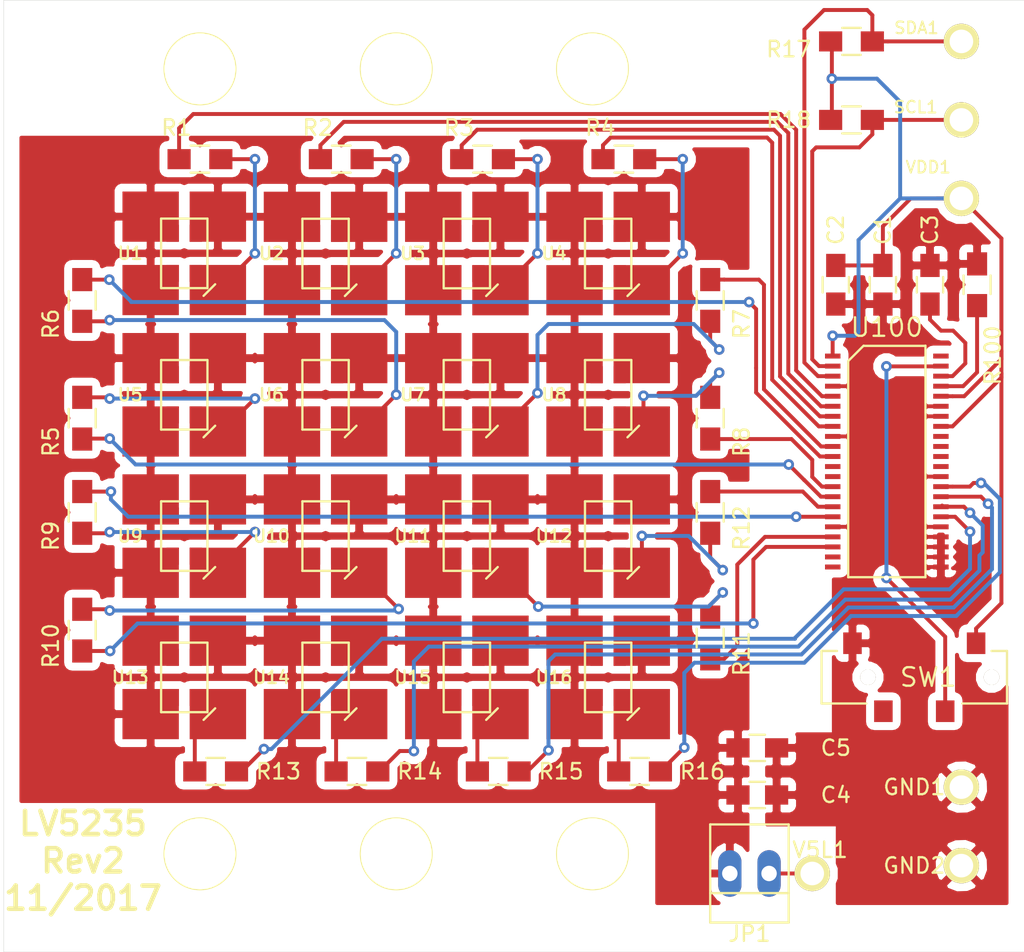
<source format=kicad_pcb>
(kicad_pcb (version 4) (host pcbnew 4.0.4-stable)

  (general
    (links 181)
    (no_connects 0)
    (area 120.446799 69.011799 186.512201 130.632201)
    (thickness 1.6)
    (drawings 5)
    (tracks 389)
    (zones 0)
    (modules 55)
    (nets 52)
  )

  (page A4)
  (layers
    (0 F.Cu signal)
    (31 B.Cu mixed)
    (33 F.Adhes user)
    (35 F.Paste user)
    (37 F.SilkS user)
    (38 B.Mask user)
    (39 F.Mask user)
    (40 Dwgs.User user)
    (41 Cmts.User user)
    (42 Eco1.User user)
    (43 Eco2.User user)
    (44 Edge.Cuts user)
    (45 Margin user)
    (47 F.CrtYd user)
    (49 F.Fab user)
  )

  (setup
    (last_trace_width 0.254)
    (user_trace_width 0.254)
    (trace_clearance 0.1524)
    (zone_clearance 0.508)
    (zone_45_only no)
    (trace_min 0.1524)
    (segment_width 0.2)
    (edge_width 0.0254)
    (via_size 0.6858)
    (via_drill 0.3302)
    (via_min_size 0.6858)
    (via_min_drill 0.3302)
    (uvia_size 0.762)
    (uvia_drill 0.508)
    (uvias_allowed no)
    (uvia_min_size 0)
    (uvia_min_drill 0)
    (pcb_text_width 0.3)
    (pcb_text_size 1.5 1.5)
    (mod_edge_width 0.15)
    (mod_text_size 1 1)
    (mod_text_width 0.15)
    (pad_size 2.286 2.286)
    (pad_drill 1.524)
    (pad_to_mask_clearance 0.1)
    (aux_axis_origin 120.4595 130.6195)
    (grid_origin 120.4595 130.6195)
    (visible_elements 7FFFFFFF)
    (pcbplotparams
      (layerselection 0x010e0_80000001)
      (usegerberextensions true)
      (excludeedgelayer true)
      (linewidth 0.100000)
      (plotframeref false)
      (viasonmask false)
      (mode 1)
      (useauxorigin false)
      (hpglpennumber 1)
      (hpglpenspeed 20)
      (hpglpendiameter 15)
      (hpglpenoverlay 2)
      (psnegative false)
      (psa4output false)
      (plotreference true)
      (plotvalue true)
      (plotinvisibletext false)
      (padsonsilk false)
      (subtractmaskfromsilk false)
      (outputformat 1)
      (mirror false)
      (drillshape 0)
      (scaleselection 1)
      (outputdirectory Z:/Engineering/Chips/ALS/PCB_design/LED_Boards/LV5235_board/Gerber/))
  )

  (net 0 "")
  (net 1 GND)
  (net 2 +5V)
  (net 3 "Net-(C3-Pad1)")
  (net 4 +5VL)
  (net 5 "Net-(R1-Pad1)")
  (net 6 "Net-(R2-Pad1)")
  (net 7 "Net-(R3-Pad1)")
  (net 8 "Net-(R4-Pad1)")
  (net 9 "Net-(R5-Pad1)")
  (net 10 "Net-(R6-Pad1)")
  (net 11 "Net-(R7-Pad1)")
  (net 12 "Net-(R8-Pad1)")
  (net 13 "Net-(R9-Pad1)")
  (net 14 "Net-(R10-Pad1)")
  (net 15 "Net-(R11-Pad1)")
  (net 16 "Net-(R12-Pad1)")
  (net 17 "Net-(R13-Pad1)")
  (net 18 "Net-(R14-Pad1)")
  (net 19 "Net-(R15-Pad1)")
  (net 20 "Net-(R16-Pad1)")
  (net 21 "Net-(R100-Pad1)")
  (net 22 "Net-(U100-Pad44)")
  (net 23 "Net-(U100-Pad36)")
  (net 24 "Net-(U100-Pad35)")
  (net 25 "Net-(U100-Pad34)")
  (net 26 "Net-(U100-Pad12)")
  (net 27 "Net-(U100-Pad13)")
  (net 28 "Net-(U100-Pad21)")
  (net 29 "Net-(U100-Pad22)")
  (net 30 "Net-(U100-Pad33)")
  (net 31 /VDD5LJ)
  (net 32 /LEDR2)
  (net 33 /LEDR1)
  (net 34 /LEDR3)
  (net 35 /LEDR4)
  (net 36 /LEDB3)
  (net 37 /LEDB4)
  (net 38 /LEDR5)
  (net 39 /LEDR6)
  (net 40 /LEDB1)
  (net 41 /LEDB2)
  (net 42 /LEDG1)
  (net 43 /LEDG2)
  (net 44 /LEDG6)
  (net 45 /LEDG5)
  (net 46 /LEDG3)
  (net 47 /LEDG4)
  (net 48 "Net-(SW1-Pad3)")
  (net 49 "Net-(R17-Pad2)")
  (net 50 "Net-(R18-Pad2)")
  (net 51 "Net-(SW1-Pad2)")

  (net_class Default "This is the default net class."
    (clearance 0.1524)
    (trace_width 0.1524)
    (via_dia 0.6858)
    (via_drill 0.3302)
    (uvia_dia 0.762)
    (uvia_drill 0.508)
    (add_net +5V)
    (add_net +5VL)
    (add_net /LEDB1)
    (add_net /LEDB2)
    (add_net /LEDB3)
    (add_net /LEDB4)
    (add_net /LEDG1)
    (add_net /LEDG2)
    (add_net /LEDG3)
    (add_net /LEDG4)
    (add_net /LEDG5)
    (add_net /LEDG6)
    (add_net /LEDR1)
    (add_net /LEDR2)
    (add_net /LEDR3)
    (add_net /LEDR4)
    (add_net /LEDR5)
    (add_net /LEDR6)
    (add_net /VDD5LJ)
    (add_net GND)
    (add_net "Net-(C3-Pad1)")
    (add_net "Net-(R1-Pad1)")
    (add_net "Net-(R10-Pad1)")
    (add_net "Net-(R100-Pad1)")
    (add_net "Net-(R11-Pad1)")
    (add_net "Net-(R12-Pad1)")
    (add_net "Net-(R13-Pad1)")
    (add_net "Net-(R14-Pad1)")
    (add_net "Net-(R15-Pad1)")
    (add_net "Net-(R16-Pad1)")
    (add_net "Net-(R17-Pad2)")
    (add_net "Net-(R18-Pad2)")
    (add_net "Net-(R2-Pad1)")
    (add_net "Net-(R3-Pad1)")
    (add_net "Net-(R4-Pad1)")
    (add_net "Net-(R5-Pad1)")
    (add_net "Net-(R6-Pad1)")
    (add_net "Net-(R7-Pad1)")
    (add_net "Net-(R8-Pad1)")
    (add_net "Net-(R9-Pad1)")
    (add_net "Net-(SW1-Pad2)")
    (add_net "Net-(SW1-Pad3)")
    (add_net "Net-(U100-Pad12)")
    (add_net "Net-(U100-Pad13)")
    (add_net "Net-(U100-Pad21)")
    (add_net "Net-(U100-Pad22)")
    (add_net "Net-(U100-Pad33)")
    (add_net "Net-(U100-Pad34)")
    (add_net "Net-(U100-Pad35)")
    (add_net "Net-(U100-Pad36)")
    (add_net "Net-(U100-Pad44)")
  )

  (module LV5235_board:E6SG (layer F.Cu) (tedit 56BCB619) (tstamp 56B916E1)
    (at 159.576 112.85)
    (path /568C769E)
    (fp_text reference U16 (at -3.5 0 180) (layer F.SilkS)
      (effects (font (size 0.8 0.8) (thickness 0.15)))
    )
    (fp_text value OSRAM__LW_E6SG (at 0 -3.25) (layer F.Fab)
      (effects (font (size 0.8 0.8) (thickness 0.15)))
    )
    (fp_line (start 2 2) (end 1.25 2.75) (layer F.SilkS) (width 0.15))
    (fp_line (start 1.5 -2.25) (end -1.5 -2.25) (layer F.SilkS) (width 0.15))
    (fp_line (start 1.5 2.25) (end 1.5 -2.25) (layer F.SilkS) (width 0.15))
    (fp_line (start -1.5 2.25) (end 1.5 2.25) (layer F.SilkS) (width 0.15))
    (fp_line (start -1.5 -2.25) (end -1.5 2.25) (layer F.SilkS) (width 0.15))
    (pad 1 smd rect (at -0.75 -1.3) (size 0.8 1.1) (layers F.Cu F.Paste F.Mask)
      (net 31 /VDD5LJ))
    (pad 1 smd rect (at -0.75 1.3) (size 0.8 1.1) (layers F.Cu F.Paste F.Mask)
      (net 31 /VDD5LJ))
    (pad 1 smd rect (at 0.75 -1.3) (size 0.8 1.1) (layers F.Cu F.Paste F.Mask)
      (net 31 /VDD5LJ))
    (pad 2 smd rect (at 0.75 1.3) (size 0.8 1.1) (layers F.Cu F.Paste F.Mask)
      (net 20 "Net-(R16-Pad1)"))
    (pad 1 smd rect (at -2.175 2.375) (size 3.65 3.25) (layers F.Cu)
      (net 31 /VDD5LJ))
    (pad 2 smd rect (at 2.175 2.375) (size 3.65 3.25) (layers F.Cu)
      (net 20 "Net-(R16-Pad1)"))
    (pad 1 smd rect (at 2.175 -2.375) (size 3.65 3.25) (layers F.Cu)
      (net 31 /VDD5LJ))
    (pad 1 smd rect (at -2.175 -2.375) (size 3.65 3.25) (layers F.Cu)
      (net 31 /VDD5LJ))
  )

  (module LV5235_board:E6SG (layer F.Cu) (tedit 56BCB619) (tstamp 56B8FD43)
    (at 132.144 103.706)
    (path /568C6235)
    (fp_text reference U9 (at -3.5 0 180) (layer F.SilkS)
      (effects (font (size 0.8 0.8) (thickness 0.15)))
    )
    (fp_text value OSRAM__LW_E6SG (at 0 -3.25) (layer F.Fab)
      (effects (font (size 0.8 0.8) (thickness 0.15)))
    )
    (fp_line (start 2 2) (end 1.25 2.75) (layer F.SilkS) (width 0.15))
    (fp_line (start 1.5 -2.25) (end -1.5 -2.25) (layer F.SilkS) (width 0.15))
    (fp_line (start 1.5 2.25) (end 1.5 -2.25) (layer F.SilkS) (width 0.15))
    (fp_line (start -1.5 2.25) (end 1.5 2.25) (layer F.SilkS) (width 0.15))
    (fp_line (start -1.5 -2.25) (end -1.5 2.25) (layer F.SilkS) (width 0.15))
    (pad 1 smd rect (at -0.75 -1.3) (size 0.8 1.1) (layers F.Cu F.Paste F.Mask)
      (net 31 /VDD5LJ))
    (pad 1 smd rect (at -0.75 1.3) (size 0.8 1.1) (layers F.Cu F.Paste F.Mask)
      (net 31 /VDD5LJ))
    (pad 1 smd rect (at 0.75 -1.3) (size 0.8 1.1) (layers F.Cu F.Paste F.Mask)
      (net 31 /VDD5LJ))
    (pad 2 smd rect (at 0.75 1.3) (size 0.8 1.1) (layers F.Cu F.Paste F.Mask)
      (net 13 "Net-(R9-Pad1)"))
    (pad 1 smd rect (at -2.175 2.375) (size 3.65 3.25) (layers F.Cu)
      (net 31 /VDD5LJ))
    (pad 2 smd rect (at 2.175 2.375) (size 3.65 3.25) (layers F.Cu)
      (net 13 "Net-(R9-Pad1)"))
    (pad 1 smd rect (at 2.175 -2.375) (size 3.65 3.25) (layers F.Cu)
      (net 31 /VDD5LJ))
    (pad 1 smd rect (at -2.175 -2.375) (size 3.65 3.25) (layers F.Cu)
      (net 31 /VDD5LJ))
  )

  (module LV5235_board:E6SG (layer F.Cu) (tedit 56BCB619) (tstamp 56B916D0)
    (at 150.432 112.85)
    (path /568C6E2A)
    (fp_text reference U15 (at -3.5 0 180) (layer F.SilkS)
      (effects (font (size 0.8 0.8) (thickness 0.15)))
    )
    (fp_text value OSRAM__LW_E6SG (at 0 -3.25) (layer F.Fab)
      (effects (font (size 0.8 0.8) (thickness 0.15)))
    )
    (fp_line (start 2 2) (end 1.25 2.75) (layer F.SilkS) (width 0.15))
    (fp_line (start 1.5 -2.25) (end -1.5 -2.25) (layer F.SilkS) (width 0.15))
    (fp_line (start 1.5 2.25) (end 1.5 -2.25) (layer F.SilkS) (width 0.15))
    (fp_line (start -1.5 2.25) (end 1.5 2.25) (layer F.SilkS) (width 0.15))
    (fp_line (start -1.5 -2.25) (end -1.5 2.25) (layer F.SilkS) (width 0.15))
    (pad 1 smd rect (at -0.75 -1.3) (size 0.8 1.1) (layers F.Cu F.Paste F.Mask)
      (net 31 /VDD5LJ))
    (pad 1 smd rect (at -0.75 1.3) (size 0.8 1.1) (layers F.Cu F.Paste F.Mask)
      (net 31 /VDD5LJ))
    (pad 1 smd rect (at 0.75 -1.3) (size 0.8 1.1) (layers F.Cu F.Paste F.Mask)
      (net 31 /VDD5LJ))
    (pad 2 smd rect (at 0.75 1.3) (size 0.8 1.1) (layers F.Cu F.Paste F.Mask)
      (net 19 "Net-(R15-Pad1)"))
    (pad 1 smd rect (at -2.175 2.375) (size 3.65 3.25) (layers F.Cu)
      (net 31 /VDD5LJ))
    (pad 2 smd rect (at 2.175 2.375) (size 3.65 3.25) (layers F.Cu)
      (net 19 "Net-(R15-Pad1)"))
    (pad 1 smd rect (at 2.175 -2.375) (size 3.65 3.25) (layers F.Cu)
      (net 31 /VDD5LJ))
    (pad 1 smd rect (at -2.175 -2.375) (size 3.65 3.25) (layers F.Cu)
      (net 31 /VDD5LJ))
  )

  (module Connect:PINTST (layer F.Cu) (tedit 57164EE6) (tstamp 56B8FDD8)
    (at 172.7835 125.5395)
    (descr "module 1 pin (ou trou mecanique de percage)")
    (tags DEV)
    (path /56B90CB2)
    (fp_text reference V5L1 (at 0.508 -1.524) (layer F.SilkS)
      (effects (font (size 1 1) (thickness 0.15)))
    )
    (fp_text value V5L (at 0 2.032) (layer F.Fab)
      (effects (font (size 1 1) (thickness 0.15)))
    )
    (fp_circle (center 0 0) (end -0.254 -0.762) (layer F.SilkS) (width 0.15))
    (pad 1 thru_hole circle (at 0 0) (size 2.286 2.286) (drill 1.524) (layers *.Cu *.Mask F.SilkS)
      (net 4 +5VL))
    (model Connect.3dshapes/PINTST.wrl
      (at (xyz 0 0 0))
      (scale (xyz 1 1 1))
      (rotate (xyz 0 0 0))
    )
  )

  (module LV5235_board:E6SG (layer F.Cu) (tedit 56BCB64B) (tstamp 56B8FCBB)
    (at 132.1435 85.4075)
    (path /568C4F87)
    (fp_text reference U1 (at -3.5 0 180) (layer F.SilkS)
      (effects (font (size 0.8 0.8) (thickness 0.15)))
    )
    (fp_text value OSRAM__LW_E6SG (at 0 -3.25) (layer F.Fab)
      (effects (font (size 0.8 0.8) (thickness 0.15)))
    )
    (fp_line (start 2 2) (end 1.25 2.75) (layer F.SilkS) (width 0.15))
    (fp_line (start 1.5 -2.25) (end -1.5 -2.25) (layer F.SilkS) (width 0.15))
    (fp_line (start 1.5 2.25) (end 1.5 -2.25) (layer F.SilkS) (width 0.15))
    (fp_line (start -1.5 2.25) (end 1.5 2.25) (layer F.SilkS) (width 0.15))
    (fp_line (start -1.5 -2.25) (end -1.5 2.25) (layer F.SilkS) (width 0.15))
    (pad 1 smd rect (at -0.75 -1.3) (size 0.8 1.1) (layers F.Cu F.Paste F.Mask)
      (net 31 /VDD5LJ))
    (pad 1 smd rect (at -0.75 1.3) (size 0.8 1.1) (layers F.Cu F.Paste F.Mask)
      (net 31 /VDD5LJ))
    (pad 1 smd rect (at 0.75 -1.3) (size 0.8 1.1) (layers F.Cu F.Paste F.Mask)
      (net 31 /VDD5LJ))
    (pad 2 smd rect (at 0.75 1.3) (size 0.8 1.1) (layers F.Cu F.Paste F.Mask)
      (net 5 "Net-(R1-Pad1)"))
    (pad 1 smd rect (at -2.175 2.375) (size 3.65 3.25) (layers F.Cu)
      (net 31 /VDD5LJ))
    (pad 2 smd rect (at 2.175 2.375) (size 3.65 3.25) (layers F.Cu)
      (net 5 "Net-(R1-Pad1)"))
    (pad 1 smd rect (at 2.175 -2.375) (size 3.65 3.25) (layers F.Cu)
      (net 31 /VDD5LJ))
    (pad 1 smd rect (at -2.175 -2.375) (size 3.65 3.25) (layers F.Cu)
      (net 31 /VDD5LJ))
  )

  (module LV5235_board:E6SG (layer F.Cu) (tedit 56BCB619) (tstamp 56B8FCCC)
    (at 141.288 85.418)
    (path /568C50AC)
    (fp_text reference U2 (at -3.5 0 180) (layer F.SilkS)
      (effects (font (size 0.8 0.8) (thickness 0.15)))
    )
    (fp_text value OSRAM__LW_E6SG (at 0 -3.25) (layer F.Fab)
      (effects (font (size 0.8 0.8) (thickness 0.15)))
    )
    (fp_line (start 2 2) (end 1.25 2.75) (layer F.SilkS) (width 0.15))
    (fp_line (start 1.5 -2.25) (end -1.5 -2.25) (layer F.SilkS) (width 0.15))
    (fp_line (start 1.5 2.25) (end 1.5 -2.25) (layer F.SilkS) (width 0.15))
    (fp_line (start -1.5 2.25) (end 1.5 2.25) (layer F.SilkS) (width 0.15))
    (fp_line (start -1.5 -2.25) (end -1.5 2.25) (layer F.SilkS) (width 0.15))
    (pad 1 smd rect (at -0.75 -1.3) (size 0.8 1.1) (layers F.Cu F.Paste F.Mask)
      (net 31 /VDD5LJ))
    (pad 1 smd rect (at -0.75 1.3) (size 0.8 1.1) (layers F.Cu F.Paste F.Mask)
      (net 31 /VDD5LJ))
    (pad 1 smd rect (at 0.75 -1.3) (size 0.8 1.1) (layers F.Cu F.Paste F.Mask)
      (net 31 /VDD5LJ))
    (pad 2 smd rect (at 0.75 1.3) (size 0.8 1.1) (layers F.Cu F.Paste F.Mask)
      (net 6 "Net-(R2-Pad1)"))
    (pad 1 smd rect (at -2.175 2.375) (size 3.65 3.25) (layers F.Cu)
      (net 31 /VDD5LJ))
    (pad 2 smd rect (at 2.175 2.375) (size 3.65 3.25) (layers F.Cu)
      (net 6 "Net-(R2-Pad1)"))
    (pad 1 smd rect (at 2.175 -2.375) (size 3.65 3.25) (layers F.Cu)
      (net 31 /VDD5LJ))
    (pad 1 smd rect (at -2.175 -2.375) (size 3.65 3.25) (layers F.Cu)
      (net 31 /VDD5LJ))
  )

  (module LV5235_board:E6SG (layer F.Cu) (tedit 56BCB619) (tstamp 56B8FCDD)
    (at 150.432 85.418)
    (path /568C5105)
    (fp_text reference U3 (at -3.5 0 180) (layer F.SilkS)
      (effects (font (size 0.8 0.8) (thickness 0.15)))
    )
    (fp_text value OSRAM__LW_E6SG (at 0 -3.25) (layer F.Fab)
      (effects (font (size 0.8 0.8) (thickness 0.15)))
    )
    (fp_line (start 2 2) (end 1.25 2.75) (layer F.SilkS) (width 0.15))
    (fp_line (start 1.5 -2.25) (end -1.5 -2.25) (layer F.SilkS) (width 0.15))
    (fp_line (start 1.5 2.25) (end 1.5 -2.25) (layer F.SilkS) (width 0.15))
    (fp_line (start -1.5 2.25) (end 1.5 2.25) (layer F.SilkS) (width 0.15))
    (fp_line (start -1.5 -2.25) (end -1.5 2.25) (layer F.SilkS) (width 0.15))
    (pad 1 smd rect (at -0.75 -1.3) (size 0.8 1.1) (layers F.Cu F.Paste F.Mask)
      (net 31 /VDD5LJ))
    (pad 1 smd rect (at -0.75 1.3) (size 0.8 1.1) (layers F.Cu F.Paste F.Mask)
      (net 31 /VDD5LJ))
    (pad 1 smd rect (at 0.75 -1.3) (size 0.8 1.1) (layers F.Cu F.Paste F.Mask)
      (net 31 /VDD5LJ))
    (pad 2 smd rect (at 0.75 1.3) (size 0.8 1.1) (layers F.Cu F.Paste F.Mask)
      (net 7 "Net-(R3-Pad1)"))
    (pad 1 smd rect (at -2.175 2.375) (size 3.65 3.25) (layers F.Cu)
      (net 31 /VDD5LJ))
    (pad 2 smd rect (at 2.175 2.375) (size 3.65 3.25) (layers F.Cu)
      (net 7 "Net-(R3-Pad1)"))
    (pad 1 smd rect (at 2.175 -2.375) (size 3.65 3.25) (layers F.Cu)
      (net 31 /VDD5LJ))
    (pad 1 smd rect (at -2.175 -2.375) (size 3.65 3.25) (layers F.Cu)
      (net 31 /VDD5LJ))
  )

  (module LV5235_board:E6SG (layer F.Cu) (tedit 56BCB619) (tstamp 56B8FCEE)
    (at 159.576 85.418)
    (path /568C515D)
    (fp_text reference U4 (at -3.5 0 180) (layer F.SilkS)
      (effects (font (size 0.8 0.8) (thickness 0.15)))
    )
    (fp_text value OSRAM__LW_E6SG (at 0 -3.25) (layer F.Fab)
      (effects (font (size 0.8 0.8) (thickness 0.15)))
    )
    (fp_line (start 2 2) (end 1.25 2.75) (layer F.SilkS) (width 0.15))
    (fp_line (start 1.5 -2.25) (end -1.5 -2.25) (layer F.SilkS) (width 0.15))
    (fp_line (start 1.5 2.25) (end 1.5 -2.25) (layer F.SilkS) (width 0.15))
    (fp_line (start -1.5 2.25) (end 1.5 2.25) (layer F.SilkS) (width 0.15))
    (fp_line (start -1.5 -2.25) (end -1.5 2.25) (layer F.SilkS) (width 0.15))
    (pad 1 smd rect (at -0.75 -1.3) (size 0.8 1.1) (layers F.Cu F.Paste F.Mask)
      (net 31 /VDD5LJ))
    (pad 1 smd rect (at -0.75 1.3) (size 0.8 1.1) (layers F.Cu F.Paste F.Mask)
      (net 31 /VDD5LJ))
    (pad 1 smd rect (at 0.75 -1.3) (size 0.8 1.1) (layers F.Cu F.Paste F.Mask)
      (net 31 /VDD5LJ))
    (pad 2 smd rect (at 0.75 1.3) (size 0.8 1.1) (layers F.Cu F.Paste F.Mask)
      (net 8 "Net-(R4-Pad1)"))
    (pad 1 smd rect (at -2.175 2.375) (size 3.65 3.25) (layers F.Cu)
      (net 31 /VDD5LJ))
    (pad 2 smd rect (at 2.175 2.375) (size 3.65 3.25) (layers F.Cu)
      (net 8 "Net-(R4-Pad1)"))
    (pad 1 smd rect (at 2.175 -2.375) (size 3.65 3.25) (layers F.Cu)
      (net 31 /VDD5LJ))
    (pad 1 smd rect (at -2.175 -2.375) (size 3.65 3.25) (layers F.Cu)
      (net 31 /VDD5LJ))
  )

  (module LV5235_board:E6SG (layer F.Cu) (tedit 56BCB619) (tstamp 56B8FCFF)
    (at 132.144 94.562)
    (path /568C569C)
    (fp_text reference U5 (at -3.5 0 180) (layer F.SilkS)
      (effects (font (size 0.8 0.8) (thickness 0.15)))
    )
    (fp_text value OSRAM__LW_E6SG (at 0 -3.25) (layer F.Fab)
      (effects (font (size 0.8 0.8) (thickness 0.15)))
    )
    (fp_line (start 2 2) (end 1.25 2.75) (layer F.SilkS) (width 0.15))
    (fp_line (start 1.5 -2.25) (end -1.5 -2.25) (layer F.SilkS) (width 0.15))
    (fp_line (start 1.5 2.25) (end 1.5 -2.25) (layer F.SilkS) (width 0.15))
    (fp_line (start -1.5 2.25) (end 1.5 2.25) (layer F.SilkS) (width 0.15))
    (fp_line (start -1.5 -2.25) (end -1.5 2.25) (layer F.SilkS) (width 0.15))
    (pad 1 smd rect (at -0.75 -1.3) (size 0.8 1.1) (layers F.Cu F.Paste F.Mask)
      (net 31 /VDD5LJ))
    (pad 1 smd rect (at -0.75 1.3) (size 0.8 1.1) (layers F.Cu F.Paste F.Mask)
      (net 31 /VDD5LJ))
    (pad 1 smd rect (at 0.75 -1.3) (size 0.8 1.1) (layers F.Cu F.Paste F.Mask)
      (net 31 /VDD5LJ))
    (pad 2 smd rect (at 0.75 1.3) (size 0.8 1.1) (layers F.Cu F.Paste F.Mask)
      (net 9 "Net-(R5-Pad1)"))
    (pad 1 smd rect (at -2.175 2.375) (size 3.65 3.25) (layers F.Cu)
      (net 31 /VDD5LJ))
    (pad 2 smd rect (at 2.175 2.375) (size 3.65 3.25) (layers F.Cu)
      (net 9 "Net-(R5-Pad1)"))
    (pad 1 smd rect (at 2.175 -2.375) (size 3.65 3.25) (layers F.Cu)
      (net 31 /VDD5LJ))
    (pad 1 smd rect (at -2.175 -2.375) (size 3.65 3.25) (layers F.Cu)
      (net 31 /VDD5LJ))
  )

  (module LV5235_board:E6SG (layer F.Cu) (tedit 56BCB619) (tstamp 56B8FD10)
    (at 141.288 94.562)
    (path /568C5C82)
    (fp_text reference U6 (at -3.5 0 180) (layer F.SilkS)
      (effects (font (size 0.8 0.8) (thickness 0.15)))
    )
    (fp_text value OSRAM__LW_E6SG (at 0 -3.25) (layer F.Fab)
      (effects (font (size 0.8 0.8) (thickness 0.15)))
    )
    (fp_line (start 2 2) (end 1.25 2.75) (layer F.SilkS) (width 0.15))
    (fp_line (start 1.5 -2.25) (end -1.5 -2.25) (layer F.SilkS) (width 0.15))
    (fp_line (start 1.5 2.25) (end 1.5 -2.25) (layer F.SilkS) (width 0.15))
    (fp_line (start -1.5 2.25) (end 1.5 2.25) (layer F.SilkS) (width 0.15))
    (fp_line (start -1.5 -2.25) (end -1.5 2.25) (layer F.SilkS) (width 0.15))
    (pad 1 smd rect (at -0.75 -1.3) (size 0.8 1.1) (layers F.Cu F.Paste F.Mask)
      (net 31 /VDD5LJ))
    (pad 1 smd rect (at -0.75 1.3) (size 0.8 1.1) (layers F.Cu F.Paste F.Mask)
      (net 31 /VDD5LJ))
    (pad 1 smd rect (at 0.75 -1.3) (size 0.8 1.1) (layers F.Cu F.Paste F.Mask)
      (net 31 /VDD5LJ))
    (pad 2 smd rect (at 0.75 1.3) (size 0.8 1.1) (layers F.Cu F.Paste F.Mask)
      (net 10 "Net-(R6-Pad1)"))
    (pad 1 smd rect (at -2.175 2.375) (size 3.65 3.25) (layers F.Cu)
      (net 31 /VDD5LJ))
    (pad 2 smd rect (at 2.175 2.375) (size 3.65 3.25) (layers F.Cu)
      (net 10 "Net-(R6-Pad1)"))
    (pad 1 smd rect (at 2.175 -2.375) (size 3.65 3.25) (layers F.Cu)
      (net 31 /VDD5LJ))
    (pad 1 smd rect (at -2.175 -2.375) (size 3.65 3.25) (layers F.Cu)
      (net 31 /VDD5LJ))
  )

  (module LV5235_board:E6SG (layer F.Cu) (tedit 56BCB619) (tstamp 56B8FD21)
    (at 150.432 94.562)
    (path /568C5CE1)
    (fp_text reference U7 (at -3.5 0 180) (layer F.SilkS)
      (effects (font (size 0.8 0.8) (thickness 0.15)))
    )
    (fp_text value OSRAM__LW_E6SG (at 0 -3.25) (layer F.Fab)
      (effects (font (size 0.8 0.8) (thickness 0.15)))
    )
    (fp_line (start 2 2) (end 1.25 2.75) (layer F.SilkS) (width 0.15))
    (fp_line (start 1.5 -2.25) (end -1.5 -2.25) (layer F.SilkS) (width 0.15))
    (fp_line (start 1.5 2.25) (end 1.5 -2.25) (layer F.SilkS) (width 0.15))
    (fp_line (start -1.5 2.25) (end 1.5 2.25) (layer F.SilkS) (width 0.15))
    (fp_line (start -1.5 -2.25) (end -1.5 2.25) (layer F.SilkS) (width 0.15))
    (pad 1 smd rect (at -0.75 -1.3) (size 0.8 1.1) (layers F.Cu F.Paste F.Mask)
      (net 31 /VDD5LJ))
    (pad 1 smd rect (at -0.75 1.3) (size 0.8 1.1) (layers F.Cu F.Paste F.Mask)
      (net 31 /VDD5LJ))
    (pad 1 smd rect (at 0.75 -1.3) (size 0.8 1.1) (layers F.Cu F.Paste F.Mask)
      (net 31 /VDD5LJ))
    (pad 2 smd rect (at 0.75 1.3) (size 0.8 1.1) (layers F.Cu F.Paste F.Mask)
      (net 11 "Net-(R7-Pad1)"))
    (pad 1 smd rect (at -2.175 2.375) (size 3.65 3.25) (layers F.Cu)
      (net 31 /VDD5LJ))
    (pad 2 smd rect (at 2.175 2.375) (size 3.65 3.25) (layers F.Cu)
      (net 11 "Net-(R7-Pad1)"))
    (pad 1 smd rect (at 2.175 -2.375) (size 3.65 3.25) (layers F.Cu)
      (net 31 /VDD5LJ))
    (pad 1 smd rect (at -2.175 -2.375) (size 3.65 3.25) (layers F.Cu)
      (net 31 /VDD5LJ))
  )

  (module LV5235_board:E6SG (layer F.Cu) (tedit 56BCB619) (tstamp 56B8FD32)
    (at 159.576 94.562)
    (path /568C5D45)
    (fp_text reference U8 (at -3.5 0 180) (layer F.SilkS)
      (effects (font (size 0.8 0.8) (thickness 0.15)))
    )
    (fp_text value OSRAM__LW_E6SG (at 0 -3.25) (layer F.Fab)
      (effects (font (size 0.8 0.8) (thickness 0.15)))
    )
    (fp_line (start 2 2) (end 1.25 2.75) (layer F.SilkS) (width 0.15))
    (fp_line (start 1.5 -2.25) (end -1.5 -2.25) (layer F.SilkS) (width 0.15))
    (fp_line (start 1.5 2.25) (end 1.5 -2.25) (layer F.SilkS) (width 0.15))
    (fp_line (start -1.5 2.25) (end 1.5 2.25) (layer F.SilkS) (width 0.15))
    (fp_line (start -1.5 -2.25) (end -1.5 2.25) (layer F.SilkS) (width 0.15))
    (pad 1 smd rect (at -0.75 -1.3) (size 0.8 1.1) (layers F.Cu F.Paste F.Mask)
      (net 31 /VDD5LJ))
    (pad 1 smd rect (at -0.75 1.3) (size 0.8 1.1) (layers F.Cu F.Paste F.Mask)
      (net 31 /VDD5LJ))
    (pad 1 smd rect (at 0.75 -1.3) (size 0.8 1.1) (layers F.Cu F.Paste F.Mask)
      (net 31 /VDD5LJ))
    (pad 2 smd rect (at 0.75 1.3) (size 0.8 1.1) (layers F.Cu F.Paste F.Mask)
      (net 12 "Net-(R8-Pad1)"))
    (pad 1 smd rect (at -2.175 2.375) (size 3.65 3.25) (layers F.Cu)
      (net 31 /VDD5LJ))
    (pad 2 smd rect (at 2.175 2.375) (size 3.65 3.25) (layers F.Cu)
      (net 12 "Net-(R8-Pad1)"))
    (pad 1 smd rect (at 2.175 -2.375) (size 3.65 3.25) (layers F.Cu)
      (net 31 /VDD5LJ))
    (pad 1 smd rect (at -2.175 -2.375) (size 3.65 3.25) (layers F.Cu)
      (net 31 /VDD5LJ))
  )

  (module LV5235_board:E6SG (layer F.Cu) (tedit 56BCB619) (tstamp 56B8FD54)
    (at 141.288 103.706)
    (path /568C629F)
    (fp_text reference U10 (at -3.5 0 180) (layer F.SilkS)
      (effects (font (size 0.8 0.8) (thickness 0.15)))
    )
    (fp_text value OSRAM__LW_E6SG (at 0 -3.25) (layer F.Fab)
      (effects (font (size 0.8 0.8) (thickness 0.15)))
    )
    (fp_line (start 2 2) (end 1.25 2.75) (layer F.SilkS) (width 0.15))
    (fp_line (start 1.5 -2.25) (end -1.5 -2.25) (layer F.SilkS) (width 0.15))
    (fp_line (start 1.5 2.25) (end 1.5 -2.25) (layer F.SilkS) (width 0.15))
    (fp_line (start -1.5 2.25) (end 1.5 2.25) (layer F.SilkS) (width 0.15))
    (fp_line (start -1.5 -2.25) (end -1.5 2.25) (layer F.SilkS) (width 0.15))
    (pad 1 smd rect (at -0.75 -1.3) (size 0.8 1.1) (layers F.Cu F.Paste F.Mask)
      (net 31 /VDD5LJ))
    (pad 1 smd rect (at -0.75 1.3) (size 0.8 1.1) (layers F.Cu F.Paste F.Mask)
      (net 31 /VDD5LJ))
    (pad 1 smd rect (at 0.75 -1.3) (size 0.8 1.1) (layers F.Cu F.Paste F.Mask)
      (net 31 /VDD5LJ))
    (pad 2 smd rect (at 0.75 1.3) (size 0.8 1.1) (layers F.Cu F.Paste F.Mask)
      (net 14 "Net-(R10-Pad1)"))
    (pad 1 smd rect (at -2.175 2.375) (size 3.65 3.25) (layers F.Cu)
      (net 31 /VDD5LJ))
    (pad 2 smd rect (at 2.175 2.375) (size 3.65 3.25) (layers F.Cu)
      (net 14 "Net-(R10-Pad1)"))
    (pad 1 smd rect (at 2.175 -2.375) (size 3.65 3.25) (layers F.Cu)
      (net 31 /VDD5LJ))
    (pad 1 smd rect (at -2.175 -2.375) (size 3.65 3.25) (layers F.Cu)
      (net 31 /VDD5LJ))
  )

  (module LV5235_board:E6SG (layer F.Cu) (tedit 56BCB619) (tstamp 56B8FD65)
    (at 150.432 103.706)
    (path /568C64DC)
    (fp_text reference U11 (at -3.5 0 180) (layer F.SilkS)
      (effects (font (size 0.8 0.8) (thickness 0.15)))
    )
    (fp_text value OSRAM__LW_E6SG (at 0 -3.25) (layer F.Fab)
      (effects (font (size 0.8 0.8) (thickness 0.15)))
    )
    (fp_line (start 2 2) (end 1.25 2.75) (layer F.SilkS) (width 0.15))
    (fp_line (start 1.5 -2.25) (end -1.5 -2.25) (layer F.SilkS) (width 0.15))
    (fp_line (start 1.5 2.25) (end 1.5 -2.25) (layer F.SilkS) (width 0.15))
    (fp_line (start -1.5 2.25) (end 1.5 2.25) (layer F.SilkS) (width 0.15))
    (fp_line (start -1.5 -2.25) (end -1.5 2.25) (layer F.SilkS) (width 0.15))
    (pad 1 smd rect (at -0.75 -1.3) (size 0.8 1.1) (layers F.Cu F.Paste F.Mask)
      (net 31 /VDD5LJ))
    (pad 1 smd rect (at -0.75 1.3) (size 0.8 1.1) (layers F.Cu F.Paste F.Mask)
      (net 31 /VDD5LJ))
    (pad 1 smd rect (at 0.75 -1.3) (size 0.8 1.1) (layers F.Cu F.Paste F.Mask)
      (net 31 /VDD5LJ))
    (pad 2 smd rect (at 0.75 1.3) (size 0.8 1.1) (layers F.Cu F.Paste F.Mask)
      (net 15 "Net-(R11-Pad1)"))
    (pad 1 smd rect (at -2.175 2.375) (size 3.65 3.25) (layers F.Cu)
      (net 31 /VDD5LJ))
    (pad 2 smd rect (at 2.175 2.375) (size 3.65 3.25) (layers F.Cu)
      (net 15 "Net-(R11-Pad1)"))
    (pad 1 smd rect (at 2.175 -2.375) (size 3.65 3.25) (layers F.Cu)
      (net 31 /VDD5LJ))
    (pad 1 smd rect (at -2.175 -2.375) (size 3.65 3.25) (layers F.Cu)
      (net 31 /VDD5LJ))
  )

  (module LV5235_board:E6SG (layer F.Cu) (tedit 56BCB619) (tstamp 56B9169D)
    (at 159.576 103.706)
    (path /568C654C)
    (fp_text reference U12 (at -3.5 0 180) (layer F.SilkS)
      (effects (font (size 0.8 0.8) (thickness 0.15)))
    )
    (fp_text value OSRAM__LW_E6SG (at 0 -3.25) (layer F.Fab)
      (effects (font (size 0.8 0.8) (thickness 0.15)))
    )
    (fp_line (start 2 2) (end 1.25 2.75) (layer F.SilkS) (width 0.15))
    (fp_line (start 1.5 -2.25) (end -1.5 -2.25) (layer F.SilkS) (width 0.15))
    (fp_line (start 1.5 2.25) (end 1.5 -2.25) (layer F.SilkS) (width 0.15))
    (fp_line (start -1.5 2.25) (end 1.5 2.25) (layer F.SilkS) (width 0.15))
    (fp_line (start -1.5 -2.25) (end -1.5 2.25) (layer F.SilkS) (width 0.15))
    (pad 1 smd rect (at -0.75 -1.3) (size 0.8 1.1) (layers F.Cu F.Paste F.Mask)
      (net 31 /VDD5LJ))
    (pad 1 smd rect (at -0.75 1.3) (size 0.8 1.1) (layers F.Cu F.Paste F.Mask)
      (net 31 /VDD5LJ))
    (pad 1 smd rect (at 0.75 -1.3) (size 0.8 1.1) (layers F.Cu F.Paste F.Mask)
      (net 31 /VDD5LJ))
    (pad 2 smd rect (at 0.75 1.3) (size 0.8 1.1) (layers F.Cu F.Paste F.Mask)
      (net 16 "Net-(R12-Pad1)"))
    (pad 1 smd rect (at -2.175 2.375) (size 3.65 3.25) (layers F.Cu)
      (net 31 /VDD5LJ))
    (pad 2 smd rect (at 2.175 2.375) (size 3.65 3.25) (layers F.Cu)
      (net 16 "Net-(R12-Pad1)"))
    (pad 1 smd rect (at 2.175 -2.375) (size 3.65 3.25) (layers F.Cu)
      (net 31 /VDD5LJ))
    (pad 1 smd rect (at -2.175 -2.375) (size 3.65 3.25) (layers F.Cu)
      (net 31 /VDD5LJ))
  )

  (module LV5235_board:E6SG (layer F.Cu) (tedit 56BCB619) (tstamp 56B916AE)
    (at 132.144 112.85)
    (path /568C6D3B)
    (fp_text reference U13 (at -3.5 0 180) (layer F.SilkS)
      (effects (font (size 0.8 0.8) (thickness 0.15)))
    )
    (fp_text value OSRAM__LW_E6SG (at 0 -3.25) (layer F.Fab)
      (effects (font (size 0.8 0.8) (thickness 0.15)))
    )
    (fp_line (start 2 2) (end 1.25 2.75) (layer F.SilkS) (width 0.15))
    (fp_line (start 1.5 -2.25) (end -1.5 -2.25) (layer F.SilkS) (width 0.15))
    (fp_line (start 1.5 2.25) (end 1.5 -2.25) (layer F.SilkS) (width 0.15))
    (fp_line (start -1.5 2.25) (end 1.5 2.25) (layer F.SilkS) (width 0.15))
    (fp_line (start -1.5 -2.25) (end -1.5 2.25) (layer F.SilkS) (width 0.15))
    (pad 1 smd rect (at -0.75 -1.3) (size 0.8 1.1) (layers F.Cu F.Paste F.Mask)
      (net 31 /VDD5LJ))
    (pad 1 smd rect (at -0.75 1.3) (size 0.8 1.1) (layers F.Cu F.Paste F.Mask)
      (net 31 /VDD5LJ))
    (pad 1 smd rect (at 0.75 -1.3) (size 0.8 1.1) (layers F.Cu F.Paste F.Mask)
      (net 31 /VDD5LJ))
    (pad 2 smd rect (at 0.75 1.3) (size 0.8 1.1) (layers F.Cu F.Paste F.Mask)
      (net 17 "Net-(R13-Pad1)"))
    (pad 1 smd rect (at -2.175 2.375) (size 3.65 3.25) (layers F.Cu)
      (net 31 /VDD5LJ))
    (pad 2 smd rect (at 2.175 2.375) (size 3.65 3.25) (layers F.Cu)
      (net 17 "Net-(R13-Pad1)"))
    (pad 1 smd rect (at 2.175 -2.375) (size 3.65 3.25) (layers F.Cu)
      (net 31 /VDD5LJ))
    (pad 1 smd rect (at -2.175 -2.375) (size 3.65 3.25) (layers F.Cu)
      (net 31 /VDD5LJ))
  )

  (module LV5235_board:E6SG (layer F.Cu) (tedit 56BCB619) (tstamp 56B916BF)
    (at 141.288 112.85)
    (path /568C6DB1)
    (fp_text reference U14 (at -3.5 0 180) (layer F.SilkS)
      (effects (font (size 0.8 0.8) (thickness 0.15)))
    )
    (fp_text value OSRAM__LW_E6SG (at 0 -3.25) (layer F.Fab)
      (effects (font (size 0.8 0.8) (thickness 0.15)))
    )
    (fp_line (start 2 2) (end 1.25 2.75) (layer F.SilkS) (width 0.15))
    (fp_line (start 1.5 -2.25) (end -1.5 -2.25) (layer F.SilkS) (width 0.15))
    (fp_line (start 1.5 2.25) (end 1.5 -2.25) (layer F.SilkS) (width 0.15))
    (fp_line (start -1.5 2.25) (end 1.5 2.25) (layer F.SilkS) (width 0.15))
    (fp_line (start -1.5 -2.25) (end -1.5 2.25) (layer F.SilkS) (width 0.15))
    (pad 1 smd rect (at -0.75 -1.3) (size 0.8 1.1) (layers F.Cu F.Paste F.Mask)
      (net 31 /VDD5LJ))
    (pad 1 smd rect (at -0.75 1.3) (size 0.8 1.1) (layers F.Cu F.Paste F.Mask)
      (net 31 /VDD5LJ))
    (pad 1 smd rect (at 0.75 -1.3) (size 0.8 1.1) (layers F.Cu F.Paste F.Mask)
      (net 31 /VDD5LJ))
    (pad 2 smd rect (at 0.75 1.3) (size 0.8 1.1) (layers F.Cu F.Paste F.Mask)
      (net 18 "Net-(R14-Pad1)"))
    (pad 1 smd rect (at -2.175 2.375) (size 3.65 3.25) (layers F.Cu)
      (net 31 /VDD5LJ))
    (pad 2 smd rect (at 2.175 2.375) (size 3.65 3.25) (layers F.Cu)
      (net 18 "Net-(R14-Pad1)"))
    (pad 1 smd rect (at 2.175 -2.375) (size 3.65 3.25) (layers F.Cu)
      (net 31 /VDD5LJ))
    (pad 1 smd rect (at -2.175 -2.375) (size 3.65 3.25) (layers F.Cu)
      (net 31 /VDD5LJ))
  )

  (module Connect:PINHEAD1-2 (layer F.Cu) (tedit 56C36EB4) (tstamp 56C36A89)
    (at 168.7195 125.5395 180)
    (path /56C3D8AF)
    (attr virtual)
    (fp_text reference JP1 (at 0 -3.9 180) (layer F.SilkS)
      (effects (font (size 1 1) (thickness 0.15)))
    )
    (fp_text value JUMPER (at 0 2.032 180) (layer F.Fab) hide
      (effects (font (size 1 1) (thickness 0.15)))
    )
    (fp_line (start 2.54 -1.27) (end -2.54 -1.27) (layer F.SilkS) (width 0.15))
    (fp_line (start 2.54 3.175) (end -2.54 3.175) (layer F.SilkS) (width 0.15))
    (fp_line (start -2.54 -3.175) (end 2.54 -3.175) (layer F.SilkS) (width 0.15))
    (fp_line (start -2.54 -3.175) (end -2.54 3.175) (layer F.SilkS) (width 0.15))
    (fp_line (start 2.54 -3.175) (end 2.54 3.175) (layer F.SilkS) (width 0.15))
    (pad 1 thru_hole oval (at -1.27 0 180) (size 1.50622 3.01498) (drill 0.99822) (layers *.Cu *.Mask)
      (net 4 +5VL))
    (pad 2 thru_hole oval (at 1.27 0 180) (size 1.50622 3.01498) (drill 0.99822) (layers *.Cu *.Mask)
      (net 31 /VDD5LJ))
  )

  (module Resistors_SMD:R_0805_HandSoldering (layer F.Cu) (tedit 56C49D0F) (tstamp 56C36A8F)
    (at 175.3235 71.6915)
    (descr "Resistor SMD 0805, hand soldering")
    (tags "resistor 0805")
    (path /56C48477)
    (attr smd)
    (fp_text reference R17 (at -4.064 0.508) (layer F.SilkS)
      (effects (font (size 1 1) (thickness 0.15)))
    )
    (fp_text value 2K (at -3.429 -1.397) (layer F.Fab)
      (effects (font (size 1 1) (thickness 0.15)))
    )
    (fp_line (start -2.4 -1) (end 2.4 -1) (layer F.CrtYd) (width 0.05))
    (fp_line (start -2.4 1) (end 2.4 1) (layer F.CrtYd) (width 0.05))
    (fp_line (start -2.4 -1) (end -2.4 1) (layer F.CrtYd) (width 0.05))
    (fp_line (start 2.4 -1) (end 2.4 1) (layer F.CrtYd) (width 0.05))
    (fp_line (start 0.6 0.875) (end -0.6 0.875) (layer F.SilkS) (width 0.15))
    (fp_line (start -0.6 -0.875) (end 0.6 -0.875) (layer F.SilkS) (width 0.15))
    (pad 1 smd rect (at -1.35 0) (size 1.5 1.3) (layers F.Cu F.Paste F.Mask)
      (net 2 +5V))
    (pad 2 smd rect (at 1.35 0) (size 1.5 1.3) (layers F.Cu F.Paste F.Mask)
      (net 49 "Net-(R17-Pad2)"))
    (model Resistors_SMD.3dshapes/R_0805_HandSoldering.wrl
      (at (xyz 0 0 0))
      (scale (xyz 1 1 1))
      (rotate (xyz 0 0 0))
    )
  )

  (module Resistors_SMD:R_0805_HandSoldering (layer F.Cu) (tedit 56C49D12) (tstamp 56C36A95)
    (at 175.3235 76.7715)
    (descr "Resistor SMD 0805, hand soldering")
    (tags "resistor 0805")
    (path /56C486EE)
    (attr smd)
    (fp_text reference R18 (at -4.064 0) (layer F.SilkS)
      (effects (font (size 1 1) (thickness 0.15)))
    )
    (fp_text value 2K (at -3.429 -1.397) (layer F.Fab)
      (effects (font (size 1 1) (thickness 0.15)))
    )
    (fp_line (start -2.4 -1) (end 2.4 -1) (layer F.CrtYd) (width 0.05))
    (fp_line (start -2.4 1) (end 2.4 1) (layer F.CrtYd) (width 0.05))
    (fp_line (start -2.4 -1) (end -2.4 1) (layer F.CrtYd) (width 0.05))
    (fp_line (start 2.4 -1) (end 2.4 1) (layer F.CrtYd) (width 0.05))
    (fp_line (start 0.6 0.875) (end -0.6 0.875) (layer F.SilkS) (width 0.15))
    (fp_line (start -0.6 -0.875) (end 0.6 -0.875) (layer F.SilkS) (width 0.15))
    (pad 1 smd rect (at -1.35 0) (size 1.5 1.3) (layers F.Cu F.Paste F.Mask)
      (net 2 +5V))
    (pad 2 smd rect (at 1.35 0) (size 1.5 1.3) (layers F.Cu F.Paste F.Mask)
      (net 50 "Net-(R18-Pad2)"))
    (model Resistors_SMD.3dshapes/R_0805_HandSoldering.wrl
      (at (xyz 0 0 0))
      (scale (xyz 1 1 1))
      (rotate (xyz 0 0 0))
    )
  )

  (module LV5235_board:CLSB13B02T (layer F.Cu) (tedit 56C35DD5) (tstamp 56C36AA5)
    (at 179.3875 112.8395)
    (path /56C35AAA)
    (fp_text reference SW1 (at 0.9 0 180) (layer F.SilkS)
      (effects (font (size 1.2 1.2) (thickness 0.15)))
    )
    (fp_text value SP3T (at 0.1 -3.6) (layer F.Fab)
      (effects (font (size 0.8 0.8) (thickness 0.15)))
    )
    (fp_line (start -5 -1.7) (end -6 -1.7) (layer F.SilkS) (width 0.15))
    (fp_line (start -6 -1.7) (end -6 1.7) (layer F.SilkS) (width 0.15))
    (fp_line (start -6 1.7) (end -3.1 1.7) (layer F.SilkS) (width 0.15))
    (fp_line (start 5 -1.7) (end 6 -1.7) (layer F.SilkS) (width 0.15))
    (fp_line (start 6 -1.7) (end 6 1.7) (layer F.SilkS) (width 0.15))
    (fp_line (start 6 1.7) (end 3.1 1.7) (layer F.SilkS) (width 0.15))
    (pad 1 smd rect (at -4 -2.2) (size 1.2 1.4) (layers F.Cu F.Paste F.Mask)
      (net 1 GND))
    (pad 2 smd rect (at -2 2.2) (size 1.2 1.4) (layers F.Cu F.Paste F.Mask)
      (net 51 "Net-(SW1-Pad2)"))
    (pad 4 smd rect (at 4 -2.2) (size 1.2 1.4) (layers F.Cu F.Paste F.Mask)
      (net 2 +5V))
    (pad 3 smd rect (at 2 2.2) (size 1.2 1.4) (layers F.Cu F.Paste F.Mask)
      (net 48 "Net-(SW1-Pad3)"))
    (pad "" thru_hole circle (at -3 0) (size 1 1) (drill 1) (layers *.Cu *.Mask F.SilkS))
    (pad "" thru_hole circle (at 5 0) (size 1 1) (drill 1) (layers *.Cu *.Mask F.SilkS))
  )

  (module Resistors_SMD:R_0805_HandSoldering (layer F.Cu) (tedit 56C49A0B) (tstamp 56C36CF3)
    (at 133.1595 79.3115 180)
    (descr "Resistor SMD 0805, hand soldering")
    (tags "resistor 0805")
    (path /568B939C)
    (attr smd)
    (fp_text reference R1 (at 1.524 2.032 180) (layer F.SilkS)
      (effects (font (size 1 1) (thickness 0.15)))
    )
    (fp_text value 43 (at -1.016 2.032 180) (layer F.Fab)
      (effects (font (size 1 1) (thickness 0.15)))
    )
    (fp_line (start -2.4 -1) (end 2.4 -1) (layer F.CrtYd) (width 0.05))
    (fp_line (start -2.4 1) (end 2.4 1) (layer F.CrtYd) (width 0.05))
    (fp_line (start -2.4 -1) (end -2.4 1) (layer F.CrtYd) (width 0.05))
    (fp_line (start 2.4 -1) (end 2.4 1) (layer F.CrtYd) (width 0.05))
    (fp_line (start 0.6 0.875) (end -0.6 0.875) (layer F.SilkS) (width 0.15))
    (fp_line (start -0.6 -0.875) (end 0.6 -0.875) (layer F.SilkS) (width 0.15))
    (pad 1 smd rect (at -1.35 0 180) (size 1.5 1.3) (layers F.Cu F.Paste F.Mask)
      (net 5 "Net-(R1-Pad1)"))
    (pad 2 smd rect (at 1.35 0 180) (size 1.5 1.3) (layers F.Cu F.Paste F.Mask)
      (net 33 /LEDR1))
    (model Resistors_SMD.3dshapes/R_0805_HandSoldering.wrl
      (at (xyz 0 0 0))
      (scale (xyz 1 1 1))
      (rotate (xyz 0 0 0))
    )
  )

  (module Resistors_SMD:R_0805_HandSoldering (layer F.Cu) (tedit 56C49A04) (tstamp 56C36CF9)
    (at 142.3035 79.3115 180)
    (descr "Resistor SMD 0805, hand soldering")
    (tags "resistor 0805")
    (path /568CE6C5)
    (attr smd)
    (fp_text reference R2 (at 1.524 2.032 180) (layer F.SilkS)
      (effects (font (size 1 1) (thickness 0.15)))
    )
    (fp_text value 43 (at -1.016 2.032 180) (layer F.Fab)
      (effects (font (size 1 1) (thickness 0.15)))
    )
    (fp_line (start -2.4 -1) (end 2.4 -1) (layer F.CrtYd) (width 0.05))
    (fp_line (start -2.4 1) (end 2.4 1) (layer F.CrtYd) (width 0.05))
    (fp_line (start -2.4 -1) (end -2.4 1) (layer F.CrtYd) (width 0.05))
    (fp_line (start 2.4 -1) (end 2.4 1) (layer F.CrtYd) (width 0.05))
    (fp_line (start 0.6 0.875) (end -0.6 0.875) (layer F.SilkS) (width 0.15))
    (fp_line (start -0.6 -0.875) (end 0.6 -0.875) (layer F.SilkS) (width 0.15))
    (pad 1 smd rect (at -1.35 0 180) (size 1.5 1.3) (layers F.Cu F.Paste F.Mask)
      (net 6 "Net-(R2-Pad1)"))
    (pad 2 smd rect (at 1.35 0 180) (size 1.5 1.3) (layers F.Cu F.Paste F.Mask)
      (net 32 /LEDR2))
    (model Resistors_SMD.3dshapes/R_0805_HandSoldering.wrl
      (at (xyz 0 0 0))
      (scale (xyz 1 1 1))
      (rotate (xyz 0 0 0))
    )
  )

  (module Resistors_SMD:R_0805_HandSoldering (layer F.Cu) (tedit 56C499FC) (tstamp 56C36CFF)
    (at 151.4475 79.3115 180)
    (descr "Resistor SMD 0805, hand soldering")
    (tags "resistor 0805")
    (path /568CE72F)
    (attr smd)
    (fp_text reference R3 (at 1.524 2.032 180) (layer F.SilkS)
      (effects (font (size 1 1) (thickness 0.15)))
    )
    (fp_text value 43 (at -1.524 2.032 180) (layer F.Fab)
      (effects (font (size 1 1) (thickness 0.15)))
    )
    (fp_line (start -2.4 -1) (end 2.4 -1) (layer F.CrtYd) (width 0.05))
    (fp_line (start -2.4 1) (end 2.4 1) (layer F.CrtYd) (width 0.05))
    (fp_line (start -2.4 -1) (end -2.4 1) (layer F.CrtYd) (width 0.05))
    (fp_line (start 2.4 -1) (end 2.4 1) (layer F.CrtYd) (width 0.05))
    (fp_line (start 0.6 0.875) (end -0.6 0.875) (layer F.SilkS) (width 0.15))
    (fp_line (start -0.6 -0.875) (end 0.6 -0.875) (layer F.SilkS) (width 0.15))
    (pad 1 smd rect (at -1.35 0 180) (size 1.5 1.3) (layers F.Cu F.Paste F.Mask)
      (net 7 "Net-(R3-Pad1)"))
    (pad 2 smd rect (at 1.35 0 180) (size 1.5 1.3) (layers F.Cu F.Paste F.Mask)
      (net 34 /LEDR3))
    (model Resistors_SMD.3dshapes/R_0805_HandSoldering.wrl
      (at (xyz 0 0 0))
      (scale (xyz 1 1 1))
      (rotate (xyz 0 0 0))
    )
  )

  (module Resistors_SMD:R_0805_HandSoldering (layer F.Cu) (tedit 56C499F7) (tstamp 56C36D05)
    (at 160.5915 79.3115 180)
    (descr "Resistor SMD 0805, hand soldering")
    (tags "resistor 0805")
    (path /568CE79C)
    (attr smd)
    (fp_text reference R4 (at 1.524 2.032 180) (layer F.SilkS)
      (effects (font (size 1 1) (thickness 0.15)))
    )
    (fp_text value 43 (at -1.016 2.032 180) (layer F.Fab)
      (effects (font (size 1 1) (thickness 0.15)))
    )
    (fp_line (start -2.4 -1) (end 2.4 -1) (layer F.CrtYd) (width 0.05))
    (fp_line (start -2.4 1) (end 2.4 1) (layer F.CrtYd) (width 0.05))
    (fp_line (start -2.4 -1) (end -2.4 1) (layer F.CrtYd) (width 0.05))
    (fp_line (start 2.4 -1) (end 2.4 1) (layer F.CrtYd) (width 0.05))
    (fp_line (start 0.6 0.875) (end -0.6 0.875) (layer F.SilkS) (width 0.15))
    (fp_line (start -0.6 -0.875) (end 0.6 -0.875) (layer F.SilkS) (width 0.15))
    (pad 1 smd rect (at -1.35 0 180) (size 1.5 1.3) (layers F.Cu F.Paste F.Mask)
      (net 8 "Net-(R4-Pad1)"))
    (pad 2 smd rect (at 1.35 0 180) (size 1.5 1.3) (layers F.Cu F.Paste F.Mask)
      (net 35 /LEDR4))
    (model Resistors_SMD.3dshapes/R_0805_HandSoldering.wrl
      (at (xyz 0 0 0))
      (scale (xyz 1 1 1))
      (rotate (xyz 0 0 0))
    )
  )

  (module Resistors_SMD:R_0805_HandSoldering (layer F.Cu) (tedit 56C499B6) (tstamp 56C36D0B)
    (at 125.5395 96.0755 270)
    (descr "Resistor SMD 0805, hand soldering")
    (tags "resistor 0805")
    (path /568CE80C)
    (attr smd)
    (fp_text reference R5 (at 1.524 2.032 270) (layer F.SilkS)
      (effects (font (size 1 1) (thickness 0.15)))
    )
    (fp_text value 43 (at -1.524 2.032 270) (layer F.Fab)
      (effects (font (size 1 1) (thickness 0.15)))
    )
    (fp_line (start -2.4 -1) (end 2.4 -1) (layer F.CrtYd) (width 0.05))
    (fp_line (start -2.4 1) (end 2.4 1) (layer F.CrtYd) (width 0.05))
    (fp_line (start -2.4 -1) (end -2.4 1) (layer F.CrtYd) (width 0.05))
    (fp_line (start 2.4 -1) (end 2.4 1) (layer F.CrtYd) (width 0.05))
    (fp_line (start 0.6 0.875) (end -0.6 0.875) (layer F.SilkS) (width 0.15))
    (fp_line (start -0.6 -0.875) (end 0.6 -0.875) (layer F.SilkS) (width 0.15))
    (pad 1 smd rect (at -1.35 0 270) (size 1.5 1.3) (layers F.Cu F.Paste F.Mask)
      (net 9 "Net-(R5-Pad1)"))
    (pad 2 smd rect (at 1.35 0 270) (size 1.5 1.3) (layers F.Cu F.Paste F.Mask)
      (net 43 /LEDG2))
    (model Resistors_SMD.3dshapes/R_0805_HandSoldering.wrl
      (at (xyz 0 0 0))
      (scale (xyz 1 1 1))
      (rotate (xyz 0 0 0))
    )
  )

  (module Resistors_SMD:R_0805_HandSoldering (layer F.Cu) (tedit 56C499B5) (tstamp 56C36D11)
    (at 125.5395 88.4555 90)
    (descr "Resistor SMD 0805, hand soldering")
    (tags "resistor 0805")
    (path /568CE8EA)
    (attr smd)
    (fp_text reference R6 (at -1.524 -2.032 90) (layer F.SilkS)
      (effects (font (size 1 1) (thickness 0.15)))
    )
    (fp_text value 43 (at 1.524 -2.032 90) (layer F.Fab)
      (effects (font (size 1 1) (thickness 0.15)))
    )
    (fp_line (start -2.4 -1) (end 2.4 -1) (layer F.CrtYd) (width 0.05))
    (fp_line (start -2.4 1) (end 2.4 1) (layer F.CrtYd) (width 0.05))
    (fp_line (start -2.4 -1) (end -2.4 1) (layer F.CrtYd) (width 0.05))
    (fp_line (start 2.4 -1) (end 2.4 1) (layer F.CrtYd) (width 0.05))
    (fp_line (start 0.6 0.875) (end -0.6 0.875) (layer F.SilkS) (width 0.15))
    (fp_line (start -0.6 -0.875) (end 0.6 -0.875) (layer F.SilkS) (width 0.15))
    (pad 1 smd rect (at -1.35 0 90) (size 1.5 1.3) (layers F.Cu F.Paste F.Mask)
      (net 10 "Net-(R6-Pad1)"))
    (pad 2 smd rect (at 1.35 0 90) (size 1.5 1.3) (layers F.Cu F.Paste F.Mask)
      (net 39 /LEDR6))
    (model Resistors_SMD.3dshapes/R_0805_HandSoldering.wrl
      (at (xyz 0 0 0))
      (scale (xyz 1 1 1))
      (rotate (xyz 0 0 0))
    )
  )

  (module Resistors_SMD:R_0805_HandSoldering (layer F.Cu) (tedit 56C499F0) (tstamp 56C36D17)
    (at 166.1795 88.4555 90)
    (descr "Resistor SMD 0805, hand soldering")
    (tags "resistor 0805")
    (path /568CE960)
    (attr smd)
    (fp_text reference R7 (at -1.524 2.032 90) (layer F.SilkS)
      (effects (font (size 1 1) (thickness 0.15)))
    )
    (fp_text value 43 (at 1.524 2.032 90) (layer F.Fab)
      (effects (font (size 1 1) (thickness 0.15)))
    )
    (fp_line (start -2.4 -1) (end 2.4 -1) (layer F.CrtYd) (width 0.05))
    (fp_line (start -2.4 1) (end 2.4 1) (layer F.CrtYd) (width 0.05))
    (fp_line (start -2.4 -1) (end -2.4 1) (layer F.CrtYd) (width 0.05))
    (fp_line (start 2.4 -1) (end 2.4 1) (layer F.CrtYd) (width 0.05))
    (fp_line (start 0.6 0.875) (end -0.6 0.875) (layer F.SilkS) (width 0.15))
    (fp_line (start -0.6 -0.875) (end 0.6 -0.875) (layer F.SilkS) (width 0.15))
    (pad 1 smd rect (at -1.35 0 90) (size 1.5 1.3) (layers F.Cu F.Paste F.Mask)
      (net 11 "Net-(R7-Pad1)"))
    (pad 2 smd rect (at 1.35 0 90) (size 1.5 1.3) (layers F.Cu F.Paste F.Mask)
      (net 38 /LEDR5))
    (model Resistors_SMD.3dshapes/R_0805_HandSoldering.wrl
      (at (xyz 0 0 0))
      (scale (xyz 1 1 1))
      (rotate (xyz 0 0 0))
    )
  )

  (module Resistors_SMD:R_0805_HandSoldering (layer F.Cu) (tedit 56C499EA) (tstamp 56C36D1D)
    (at 166.1795 96.0755 270)
    (descr "Resistor SMD 0805, hand soldering")
    (tags "resistor 0805")
    (path /568CE9D9)
    (attr smd)
    (fp_text reference R8 (at 1.524 -2.032 270) (layer F.SilkS)
      (effects (font (size 1 1) (thickness 0.15)))
    )
    (fp_text value 43 (at -1.524 -2.032 270) (layer F.Fab)
      (effects (font (size 1 1) (thickness 0.15)))
    )
    (fp_line (start -2.4 -1) (end 2.4 -1) (layer F.CrtYd) (width 0.05))
    (fp_line (start -2.4 1) (end 2.4 1) (layer F.CrtYd) (width 0.05))
    (fp_line (start -2.4 -1) (end -2.4 1) (layer F.CrtYd) (width 0.05))
    (fp_line (start 2.4 -1) (end 2.4 1) (layer F.CrtYd) (width 0.05))
    (fp_line (start 0.6 0.875) (end -0.6 0.875) (layer F.SilkS) (width 0.15))
    (fp_line (start -0.6 -0.875) (end 0.6 -0.875) (layer F.SilkS) (width 0.15))
    (pad 1 smd rect (at -1.35 0 270) (size 1.5 1.3) (layers F.Cu F.Paste F.Mask)
      (net 12 "Net-(R8-Pad1)"))
    (pad 2 smd rect (at 1.35 0 270) (size 1.5 1.3) (layers F.Cu F.Paste F.Mask)
      (net 42 /LEDG1))
    (model Resistors_SMD.3dshapes/R_0805_HandSoldering.wrl
      (at (xyz 0 0 0))
      (scale (xyz 1 1 1))
      (rotate (xyz 0 0 0))
    )
  )

  (module Resistors_SMD:R_0805_HandSoldering (layer F.Cu) (tedit 56C499BA) (tstamp 56C36D23)
    (at 125.5395 102.1715 90)
    (descr "Resistor SMD 0805, hand soldering")
    (tags "resistor 0805")
    (path /568CEA55)
    (attr smd)
    (fp_text reference R9 (at -1.524 -2.032 90) (layer F.SilkS)
      (effects (font (size 1 1) (thickness 0.15)))
    )
    (fp_text value 43 (at 1.524 -2.032 90) (layer F.Fab)
      (effects (font (size 1 1) (thickness 0.15)))
    )
    (fp_line (start -2.4 -1) (end 2.4 -1) (layer F.CrtYd) (width 0.05))
    (fp_line (start -2.4 1) (end 2.4 1) (layer F.CrtYd) (width 0.05))
    (fp_line (start -2.4 -1) (end -2.4 1) (layer F.CrtYd) (width 0.05))
    (fp_line (start 2.4 -1) (end 2.4 1) (layer F.CrtYd) (width 0.05))
    (fp_line (start 0.6 0.875) (end -0.6 0.875) (layer F.SilkS) (width 0.15))
    (fp_line (start -0.6 -0.875) (end 0.6 -0.875) (layer F.SilkS) (width 0.15))
    (pad 1 smd rect (at -1.35 0 90) (size 1.5 1.3) (layers F.Cu F.Paste F.Mask)
      (net 13 "Net-(R9-Pad1)"))
    (pad 2 smd rect (at 1.35 0 90) (size 1.5 1.3) (layers F.Cu F.Paste F.Mask)
      (net 47 /LEDG4))
    (model Resistors_SMD.3dshapes/R_0805_HandSoldering.wrl
      (at (xyz 0 0 0))
      (scale (xyz 1 1 1))
      (rotate (xyz 0 0 0))
    )
  )

  (module Resistors_SMD:R_0805_HandSoldering (layer F.Cu) (tedit 56C499BF) (tstamp 56C36D29)
    (at 125.5395 109.7915 270)
    (descr "Resistor SMD 0805, hand soldering")
    (tags "resistor 0805")
    (path /568CEAD4)
    (attr smd)
    (fp_text reference R10 (at 1.016 2.032 270) (layer F.SilkS)
      (effects (font (size 1 1) (thickness 0.15)))
    )
    (fp_text value 43 (at -1.524 2.032 270) (layer F.Fab)
      (effects (font (size 1 1) (thickness 0.15)))
    )
    (fp_line (start -2.4 -1) (end 2.4 -1) (layer F.CrtYd) (width 0.05))
    (fp_line (start -2.4 1) (end 2.4 1) (layer F.CrtYd) (width 0.05))
    (fp_line (start -2.4 -1) (end -2.4 1) (layer F.CrtYd) (width 0.05))
    (fp_line (start 2.4 -1) (end 2.4 1) (layer F.CrtYd) (width 0.05))
    (fp_line (start 0.6 0.875) (end -0.6 0.875) (layer F.SilkS) (width 0.15))
    (fp_line (start -0.6 -0.875) (end 0.6 -0.875) (layer F.SilkS) (width 0.15))
    (pad 1 smd rect (at -1.35 0 270) (size 1.5 1.3) (layers F.Cu F.Paste F.Mask)
      (net 14 "Net-(R10-Pad1)"))
    (pad 2 smd rect (at 1.35 0 270) (size 1.5 1.3) (layers F.Cu F.Paste F.Mask)
      (net 44 /LEDG6))
    (model Resistors_SMD.3dshapes/R_0805_HandSoldering.wrl
      (at (xyz 0 0 0))
      (scale (xyz 1 1 1))
      (rotate (xyz 0 0 0))
    )
  )

  (module Resistors_SMD:R_0805_HandSoldering (layer F.Cu) (tedit 56C499E1) (tstamp 56C36D2F)
    (at 166.1795 110.2995 270)
    (descr "Resistor SMD 0805, hand soldering")
    (tags "resistor 0805")
    (path /568CEB56)
    (attr smd)
    (fp_text reference R11 (at 1.016 -2.032 270) (layer F.SilkS)
      (effects (font (size 1 1) (thickness 0.15)))
    )
    (fp_text value 43 (at -1.524 -2.032 270) (layer F.Fab)
      (effects (font (size 1 1) (thickness 0.15)))
    )
    (fp_line (start -2.4 -1) (end 2.4 -1) (layer F.CrtYd) (width 0.05))
    (fp_line (start -2.4 1) (end 2.4 1) (layer F.CrtYd) (width 0.05))
    (fp_line (start -2.4 -1) (end -2.4 1) (layer F.CrtYd) (width 0.05))
    (fp_line (start 2.4 -1) (end 2.4 1) (layer F.CrtYd) (width 0.05))
    (fp_line (start 0.6 0.875) (end -0.6 0.875) (layer F.SilkS) (width 0.15))
    (fp_line (start -0.6 -0.875) (end 0.6 -0.875) (layer F.SilkS) (width 0.15))
    (pad 1 smd rect (at -1.35 0 270) (size 1.5 1.3) (layers F.Cu F.Paste F.Mask)
      (net 15 "Net-(R11-Pad1)"))
    (pad 2 smd rect (at 1.35 0 270) (size 1.5 1.3) (layers F.Cu F.Paste F.Mask)
      (net 45 /LEDG5))
    (model Resistors_SMD.3dshapes/R_0805_HandSoldering.wrl
      (at (xyz 0 0 0))
      (scale (xyz 1 1 1))
      (rotate (xyz 0 0 0))
    )
  )

  (module Resistors_SMD:R_0805_HandSoldering (layer F.Cu) (tedit 56C499E6) (tstamp 56C36D35)
    (at 166.1795 102.1715 90)
    (descr "Resistor SMD 0805, hand soldering")
    (tags "resistor 0805")
    (path /568CEF2E)
    (attr smd)
    (fp_text reference R12 (at -1.016 2.032 90) (layer F.SilkS)
      (effects (font (size 1 1) (thickness 0.15)))
    )
    (fp_text value 43 (at 1.524 2.032 90) (layer F.Fab)
      (effects (font (size 1 1) (thickness 0.15)))
    )
    (fp_line (start -2.4 -1) (end 2.4 -1) (layer F.CrtYd) (width 0.05))
    (fp_line (start -2.4 1) (end 2.4 1) (layer F.CrtYd) (width 0.05))
    (fp_line (start -2.4 -1) (end -2.4 1) (layer F.CrtYd) (width 0.05))
    (fp_line (start 2.4 -1) (end 2.4 1) (layer F.CrtYd) (width 0.05))
    (fp_line (start 0.6 0.875) (end -0.6 0.875) (layer F.SilkS) (width 0.15))
    (fp_line (start -0.6 -0.875) (end 0.6 -0.875) (layer F.SilkS) (width 0.15))
    (pad 1 smd rect (at -1.35 0 90) (size 1.5 1.3) (layers F.Cu F.Paste F.Mask)
      (net 16 "Net-(R12-Pad1)"))
    (pad 2 smd rect (at 1.35 0 90) (size 1.5 1.3) (layers F.Cu F.Paste F.Mask)
      (net 46 /LEDG3))
    (model Resistors_SMD.3dshapes/R_0805_HandSoldering.wrl
      (at (xyz 0 0 0))
      (scale (xyz 1 1 1))
      (rotate (xyz 0 0 0))
    )
  )

  (module Resistors_SMD:R_0805_HandSoldering (layer F.Cu) (tedit 56C499C7) (tstamp 56C36D3B)
    (at 134.1755 118.9355)
    (descr "Resistor SMD 0805, hand soldering")
    (tags "resistor 0805")
    (path /568CF2D0)
    (attr smd)
    (fp_text reference R13 (at 4.064 0) (layer F.SilkS)
      (effects (font (size 1 1) (thickness 0.15)))
    )
    (fp_text value 43 (at -3.556 0) (layer F.Fab)
      (effects (font (size 1 1) (thickness 0.15)))
    )
    (fp_line (start -2.4 -1) (end 2.4 -1) (layer F.CrtYd) (width 0.05))
    (fp_line (start -2.4 1) (end 2.4 1) (layer F.CrtYd) (width 0.05))
    (fp_line (start -2.4 -1) (end -2.4 1) (layer F.CrtYd) (width 0.05))
    (fp_line (start 2.4 -1) (end 2.4 1) (layer F.CrtYd) (width 0.05))
    (fp_line (start 0.6 0.875) (end -0.6 0.875) (layer F.SilkS) (width 0.15))
    (fp_line (start -0.6 -0.875) (end 0.6 -0.875) (layer F.SilkS) (width 0.15))
    (pad 1 smd rect (at -1.35 0) (size 1.5 1.3) (layers F.Cu F.Paste F.Mask)
      (net 17 "Net-(R13-Pad1)"))
    (pad 2 smd rect (at 1.35 0) (size 1.5 1.3) (layers F.Cu F.Paste F.Mask)
      (net 40 /LEDB1))
    (model Resistors_SMD.3dshapes/R_0805_HandSoldering.wrl
      (at (xyz 0 0 0))
      (scale (xyz 1 1 1))
      (rotate (xyz 0 0 0))
    )
  )

  (module Resistors_SMD:R_0805_HandSoldering (layer F.Cu) (tedit 56C499CE) (tstamp 56C36D41)
    (at 143.3195 118.9355)
    (descr "Resistor SMD 0805, hand soldering")
    (tags "resistor 0805")
    (path /568CF34C)
    (attr smd)
    (fp_text reference R14 (at 4.064 0) (layer F.SilkS)
      (effects (font (size 1 1) (thickness 0.15)))
    )
    (fp_text value 43 (at -3.556 0) (layer F.Fab)
      (effects (font (size 1 1) (thickness 0.15)))
    )
    (fp_line (start -2.4 -1) (end 2.4 -1) (layer F.CrtYd) (width 0.05))
    (fp_line (start -2.4 1) (end 2.4 1) (layer F.CrtYd) (width 0.05))
    (fp_line (start -2.4 -1) (end -2.4 1) (layer F.CrtYd) (width 0.05))
    (fp_line (start 2.4 -1) (end 2.4 1) (layer F.CrtYd) (width 0.05))
    (fp_line (start 0.6 0.875) (end -0.6 0.875) (layer F.SilkS) (width 0.15))
    (fp_line (start -0.6 -0.875) (end 0.6 -0.875) (layer F.SilkS) (width 0.15))
    (pad 1 smd rect (at -1.35 0) (size 1.5 1.3) (layers F.Cu F.Paste F.Mask)
      (net 18 "Net-(R14-Pad1)"))
    (pad 2 smd rect (at 1.35 0) (size 1.5 1.3) (layers F.Cu F.Paste F.Mask)
      (net 41 /LEDB2))
    (model Resistors_SMD.3dshapes/R_0805_HandSoldering.wrl
      (at (xyz 0 0 0))
      (scale (xyz 1 1 1))
      (rotate (xyz 0 0 0))
    )
  )

  (module Resistors_SMD:R_0805_HandSoldering (layer F.Cu) (tedit 56C499D3) (tstamp 56C36D47)
    (at 152.4635 118.9355)
    (descr "Resistor SMD 0805, hand soldering")
    (tags "resistor 0805")
    (path /568CF3CB)
    (attr smd)
    (fp_text reference R15 (at 4.064 0) (layer F.SilkS)
      (effects (font (size 1 1) (thickness 0.15)))
    )
    (fp_text value 43 (at -3.556 0) (layer F.Fab)
      (effects (font (size 1 1) (thickness 0.15)))
    )
    (fp_line (start -2.4 -1) (end 2.4 -1) (layer F.CrtYd) (width 0.05))
    (fp_line (start -2.4 1) (end 2.4 1) (layer F.CrtYd) (width 0.05))
    (fp_line (start -2.4 -1) (end -2.4 1) (layer F.CrtYd) (width 0.05))
    (fp_line (start 2.4 -1) (end 2.4 1) (layer F.CrtYd) (width 0.05))
    (fp_line (start 0.6 0.875) (end -0.6 0.875) (layer F.SilkS) (width 0.15))
    (fp_line (start -0.6 -0.875) (end 0.6 -0.875) (layer F.SilkS) (width 0.15))
    (pad 1 smd rect (at -1.35 0) (size 1.5 1.3) (layers F.Cu F.Paste F.Mask)
      (net 19 "Net-(R15-Pad1)"))
    (pad 2 smd rect (at 1.35 0) (size 1.5 1.3) (layers F.Cu F.Paste F.Mask)
      (net 36 /LEDB3))
    (model Resistors_SMD.3dshapes/R_0805_HandSoldering.wrl
      (at (xyz 0 0 0))
      (scale (xyz 1 1 1))
      (rotate (xyz 0 0 0))
    )
  )

  (module Resistors_SMD:R_0805_HandSoldering (layer F.Cu) (tedit 56C499D9) (tstamp 56C36D4D)
    (at 161.6075 118.9355)
    (descr "Resistor SMD 0805, hand soldering")
    (tags "resistor 0805")
    (path /568CF44D)
    (attr smd)
    (fp_text reference R16 (at 4.064 0) (layer F.SilkS)
      (effects (font (size 1 1) (thickness 0.15)))
    )
    (fp_text value 43 (at -1.524 -2.032) (layer F.Fab)
      (effects (font (size 1 1) (thickness 0.15)))
    )
    (fp_line (start -2.4 -1) (end 2.4 -1) (layer F.CrtYd) (width 0.05))
    (fp_line (start -2.4 1) (end 2.4 1) (layer F.CrtYd) (width 0.05))
    (fp_line (start -2.4 -1) (end -2.4 1) (layer F.CrtYd) (width 0.05))
    (fp_line (start 2.4 -1) (end 2.4 1) (layer F.CrtYd) (width 0.05))
    (fp_line (start 0.6 0.875) (end -0.6 0.875) (layer F.SilkS) (width 0.15))
    (fp_line (start -0.6 -0.875) (end 0.6 -0.875) (layer F.SilkS) (width 0.15))
    (pad 1 smd rect (at -1.35 0) (size 1.5 1.3) (layers F.Cu F.Paste F.Mask)
      (net 20 "Net-(R16-Pad1)"))
    (pad 2 smd rect (at 1.35 0) (size 1.5 1.3) (layers F.Cu F.Paste F.Mask)
      (net 37 /LEDB4))
    (model Resistors_SMD.3dshapes/R_0805_HandSoldering.wrl
      (at (xyz 0 0 0))
      (scale (xyz 1 1 1))
      (rotate (xyz 0 0 0))
    )
  )

  (module Connect:PINTST (layer F.Cu) (tedit 571650FC) (tstamp 56C36F19)
    (at 182.4355 71.6915)
    (descr "module 1 pin (ou trou mecanique de percage)")
    (tags DEV)
    (path /568AE5AA)
    (fp_text reference SDA1 (at -2.9083 -0.8763) (layer F.SilkS)
      (effects (font (size 0.762 0.762) (thickness 0.127)))
    )
    (fp_text value SDA (at -3.0099 0.889) (layer F.Fab)
      (effects (font (size 1 1) (thickness 0.15)))
    )
    (fp_circle (center 0 0) (end -0.254 -0.762) (layer F.SilkS) (width 0.15))
    (pad 1 thru_hole circle (at 0 0) (size 2.286 2.286) (drill 1.524) (layers *.Cu *.Mask F.SilkS)
      (net 49 "Net-(R17-Pad2)"))
    (model Connect.3dshapes/PINTST.wrl
      (at (xyz 0 0 0))
      (scale (xyz 1 1 1))
      (rotate (xyz 0 0 0))
    )
  )

  (module Connect:PINTST (layer F.Cu) (tedit 57164E88) (tstamp 56C36F1E)
    (at 182.4355 76.7715)
    (descr "module 1 pin (ou trou mecanique de percage)")
    (tags DEV)
    (path /568AE149)
    (fp_text reference SCL1 (at -2.9591 -0.8255) (layer F.SilkS)
      (effects (font (size 0.762 0.762) (thickness 0.127)))
    )
    (fp_text value SCL (at -3.0353 0.8128) (layer F.Fab)
      (effects (font (size 1 1) (thickness 0.15)))
    )
    (fp_circle (center 0 0) (end -0.254 -0.762) (layer F.SilkS) (width 0.15))
    (pad 1 thru_hole circle (at 0 0) (size 2.286 2.286) (drill 1.524) (layers *.Cu *.Mask F.SilkS)
      (net 50 "Net-(R18-Pad2)"))
    (model Connect.3dshapes/PINTST.wrl
      (at (xyz 0 0 0))
      (scale (xyz 1 1 1))
      (rotate (xyz 0 0 0))
    )
  )

  (module Connect:PINTST (layer F.Cu) (tedit 57164EDB) (tstamp 56C36F23)
    (at 182.4355 125.0315)
    (descr "module 1 pin (ou trou mecanique de percage)")
    (tags DEV)
    (path /56B90B58)
    (fp_text reference GND2 (at -3.048 0) (layer F.SilkS)
      (effects (font (size 1 1) (thickness 0.15)))
    )
    (fp_text value GND (at -3.048 0) (layer F.Fab)
      (effects (font (size 1 1) (thickness 0.15)))
    )
    (fp_circle (center 0 0) (end -0.254 -0.762) (layer F.SilkS) (width 0.15))
    (pad 1 thru_hole circle (at 0 0) (size 2.286 2.286) (drill 1.524) (layers *.Cu *.Mask F.SilkS)
      (net 1 GND))
    (model Connect.3dshapes/PINTST.wrl
      (at (xyz 0 0 0))
      (scale (xyz 1 1 1))
      (rotate (xyz 0 0 0))
    )
  )

  (module Connect:PINTST (layer F.Cu) (tedit 57164ED3) (tstamp 56C36F28)
    (at 182.4355 119.9515)
    (descr "module 1 pin (ou trou mecanique de percage)")
    (tags DEV)
    (path /56B907EA)
    (fp_text reference GND1 (at -3.048 0) (layer F.SilkS)
      (effects (font (size 1 1) (thickness 0.15)))
    )
    (fp_text value GND (at -3.048 0) (layer F.Fab)
      (effects (font (size 1 1) (thickness 0.15)))
    )
    (fp_circle (center 0 0) (end -0.254 -0.762) (layer F.SilkS) (width 0.15))
    (pad 1 thru_hole circle (at 0 0) (size 2.286 2.286) (drill 1.524) (layers *.Cu *.Mask F.SilkS)
      (net 1 GND))
    (model Connect.3dshapes/PINTST.wrl
      (at (xyz 0 0 0))
      (scale (xyz 1 1 1))
      (rotate (xyz 0 0 0))
    )
  )

  (module Connect:PINTST (layer F.Cu) (tedit 57164EC5) (tstamp 56C36F2D)
    (at 182.4355 81.8515)
    (descr "module 1 pin (ou trou mecanique de percage)")
    (tags DEV)
    (path /56BC7F53)
    (fp_text reference VDD1 (at -2.1463 -2.0193) (layer F.SilkS)
      (effects (font (size 0.762 0.762) (thickness 0.127)))
    )
    (fp_text value VDD (at -2.0828 -1.9812) (layer F.Fab)
      (effects (font (size 1 1) (thickness 0.15)))
    )
    (fp_circle (center 0 0) (end -0.254 -0.762) (layer F.SilkS) (width 0.15))
    (pad 1 thru_hole circle (at 0 0) (size 2.286 2.286) (drill 1.524) (layers *.Cu *.Mask F.SilkS)
      (net 2 +5V))
    (model Connect.3dshapes/PINTST.wrl
      (at (xyz 0 0 0))
      (scale (xyz 1 1 1))
      (rotate (xyz 0 0 0))
    )
  )

  (module Capacitors_SMD:C_0805_HandSoldering (layer F.Cu) (tedit 56C49DD6) (tstamp 56C3707E)
    (at 177.3555 87.4395 270)
    (descr "Capacitor SMD 0805, hand soldering")
    (tags "capacitor 0805")
    (path /568D0274)
    (attr smd)
    (fp_text reference C1 (at -3.556 0 270) (layer F.SilkS)
      (effects (font (size 1 1) (thickness 0.15)))
    )
    (fp_text value 1u (at -3.556 0 270) (layer F.Fab)
      (effects (font (size 1 1) (thickness 0.15)))
    )
    (fp_line (start -2.3 -1) (end 2.3 -1) (layer F.CrtYd) (width 0.05))
    (fp_line (start -2.3 1) (end 2.3 1) (layer F.CrtYd) (width 0.05))
    (fp_line (start -2.3 -1) (end -2.3 1) (layer F.CrtYd) (width 0.05))
    (fp_line (start 2.3 -1) (end 2.3 1) (layer F.CrtYd) (width 0.05))
    (fp_line (start 0.5 -0.85) (end -0.5 -0.85) (layer F.SilkS) (width 0.15))
    (fp_line (start -0.5 0.85) (end 0.5 0.85) (layer F.SilkS) (width 0.15))
    (pad 1 smd rect (at -1.25 0 270) (size 1.5 1.25) (layers F.Cu F.Paste F.Mask)
      (net 2 +5V))
    (pad 2 smd rect (at 1.25 0 270) (size 1.5 1.25) (layers F.Cu F.Paste F.Mask)
      (net 1 GND))
    (model Capacitors_SMD.3dshapes/C_0805_HandSoldering.wrl
      (at (xyz 0 0 0))
      (scale (xyz 1 1 1))
      (rotate (xyz 0 0 0))
    )
  )

  (module Capacitors_SMD:C_0805_HandSoldering (layer F.Cu) (tedit 56C49DF5) (tstamp 56C37084)
    (at 174.3075 87.4395 270)
    (descr "Capacitor SMD 0805, hand soldering")
    (tags "capacitor 0805")
    (path /568D04BE)
    (attr smd)
    (fp_text reference C2 (at -3.556 0 270) (layer F.SilkS)
      (effects (font (size 1 1) (thickness 0.15)))
    )
    (fp_text value .1u (at -3.556 0 270) (layer F.Fab)
      (effects (font (size 1 1) (thickness 0.15)))
    )
    (fp_line (start -2.3 -1) (end 2.3 -1) (layer F.CrtYd) (width 0.05))
    (fp_line (start -2.3 1) (end 2.3 1) (layer F.CrtYd) (width 0.05))
    (fp_line (start -2.3 -1) (end -2.3 1) (layer F.CrtYd) (width 0.05))
    (fp_line (start 2.3 -1) (end 2.3 1) (layer F.CrtYd) (width 0.05))
    (fp_line (start 0.5 -0.85) (end -0.5 -0.85) (layer F.SilkS) (width 0.15))
    (fp_line (start -0.5 0.85) (end 0.5 0.85) (layer F.SilkS) (width 0.15))
    (pad 1 smd rect (at -1.25 0 270) (size 1.5 1.25) (layers F.Cu F.Paste F.Mask)
      (net 2 +5V))
    (pad 2 smd rect (at 1.25 0 270) (size 1.5 1.25) (layers F.Cu F.Paste F.Mask)
      (net 1 GND))
    (model Capacitors_SMD.3dshapes/C_0805_HandSoldering.wrl
      (at (xyz 0 0 0))
      (scale (xyz 1 1 1))
      (rotate (xyz 0 0 0))
    )
  )

  (module Capacitors_SMD:C_0805_HandSoldering (layer F.Cu) (tedit 56C49E16) (tstamp 56C3708A)
    (at 180.4035 87.4395 90)
    (descr "Capacitor SMD 0805, hand soldering")
    (tags "capacitor 0805")
    (path /568CBD06)
    (attr smd)
    (fp_text reference C3 (at 3.556 0 90) (layer F.SilkS)
      (effects (font (size 1 1) (thickness 0.15)))
    )
    (fp_text value 100p (at 4.572 0 90) (layer F.Fab)
      (effects (font (size 1 1) (thickness 0.15)))
    )
    (fp_line (start -2.3 -1) (end 2.3 -1) (layer F.CrtYd) (width 0.05))
    (fp_line (start -2.3 1) (end 2.3 1) (layer F.CrtYd) (width 0.05))
    (fp_line (start -2.3 -1) (end -2.3 1) (layer F.CrtYd) (width 0.05))
    (fp_line (start 2.3 -1) (end 2.3 1) (layer F.CrtYd) (width 0.05))
    (fp_line (start 0.5 -0.85) (end -0.5 -0.85) (layer F.SilkS) (width 0.15))
    (fp_line (start -0.5 0.85) (end 0.5 0.85) (layer F.SilkS) (width 0.15))
    (pad 1 smd rect (at -1.25 0 90) (size 1.5 1.25) (layers F.Cu F.Paste F.Mask)
      (net 3 "Net-(C3-Pad1)"))
    (pad 2 smd rect (at 1.25 0 90) (size 1.5 1.25) (layers F.Cu F.Paste F.Mask)
      (net 1 GND))
    (model Capacitors_SMD.3dshapes/C_0805_HandSoldering.wrl
      (at (xyz 0 0 0))
      (scale (xyz 1 1 1))
      (rotate (xyz 0 0 0))
    )
  )

  (module Capacitors_SMD:C_0805_HandSoldering (layer F.Cu) (tedit 56C36EBD) (tstamp 56C37090)
    (at 169.2275 120.4595)
    (descr "Capacitor SMD 0805, hand soldering")
    (tags "capacitor 0805")
    (path /568D0B8D)
    (attr smd)
    (fp_text reference C4 (at 5.08 0) (layer F.SilkS)
      (effects (font (size 1 1) (thickness 0.15)))
    )
    (fp_text value 1u (at 3.556 0) (layer F.Fab)
      (effects (font (size 1 1) (thickness 0.15)))
    )
    (fp_line (start -2.3 -1) (end 2.3 -1) (layer F.CrtYd) (width 0.05))
    (fp_line (start -2.3 1) (end 2.3 1) (layer F.CrtYd) (width 0.05))
    (fp_line (start -2.3 -1) (end -2.3 1) (layer F.CrtYd) (width 0.05))
    (fp_line (start 2.3 -1) (end 2.3 1) (layer F.CrtYd) (width 0.05))
    (fp_line (start 0.5 -0.85) (end -0.5 -0.85) (layer F.SilkS) (width 0.15))
    (fp_line (start -0.5 0.85) (end 0.5 0.85) (layer F.SilkS) (width 0.15))
    (pad 1 smd rect (at -1.25 0) (size 1.5 1.25) (layers F.Cu F.Paste F.Mask)
      (net 31 /VDD5LJ))
    (pad 2 smd rect (at 1.25 0) (size 1.5 1.25) (layers F.Cu F.Paste F.Mask)
      (net 1 GND))
    (model Capacitors_SMD.3dshapes/C_0805_HandSoldering.wrl
      (at (xyz 0 0 0))
      (scale (xyz 1 1 1))
      (rotate (xyz 0 0 0))
    )
  )

  (module Capacitors_SMD:C_0805_HandSoldering (layer F.Cu) (tedit 56C36ECB) (tstamp 56C37096)
    (at 169.2275 117.4115)
    (descr "Capacitor SMD 0805, hand soldering")
    (tags "capacitor 0805")
    (path /568D0C5F)
    (attr smd)
    (fp_text reference C5 (at 5.08 0) (layer F.SilkS)
      (effects (font (size 1 1) (thickness 0.15)))
    )
    (fp_text value .1u (at 3.556 0) (layer F.Fab)
      (effects (font (size 1 1) (thickness 0.15)))
    )
    (fp_line (start -2.3 -1) (end 2.3 -1) (layer F.CrtYd) (width 0.05))
    (fp_line (start -2.3 1) (end 2.3 1) (layer F.CrtYd) (width 0.05))
    (fp_line (start -2.3 -1) (end -2.3 1) (layer F.CrtYd) (width 0.05))
    (fp_line (start 2.3 -1) (end 2.3 1) (layer F.CrtYd) (width 0.05))
    (fp_line (start 0.5 -0.85) (end -0.5 -0.85) (layer F.SilkS) (width 0.15))
    (fp_line (start -0.5 0.85) (end 0.5 0.85) (layer F.SilkS) (width 0.15))
    (pad 1 smd rect (at -1.25 0) (size 1.5 1.25) (layers F.Cu F.Paste F.Mask)
      (net 31 /VDD5LJ))
    (pad 2 smd rect (at 1.25 0) (size 1.5 1.25) (layers F.Cu F.Paste F.Mask)
      (net 1 GND))
    (model Capacitors_SMD.3dshapes/C_0805_HandSoldering.wrl
      (at (xyz 0 0 0))
      (scale (xyz 1 1 1))
      (rotate (xyz 0 0 0))
    )
  )

  (module Resistors_SMD:R_0805_HandSoldering (layer F.Cu) (tedit 56C4AA47) (tstamp 56C3709C)
    (at 183.4515 87.4395 90)
    (descr "Resistor SMD 0805, hand soldering")
    (tags "resistor 0805")
    (path /568CBC78)
    (attr smd)
    (fp_text reference R100 (at -4.572 1.016 90) (layer F.SilkS)
      (effects (font (size 1 1) (thickness 0.15)))
    )
    (fp_text value 22K (at -4.445 1.143 90) (layer F.Fab)
      (effects (font (size 1 1) (thickness 0.15)))
    )
    (fp_line (start -2.4 -1) (end 2.4 -1) (layer F.CrtYd) (width 0.05))
    (fp_line (start -2.4 1) (end 2.4 1) (layer F.CrtYd) (width 0.05))
    (fp_line (start -2.4 -1) (end -2.4 1) (layer F.CrtYd) (width 0.05))
    (fp_line (start 2.4 -1) (end 2.4 1) (layer F.CrtYd) (width 0.05))
    (fp_line (start 0.6 0.875) (end -0.6 0.875) (layer F.SilkS) (width 0.15))
    (fp_line (start -0.6 -0.875) (end 0.6 -0.875) (layer F.SilkS) (width 0.15))
    (pad 1 smd rect (at -1.35 0 90) (size 1.5 1.3) (layers F.Cu F.Paste F.Mask)
      (net 21 "Net-(R100-Pad1)"))
    (pad 2 smd rect (at 1.35 0 90) (size 1.5 1.3) (layers F.Cu F.Paste F.Mask)
      (net 1 GND))
    (model Resistors_SMD.3dshapes/R_0805_HandSoldering.wrl
      (at (xyz 0 0 0))
      (scale (xyz 1 1 1))
      (rotate (xyz 0 0 0))
    )
  )

  (module LV5235_board:LV5235 (layer F.Cu) (tedit 57156B93) (tstamp 56B9141E)
    (at 177.61 98.88 270)
    (path /568ACE6B)
    (fp_text reference U100 (at -8.685 0 360) (layer F.SilkS)
      (effects (font (size 1.2 1.2) (thickness 0.15)))
    )
    (fp_text value LV5235 (at 0 0 270) (layer F.Fab)
      (effects (font (size 1.2 1.2) (thickness 0.15)))
    )
    (fp_line (start -7.5 -2.5) (end -6.5 -2.5) (layer F.SilkS) (width 0.15))
    (fp_line (start -7.5 1.5) (end -6.5 2.5) (layer F.SilkS) (width 0.15))
    (fp_line (start -7.485 -2.5) (end -7.485 1.5) (layer F.SilkS) (width 0.15))
    (fp_line (start -6.485 2.5) (end 7.485 2.5) (layer F.SilkS) (width 0.15))
    (fp_line (start 7.485 2.5) (end 7.485 -2.5) (layer F.SilkS) (width 0.15))
    (fp_line (start 7.485 -2.5) (end -6.485 -2.5) (layer F.SilkS) (width 0.15))
    (pad 44 smd rect (at -6.825 -3.5 270) (size 0.32 1) (layers F.Cu F.Paste F.Mask)
      (net 22 "Net-(U100-Pad44)"))
    (pad 1 smd rect (at -6.825 3.5 270) (size 0.32 1) (layers F.Cu F.Paste F.Mask)
      (net 2 +5V))
    (pad 43 smd rect (at -6.175 -3.5 270) (size 0.32 1) (layers F.Cu F.Paste F.Mask)
      (net 48 "Net-(SW1-Pad3)"))
    (pad 2 smd rect (at -6.175 3.5 270) (size 0.32 1) (layers F.Cu F.Paste F.Mask)
      (net 50 "Net-(R18-Pad2)"))
    (pad 42 smd rect (at -5.525 -3.5 270) (size 0.32 1) (layers F.Cu F.Paste F.Mask)
      (net 3 "Net-(C3-Pad1)"))
    (pad 3 smd rect (at -5.525 3.5 270) (size 0.32 1) (layers F.Cu F.Paste F.Mask)
      (net 49 "Net-(R17-Pad2)"))
    (pad 41 smd rect (at -4.875 -3.5 270) (size 0.32 1) (layers F.Cu F.Paste F.Mask)
      (net 21 "Net-(R100-Pad1)"))
    (pad 4 smd rect (at -4.875 3.5 270) (size 0.32 1) (layers F.Cu F.Paste F.Mask)
      (net 1 GND))
    (pad 40 smd rect (at -4.225 -3.5 270) (size 0.32 1) (layers F.Cu F.Paste F.Mask)
      (net 2 +5V))
    (pad 5 smd rect (at -4.225 3.5 270) (size 0.32 1) (layers F.Cu F.Paste F.Mask)
      (net 33 /LEDR1))
    (pad 39 smd rect (at -3.575 -3.5 270) (size 0.32 1) (layers F.Cu F.Paste F.Mask)
      (net 1 GND))
    (pad 6 smd rect (at -3.575 3.5 270) (size 0.32 1) (layers F.Cu F.Paste F.Mask)
      (net 32 /LEDR2))
    (pad 38 smd rect (at -2.925 -3.5 270) (size 0.32 1) (layers F.Cu F.Paste F.Mask)
      (net 1 GND))
    (pad 7 smd rect (at -2.925 3.5 270) (size 0.32 1) (layers F.Cu F.Paste F.Mask)
      (net 34 /LEDR3))
    (pad 37 smd rect (at -2.275 -3.5 270) (size 0.32 1) (layers F.Cu F.Paste F.Mask)
      (net 2 +5V))
    (pad 8 smd rect (at -2.275 3.5 270) (size 0.32 1) (layers F.Cu F.Paste F.Mask)
      (net 35 /LEDR4))
    (pad 36 smd rect (at -1.625 -3.5 270) (size 0.32 1) (layers F.Cu F.Paste F.Mask)
      (net 23 "Net-(U100-Pad36)"))
    (pad 9 smd rect (at -1.625 3.5 270) (size 0.32 1) (layers F.Cu F.Paste F.Mask)
      (net 1 GND))
    (pad 35 smd rect (at -0.975 -3.5 270) (size 0.32 1) (layers F.Cu F.Paste F.Mask)
      (net 24 "Net-(U100-Pad35)"))
    (pad 10 smd rect (at -0.975 3.5 270) (size 0.32 1) (layers F.Cu F.Paste F.Mask)
      (net 38 /LEDR5))
    (pad 34 smd rect (at -0.325 -3.5 270) (size 0.32 1) (layers F.Cu F.Paste F.Mask)
      (net 25 "Net-(U100-Pad34)"))
    (pad 11 smd rect (at -0.325 3.5 270) (size 0.32 1) (layers F.Cu F.Paste F.Mask)
      (net 39 /LEDR6))
    (pad 33 smd rect (at 0.325 -3.5 270) (size 0.32 1) (layers F.Cu F.Paste F.Mask)
      (net 30 "Net-(U100-Pad33)"))
    (pad 12 smd rect (at 0.325 3.5 270) (size 0.32 1) (layers F.Cu F.Paste F.Mask)
      (net 26 "Net-(U100-Pad12)"))
    (pad 32 smd rect (at 0.975 -3.5 270) (size 0.32 1) (layers F.Cu F.Paste F.Mask)
      (net 1 GND))
    (pad 13 smd rect (at 0.975 3.5 270) (size 0.32 1) (layers F.Cu F.Paste F.Mask)
      (net 27 "Net-(U100-Pad13)"))
    (pad 31 smd rect (at 1.625 -3.5 270) (size 0.32 1) (layers F.Cu F.Paste F.Mask)
      (net 37 /LEDB4))
    (pad 14 smd rect (at 1.625 3.5 270) (size 0.32 1) (layers F.Cu F.Paste F.Mask)
      (net 42 /LEDG1))
    (pad 30 smd rect (at 2.275 -3.5 270) (size 0.32 1) (layers F.Cu F.Paste F.Mask)
      (net 36 /LEDB3))
    (pad 15 smd rect (at 2.275 3.5 270) (size 0.32 1) (layers F.Cu F.Paste F.Mask)
      (net 43 /LEDG2))
    (pad 29 smd rect (at 2.925 -3.5 270) (size 0.32 1) (layers F.Cu F.Paste F.Mask)
      (net 41 /LEDB2))
    (pad 16 smd rect (at 2.925 3.5 270) (size 0.32 1) (layers F.Cu F.Paste F.Mask)
      (net 46 /LEDG3))
    (pad 28 smd rect (at 3.575 -3.5 270) (size 0.32 1) (layers F.Cu F.Paste F.Mask)
      (net 40 /LEDB1))
    (pad 17 smd rect (at 3.575 3.5 270) (size 0.32 1) (layers F.Cu F.Paste F.Mask)
      (net 47 /LEDG4))
    (pad 27 smd rect (at 4.225 -3.5 270) (size 0.32 1) (layers F.Cu F.Paste F.Mask)
      (net 1 GND))
    (pad 18 smd rect (at 4.225 3.5 270) (size 0.32 1) (layers F.Cu F.Paste F.Mask)
      (net 1 GND))
    (pad 26 smd rect (at 4.875 -3.5 270) (size 0.32 1) (layers F.Cu F.Paste F.Mask)
      (net 1 GND))
    (pad 19 smd rect (at 4.875 3.5 270) (size 0.32 1) (layers F.Cu F.Paste F.Mask)
      (net 45 /LEDG5))
    (pad 25 smd rect (at 5.525 -3.5 270) (size 0.32 1) (layers F.Cu F.Paste F.Mask)
      (net 1 GND))
    (pad 20 smd rect (at 5.525 3.5 270) (size 0.32 1) (layers F.Cu F.Paste F.Mask)
      (net 44 /LEDG6))
    (pad 24 smd rect (at 6.175 -3.5 270) (size 0.32 1) (layers F.Cu F.Paste F.Mask)
      (net 1 GND))
    (pad 21 smd rect (at 6.175 3.5 270) (size 0.32 1) (layers F.Cu F.Paste F.Mask)
      (net 28 "Net-(U100-Pad21)"))
    (pad 23 smd rect (at 6.825 -3.5 270) (size 0.32 1) (layers F.Cu F.Paste F.Mask)
      (net 1 GND))
    (pad 22 smd rect (at 6.825 3.5 270) (size 0.32 1) (layers F.Cu F.Paste F.Mask)
      (net 29 "Net-(U100-Pad22)"))
  )

  (module LV5235_board:1pin (layer F.Cu) (tedit 5A1B96B9) (tstamp 56BD18C3)
    (at 133.1595 73.4695)
    (descr "module 1 pin (ou trou mecanique de percage)")
    (tags DEV)
    (fp_text reference REF** (at 0 -3.048) (layer F.SilkS) hide
      (effects (font (size 1 1) (thickness 0.15)))
    )
    (fp_text value 1pin (at 0 2.794) (layer F.Fab)
      (effects (font (size 1 1) (thickness 0.15)))
    )
    (fp_circle (center 0 0) (end 0 -2.286) (layer F.SilkS) (width 0.15))
    (pad 1 thru_hole circle (at 0 0) (size 4.572 4.572) (drill 4.572) (layers *.Cu))
  )

  (module LV5235_board:1pin (layer F.Cu) (tedit 5A1B96B9) (tstamp 56BD1AA7)
    (at 145.8595 73.4695)
    (descr "module 1 pin (ou trou mecanique de percage)")
    (tags DEV)
    (fp_text reference REF** (at 0 -3.048) (layer F.SilkS) hide
      (effects (font (size 1 1) (thickness 0.15)))
    )
    (fp_text value 1pin (at 0 2.794) (layer F.Fab)
      (effects (font (size 1 1) (thickness 0.15)))
    )
    (fp_circle (center 0 0) (end 0 -2.286) (layer F.SilkS) (width 0.15))
    (pad 1 thru_hole circle (at 0 0) (size 4.572 4.572) (drill 4.572) (layers *.Cu))
  )

  (module LV5235_board:1pin (layer F.Cu) (tedit 5A1B96B9) (tstamp 56BD1AAD)
    (at 158.5595 73.4695)
    (descr "module 1 pin (ou trou mecanique de percage)")
    (tags DEV)
    (fp_text reference REF** (at 0 -3.048) (layer F.SilkS) hide
      (effects (font (size 1 1) (thickness 0.15)))
    )
    (fp_text value 1pin (at 0 2.794) (layer F.Fab)
      (effects (font (size 1 1) (thickness 0.15)))
    )
    (fp_circle (center 0 0) (end 0 -2.286) (layer F.SilkS) (width 0.15))
    (pad 1 thru_hole circle (at 0 0) (size 4.572 4.572) (drill 4.572) (layers *.Cu))
  )

  (module LV5235_board:1pin (layer F.Cu) (tedit 5A1B96B9) (tstamp 56BD1AB5)
    (at 133.1595 124.2695)
    (descr "module 1 pin (ou trou mecanique de percage)")
    (tags DEV)
    (fp_text reference REF** (at 0 -3.048) (layer F.SilkS) hide
      (effects (font (size 1 1) (thickness 0.15)))
    )
    (fp_text value 1pin (at 0 2.794) (layer F.Fab)
      (effects (font (size 1 1) (thickness 0.15)))
    )
    (fp_circle (center 0 0) (end 0 -2.286) (layer F.SilkS) (width 0.15))
    (pad 1 thru_hole circle (at 0 0) (size 4.572 4.572) (drill 4.572) (layers *.Cu))
  )

  (module LV5235_board:1pin (layer F.Cu) (tedit 5A1B96B9) (tstamp 56BD1AB9)
    (at 145.8595 124.2695)
    (descr "module 1 pin (ou trou mecanique de percage)")
    (tags DEV)
    (fp_text reference REF** (at 0 -3.048) (layer F.SilkS) hide
      (effects (font (size 1 1) (thickness 0.15)))
    )
    (fp_text value 1pin (at 0 2.794) (layer F.Fab)
      (effects (font (size 1 1) (thickness 0.15)))
    )
    (fp_circle (center 0 0) (end 0 -2.286) (layer F.SilkS) (width 0.15))
    (pad 1 thru_hole circle (at 0 0) (size 4.572 4.572) (drill 4.572) (layers *.Cu))
  )

  (module LV5235_board:1pin (layer F.Cu) (tedit 5A1B96B9) (tstamp 56BD1ABC)
    (at 158.5595 124.2695)
    (descr "module 1 pin (ou trou mecanique de percage)")
    (tags DEV)
    (fp_text reference REF** (at 0 -3.048) (layer F.SilkS) hide
      (effects (font (size 1 1) (thickness 0.15)))
    )
    (fp_text value 1pin (at 0 2.794) (layer F.Fab)
      (effects (font (size 1 1) (thickness 0.15)))
    )
    (fp_circle (center 0 0) (end 0 -2.286) (layer F.SilkS) (width 0.15))
    (pad 1 thru_hole circle (at 0 0) (size 4.572 4.572) (drill 4.572) (layers *.Cu))
  )

  (gr_text "LV5235\nRev2\n11/2017" (at 125.5903 124.7267) (layer F.SilkS)
    (effects (font (size 1.5 1.5) (thickness 0.3)))
  )
  (gr_line (start 186.4995 130.6195) (end 120.4595 130.6195) (angle 90) (layer Edge.Cuts) (width 0.0254))
  (gr_line (start 186.4995 69.0245) (end 186.4995 130.6195) (angle 90) (layer Edge.Cuts) (width 0.0254))
  (gr_line (start 120.4595 69.0245) (end 186.4995 69.0245) (angle 90) (layer Edge.Cuts) (width 0.0254))
  (gr_line (start 120.4595 130.6195) (end 120.4595 69.0245) (angle 90) (layer Edge.Cuts) (width 0.0254))

  (segment (start 174.11 103.105) (end 179.079 103.105) (width 0.254) (layer F.Cu) (net 1))
  (segment (start 179.079 103.105) (end 179.153 103.179) (width 0.25) (layer F.Cu) (net 1) (tstamp 56BBCA39))
  (segment (start 174.11 94.005) (end 179.134 94.005) (width 0.25) (layer F.Cu) (net 1))
  (segment (start 179.134 94.005) (end 179.134 94.054) (width 0.25) (layer F.Cu) (net 1) (tstamp 56BBCA34))
  (segment (start 174.11 97.255) (end 179.153 97.255) (width 0.25) (layer F.Cu) (net 1))
  (segment (start 179.134 97.356) (end 179.153 97.356) (width 0.25) (layer F.Cu) (net 1) (tstamp 56BBCA31))
  (segment (start 179.134 97.274) (end 179.134 97.356) (width 0.25) (layer F.Cu) (net 1) (tstamp 56BBCA30))
  (segment (start 179.153 97.255) (end 179.134 97.274) (width 0.25) (layer F.Cu) (net 1) (tstamp 56BBCA2F))
  (segment (start 179.153 104.957) (end 179.153 105.719) (width 0.25) (layer F.Cu) (net 1))
  (segment (start 179.167 105.705) (end 181.11 105.705) (width 0.25) (layer F.Cu) (net 1) (tstamp 56BBCA29))
  (segment (start 179.153 105.719) (end 179.167 105.705) (width 0.25) (layer F.Cu) (net 1) (tstamp 56BBCA28))
  (segment (start 179.153 104.449) (end 179.153 104.957) (width 0.25) (layer F.Cu) (net 1))
  (segment (start 179.251 105.055) (end 181.11 105.055) (width 0.25) (layer F.Cu) (net 1) (tstamp 56BBCA25))
  (segment (start 179.153 104.957) (end 179.251 105.055) (width 0.25) (layer F.Cu) (net 1) (tstamp 56BBCA24))
  (segment (start 179.153 103.687) (end 179.153 104.449) (width 0.25) (layer F.Cu) (net 1))
  (segment (start 179.197 104.405) (end 181.11 104.405) (width 0.25) (layer F.Cu) (net 1) (tstamp 56BBCA21))
  (segment (start 179.153 104.449) (end 179.197 104.405) (width 0.25) (layer F.Cu) (net 1) (tstamp 56BBCA20))
  (segment (start 179.153 103.179) (end 179.153 103.687) (width 0.25) (layer F.Cu) (net 1))
  (segment (start 179.221 103.755) (end 181.11 103.755) (width 0.25) (layer F.Cu) (net 1) (tstamp 56BBCA1D))
  (segment (start 179.153 103.687) (end 179.221 103.755) (width 0.25) (layer F.Cu) (net 1) (tstamp 56BBCA1B))
  (segment (start 179.153 99.877) (end 179.153 103.179) (width 0.25) (layer F.Cu) (net 1))
  (segment (start 179.227 103.105) (end 181.11 103.105) (width 0.25) (layer F.Cu) (net 1) (tstamp 56BBCA18))
  (segment (start 179.153 103.179) (end 179.227 103.105) (width 0.25) (layer F.Cu) (net 1) (tstamp 56BBCA15))
  (segment (start 179.153 95.813) (end 179.153 97.356) (width 0.25) (layer F.Cu) (net 1))
  (segment (start 179.153 97.356) (end 179.153 99.877) (width 0.25) (layer F.Cu) (net 1) (tstamp 56BBCA32))
  (segment (start 179.175 99.855) (end 181.11 99.855) (width 0.25) (layer F.Cu) (net 1) (tstamp 56BBCA10))
  (segment (start 179.153 99.877) (end 179.175 99.855) (width 0.25) (layer F.Cu) (net 1) (tstamp 56BBCA0F))
  (segment (start 179.153 95.305) (end 179.153 95.813) (width 0.25) (layer F.Cu) (net 1))
  (segment (start 179.295 95.955) (end 181.11 95.955) (width 0.25) (layer F.Cu) (net 1) (tstamp 56BBCA0C))
  (segment (start 179.153 95.813) (end 179.295 95.955) (width 0.25) (layer F.Cu) (net 1) (tstamp 56BBCA0B))
  (segment (start 179.153 95.305) (end 181.11 95.305) (width 0.25) (layer F.Cu) (net 1) (tstamp 56BBCA08))
  (segment (start 179.134 95.324) (end 179.153 95.305) (width 0.25) (layer F.Cu) (net 1) (tstamp 56BBCA05))
  (segment (start 179.134 94.054) (end 179.134 95.324) (width 0.25) (layer F.Cu) (net 1) (tstamp 56BBCA37))
  (segment (start 174.0535 74.1045) (end 174.0535 76.6915) (width 0.254) (layer F.Cu) (net 2))
  (segment (start 174.0535 76.6915) (end 173.9735 76.7715) (width 0.254) (layer F.Cu) (net 2))
  (segment (start 174.0535 74.1045) (end 174.0535 71.7715) (width 0.254) (layer F.Cu) (net 2))
  (segment (start 174.0535 71.7715) (end 173.9735 71.6915) (width 0.254) (layer F.Cu) (net 2))
  (segment (start 176.9745 74.1045) (end 174.0535 74.1045) (width 0.254) (layer B.Cu) (net 2))
  (via (at 174.0535 74.1045) (size 0.6858) (drill 0.3302) (layers F.Cu B.Cu) (net 2))
  (segment (start 177.6095 74.7395) (end 176.9745 74.1045) (width 0.254) (layer B.Cu) (net 2))
  (segment (start 178.4731 75.6031) (end 177.6095 74.7395) (width 0.254) (layer B.Cu) (net 2))
  (segment (start 178.4731 81.8515) (end 178.4731 75.6031) (width 0.254) (layer B.Cu) (net 2))
  (segment (start 182.4355 81.8515) (end 180.819054 81.8515) (width 0.254) (layer F.Cu) (net 2))
  (segment (start 174.1043 90.7415) (end 174.1043 92.0493) (width 0.254) (layer F.Cu) (net 2))
  (segment (start 174.1043 92.0493) (end 174.11 92.055) (width 0.254) (layer F.Cu) (net 2))
  (segment (start 175.7807 90.5129) (end 175.5521 90.7415) (width 0.254) (layer B.Cu) (net 2))
  (segment (start 175.5521 90.7415) (end 174.1043 90.7415) (width 0.254) (layer B.Cu) (net 2))
  (via (at 174.1043 90.7415) (size 0.6858) (drill 0.3302) (layers F.Cu B.Cu) (net 2))
  (segment (start 175.7807 84.5439) (end 175.7807 90.5129) (width 0.254) (layer B.Cu) (net 2))
  (segment (start 178.4731 81.8515) (end 175.7807 84.5439) (width 0.254) (layer B.Cu) (net 2))
  (segment (start 181.627277 81.8515) (end 178.4731 81.8515) (width 0.254) (layer B.Cu) (net 2))
  (segment (start 182.4355 81.8515) (end 181.627277 81.8515) (width 0.254) (layer B.Cu) (net 2))
  (segment (start 185.0263 93.1799) (end 185.0263 108.0467) (width 0.254) (layer F.Cu) (net 2))
  (segment (start 185.0263 108.0467) (end 183.3875 109.6855) (width 0.254) (layer F.Cu) (net 2))
  (segment (start 183.3875 109.6855) (end 183.3875 110.6395) (width 0.254) (layer F.Cu) (net 2))
  (segment (start 185.0263 93.1799) (end 185.0263 93.4427) (width 0.254) (layer F.Cu) (net 2))
  (segment (start 185.0263 91.7321) (end 185.0263 93.1799) (width 0.254) (layer F.Cu) (net 2))
  (segment (start 185.0263 91.7321) (end 185.0263 92.247334) (width 0.254) (layer F.Cu) (net 2))
  (segment (start 185.0263 84.4423) (end 185.0263 91.7321) (width 0.254) (layer F.Cu) (net 2))
  (segment (start 185.0263 93.4427) (end 181.864 96.605) (width 0.254) (layer F.Cu) (net 2))
  (segment (start 181.864 96.605) (end 181.11 96.605) (width 0.254) (layer F.Cu) (net 2))
  (segment (start 182.4355 81.8515) (end 185.0263 84.4423) (width 0.254) (layer F.Cu) (net 2))
  (segment (start 181.864 94.655) (end 181.11 94.655) (width 0.254) (layer F.Cu) (net 2))
  (segment (start 185.0263 92.247334) (end 182.618634 94.655) (width 0.254) (layer F.Cu) (net 2))
  (segment (start 182.618634 94.655) (end 181.864 94.655) (width 0.254) (layer F.Cu) (net 2))
  (segment (start 175.1865 86.1895) (end 175.7553 86.1895) (width 0.254) (layer F.Cu) (net 2))
  (segment (start 175.7553 86.1895) (end 177.3555 86.1895) (width 0.254) (layer F.Cu) (net 2))
  (segment (start 177.3555 86.1895) (end 177.3555 83.6549) (width 0.254) (layer F.Cu) (net 2))
  (segment (start 177.3555 83.6549) (end 179.1589 81.8515) (width 0.254) (layer F.Cu) (net 2))
  (segment (start 179.1589 81.8515) (end 182.4355 81.8515) (width 0.254) (layer F.Cu) (net 2))
  (segment (start 174.3075 86.1895) (end 175.1865 86.1895) (width 0.254) (layer F.Cu) (net 2))
  (segment (start 174.07 92.015) (end 174.11 92.055) (width 0.25) (layer F.Cu) (net 2) (tstamp 56BBC71E))
  (segment (start 182.6895 91.1987) (end 182.6895 92.5295) (width 0.254) (layer F.Cu) (net 3))
  (segment (start 182.6895 92.5295) (end 181.864 93.355) (width 0.254) (layer F.Cu) (net 3))
  (segment (start 181.864 93.355) (end 181.11 93.355) (width 0.254) (layer F.Cu) (net 3))
  (segment (start 181.9021 90.4113) (end 182.6895 91.1987) (width 0.254) (layer F.Cu) (net 3))
  (segment (start 181.1213 90.4113) (end 181.9021 90.4113) (width 0.254) (layer F.Cu) (net 3))
  (segment (start 180.4035 88.6895) (end 180.4035 89.6935) (width 0.254) (layer F.Cu) (net 3))
  (segment (start 180.4035 89.6935) (end 181.1213 90.4113) (width 0.254) (layer F.Cu) (net 3))
  (segment (start 172.7835 125.5395) (end 171.975277 125.5395) (width 0.254) (layer F.Cu) (net 4))
  (segment (start 171.975277 125.5395) (end 169.9895 125.5395) (width 0.254) (layer F.Cu) (net 4))
  (segment (start 136.7155 85.4075) (end 134.3405 87.7825) (width 0.254) (layer F.Cu) (net 5))
  (segment (start 134.3405 87.7825) (end 134.3185 87.7825) (width 0.254) (layer F.Cu) (net 5))
  (segment (start 136.7155 79.3115) (end 136.7155 85.4075) (width 0.254) (layer B.Cu) (net 5))
  (via (at 136.7155 85.4075) (size 0.6858) (drill 0.3302) (layers F.Cu B.Cu) (net 5))
  (segment (start 134.5095 79.3115) (end 136.7155 79.3115) (width 0.254) (layer F.Cu) (net 5))
  (via (at 136.7155 79.3115) (size 0.6858) (drill 0.3302) (layers F.Cu B.Cu) (net 5))
  (segment (start 134.5925 87.793) (end 134.319 87.793) (width 0.25) (layer F.Cu) (net 5))
  (segment (start 145.8595 85.4075) (end 143.474 87.793) (width 0.254) (layer F.Cu) (net 6))
  (segment (start 143.474 87.793) (end 143.463 87.793) (width 0.254) (layer F.Cu) (net 6))
  (segment (start 145.8595 79.3115) (end 145.8595 85.4075) (width 0.254) (layer B.Cu) (net 6))
  (via (at 145.8595 85.4075) (size 0.6858) (drill 0.3302) (layers F.Cu B.Cu) (net 6))
  (segment (start 143.6535 79.3115) (end 145.8595 79.3115) (width 0.254) (layer F.Cu) (net 6))
  (via (at 145.8595 79.3115) (size 0.6858) (drill 0.3302) (layers F.Cu B.Cu) (net 6))
  (segment (start 143.6095 87.793) (end 143.463 87.793) (width 0.25) (layer F.Cu) (net 6))
  (segment (start 155.0035 85.4075) (end 152.618 87.793) (width 0.254) (layer F.Cu) (net 7))
  (segment (start 152.618 87.793) (end 152.607 87.793) (width 0.254) (layer F.Cu) (net 7))
  (segment (start 155.0035 79.3115) (end 155.0035 85.4075) (width 0.254) (layer B.Cu) (net 7))
  (via (at 155.0035 85.4075) (size 0.6858) (drill 0.3302) (layers F.Cu B.Cu) (net 7))
  (segment (start 152.7975 79.3115) (end 155.0035 79.3115) (width 0.254) (layer F.Cu) (net 7))
  (via (at 155.0035 79.3115) (size 0.6858) (drill 0.3302) (layers F.Cu B.Cu) (net 7))
  (segment (start 152.69 87.793) (end 152.607 87.793) (width 0.25) (layer F.Cu) (net 7))
  (segment (start 164.4015 85.4075) (end 162.016 87.793) (width 0.254) (layer F.Cu) (net 8))
  (segment (start 162.016 87.793) (end 161.751 87.793) (width 0.254) (layer F.Cu) (net 8))
  (segment (start 164.4015 79.3115) (end 164.4015 85.4075) (width 0.254) (layer B.Cu) (net 8))
  (via (at 164.4015 85.4075) (size 0.6858) (drill 0.3302) (layers F.Cu B.Cu) (net 8))
  (segment (start 161.9415 79.3115) (end 164.4015 79.3115) (width 0.254) (layer F.Cu) (net 8))
  (via (at 164.4015 79.3115) (size 0.6858) (drill 0.3302) (layers F.Cu B.Cu) (net 8))
  (segment (start 162.536 87.008) (end 161.751 87.793) (width 0.25) (layer F.Cu) (net 8))
  (segment (start 136.7155 94.8055) (end 134.584 96.937) (width 0.254) (layer F.Cu) (net 9))
  (segment (start 134.584 96.937) (end 134.319 96.937) (width 0.254) (layer F.Cu) (net 9))
  (segment (start 127.3175 94.8055) (end 136.7155 94.8055) (width 0.254) (layer B.Cu) (net 9))
  (via (at 136.7155 94.8055) (size 0.6858) (drill 0.3302) (layers F.Cu B.Cu) (net 9))
  (segment (start 125.5395 94.7255) (end 127.2375 94.7255) (width 0.254) (layer F.Cu) (net 9))
  (segment (start 127.2375 94.7255) (end 127.3175 94.8055) (width 0.254) (layer F.Cu) (net 9))
  (via (at 127.3175 94.8055) (size 0.6858) (drill 0.3302) (layers F.Cu B.Cu) (net 9))
  (segment (start 134.402 96.937) (end 134.319 96.937) (width 0.25) (layer F.Cu) (net 9))
  (segment (start 145.8595 94.5515) (end 143.474 96.937) (width 0.254) (layer F.Cu) (net 10))
  (segment (start 143.474 96.937) (end 143.463 96.937) (width 0.254) (layer F.Cu) (net 10))
  (segment (start 145.8595 90.4875) (end 145.8595 94.5515) (width 0.254) (layer B.Cu) (net 10))
  (via (at 145.8595 94.5515) (size 0.6858) (drill 0.3302) (layers F.Cu B.Cu) (net 10))
  (segment (start 145.0975 89.7255) (end 145.8595 90.4875) (width 0.254) (layer B.Cu) (net 10))
  (segment (start 127.3175 89.7255) (end 145.0975 89.7255) (width 0.254) (layer B.Cu) (net 10))
  (segment (start 125.5395 89.8055) (end 127.2375 89.8055) (width 0.254) (layer F.Cu) (net 10))
  (segment (start 127.2375 89.8055) (end 127.3175 89.7255) (width 0.254) (layer F.Cu) (net 10))
  (via (at 127.3175 89.7255) (size 0.6858) (drill 0.3302) (layers F.Cu B.Cu) (net 10))
  (segment (start 143.6095 96.937) (end 143.463 96.937) (width 0.25) (layer F.Cu) (net 10))
  (segment (start 155.0035 94.4499) (end 152.607 96.8464) (width 0.254) (layer F.Cu) (net 11))
  (segment (start 152.607 96.8464) (end 152.607 96.937) (width 0.254) (layer F.Cu) (net 11))
  (segment (start 155.7147 89.9795) (end 155.0035 90.6907) (width 0.254) (layer B.Cu) (net 11))
  (segment (start 155.0035 90.6907) (end 155.0035 94.4499) (width 0.254) (layer B.Cu) (net 11))
  (via (at 155.0035 94.4499) (size 0.6858) (drill 0.3302) (layers F.Cu B.Cu) (net 11))
  (segment (start 165.1127 89.9795) (end 155.7147 89.9795) (width 0.254) (layer B.Cu) (net 11))
  (segment (start 166.420801 91.287601) (end 165.1127 89.9795) (width 0.254) (layer B.Cu) (net 11))
  (segment (start 166.7637 91.6305) (end 166.420801 91.287601) (width 0.254) (layer B.Cu) (net 11))
  (segment (start 166.1795 89.8055) (end 166.1795 91.0463) (width 0.254) (layer F.Cu) (net 11))
  (segment (start 166.1795 91.0463) (end 166.7637 91.6305) (width 0.254) (layer F.Cu) (net 11))
  (via (at 166.7637 91.6305) (size 0.6858) (drill 0.3302) (layers F.Cu B.Cu) (net 11))
  (segment (start 152.618 96.937) (end 152.607 96.937) (width 0.254) (layer F.Cu) (net 11))
  (segment (start 152.69 96.937) (end 152.607 96.937) (width 0.25) (layer F.Cu) (net 11))
  (segment (start 161.8615 94.6277) (end 161.8615 96.8265) (width 0.254) (layer F.Cu) (net 12))
  (segment (start 161.8615 96.8265) (end 161.751 96.937) (width 0.254) (layer F.Cu) (net 12))
  (segment (start 166.7637 93.1291) (end 165.2651 94.6277) (width 0.254) (layer B.Cu) (net 12))
  (segment (start 165.2651 94.6277) (end 161.8615 94.6277) (width 0.254) (layer B.Cu) (net 12))
  (via (at 161.8615 94.6277) (size 0.6858) (drill 0.3302) (layers F.Cu B.Cu) (net 12))
  (segment (start 166.1795 94.7255) (end 166.1795 93.7133) (width 0.254) (layer F.Cu) (net 12))
  (segment (start 166.1795 93.7133) (end 166.7637 93.1291) (width 0.254) (layer F.Cu) (net 12))
  (via (at 166.7637 93.1291) (size 0.6858) (drill 0.3302) (layers F.Cu B.Cu) (net 12))
  (segment (start 136.7155 103.4415) (end 134.319 105.838) (width 0.254) (layer F.Cu) (net 13))
  (segment (start 134.319 105.838) (end 134.319 106.081) (width 0.254) (layer F.Cu) (net 13))
  (segment (start 127.3175 103.4415) (end 136.7155 103.4415) (width 0.254) (layer B.Cu) (net 13))
  (via (at 136.7155 103.4415) (size 0.6858) (drill 0.3302) (layers F.Cu B.Cu) (net 13))
  (segment (start 125.5395 103.5215) (end 127.2375 103.5215) (width 0.254) (layer F.Cu) (net 13))
  (segment (start 127.2375 103.5215) (end 127.3175 103.4415) (width 0.254) (layer F.Cu) (net 13))
  (via (at 127.3175 103.4415) (size 0.6858) (drill 0.3302) (layers F.Cu B.Cu) (net 13))
  (segment (start 134.4655 106.081) (end 134.319 106.081) (width 0.25) (layer F.Cu) (net 13))
  (segment (start 146.0165 108.421454) (end 143.676046 106.081) (width 0.254) (layer F.Cu) (net 14))
  (segment (start 143.676046 106.081) (end 143.463 106.081) (width 0.254) (layer F.Cu) (net 14))
  (segment (start 127.3175 108.5215) (end 145.916454 108.5215) (width 0.254) (layer B.Cu) (net 14))
  (segment (start 145.916454 108.5215) (end 146.0165 108.421454) (width 0.254) (layer B.Cu) (net 14))
  (via (at 146.0165 108.421454) (size 0.6858) (drill 0.3302) (layers F.Cu B.Cu) (net 14))
  (segment (start 125.5395 108.4415) (end 127.2375 108.4415) (width 0.254) (layer F.Cu) (net 14))
  (via (at 127.3175 108.5215) (size 0.6858) (drill 0.3302) (layers F.Cu B.Cu) (net 14))
  (segment (start 127.2375 108.4415) (end 127.3175 108.5215) (width 0.254) (layer F.Cu) (net 14))
  (segment (start 143.6095 106.081) (end 143.463 106.081) (width 0.25) (layer F.Cu) (net 14))
  (segment (start 155.0543 108.2675) (end 152.8678 106.081) (width 0.254) (layer F.Cu) (net 15))
  (segment (start 152.8678 106.081) (end 152.607 106.081) (width 0.254) (layer F.Cu) (net 15))
  (segment (start 166.9923 107.3531) (end 166.0779 108.2675) (width 0.254) (layer B.Cu) (net 15))
  (segment (start 166.0779 108.2675) (end 155.0543 108.2675) (width 0.254) (layer B.Cu) (net 15))
  (via (at 155.0543 108.2675) (size 0.6858) (drill 0.3302) (layers F.Cu B.Cu) (net 15))
  (segment (start 166.1795 108.9495) (end 166.1795 108.1659) (width 0.254) (layer F.Cu) (net 15))
  (segment (start 166.1795 108.1659) (end 166.9923 107.3531) (width 0.254) (layer F.Cu) (net 15))
  (via (at 166.9923 107.3531) (size 0.6858) (drill 0.3302) (layers F.Cu B.Cu) (net 15))
  (segment (start 152.607 106.125) (end 152.607 106.081) (width 0.254) (layer F.Cu) (net 15))
  (segment (start 161.7599 103.6955) (end 161.7599 106.0721) (width 0.254) (layer F.Cu) (net 16))
  (segment (start 161.7599 106.0721) (end 161.751 106.081) (width 0.254) (layer F.Cu) (net 16))
  (segment (start 166.9923 105.9053) (end 164.7825 103.6955) (width 0.254) (layer B.Cu) (net 16))
  (segment (start 164.7825 103.6955) (end 161.7599 103.6955) (width 0.254) (layer B.Cu) (net 16))
  (via (at 161.7599 103.6955) (size 0.6858) (drill 0.3302) (layers F.Cu B.Cu) (net 16))
  (segment (start 166.1795 103.5215) (end 166.1795 105.0925) (width 0.254) (layer F.Cu) (net 16))
  (segment (start 166.1795 105.0925) (end 166.9923 105.9053) (width 0.254) (layer F.Cu) (net 16))
  (via (at 166.9923 105.9053) (size 0.6858) (drill 0.3302) (layers F.Cu B.Cu) (net 16))
  (segment (start 132.8255 118.9355) (end 132.8255 116.7185) (width 0.254) (layer F.Cu) (net 17))
  (segment (start 132.8255 116.7185) (end 134.319 115.225) (width 0.254) (layer F.Cu) (net 17))
  (segment (start 134.4655 115.225) (end 134.319 115.225) (width 0.25) (layer F.Cu) (net 17))
  (segment (start 141.9695 118.9355) (end 141.9695 116.7185) (width 0.254) (layer F.Cu) (net 18))
  (segment (start 141.9695 116.7185) (end 143.463 115.225) (width 0.254) (layer F.Cu) (net 18))
  (segment (start 143.6095 115.225) (end 143.463 115.225) (width 0.25) (layer F.Cu) (net 18))
  (segment (start 151.1135 118.9355) (end 151.1135 116.7185) (width 0.254) (layer F.Cu) (net 19))
  (segment (start 151.1135 116.7185) (end 152.607 115.225) (width 0.254) (layer F.Cu) (net 19))
  (segment (start 152.69 115.225) (end 152.607 115.225) (width 0.25) (layer F.Cu) (net 19))
  (segment (start 160.2575 118.9355) (end 160.2575 116.7185) (width 0.254) (layer F.Cu) (net 20))
  (segment (start 160.2575 116.7185) (end 161.751 115.225) (width 0.254) (layer F.Cu) (net 20))
  (segment (start 162.536 114.44) (end 161.751 115.225) (width 0.25) (layer F.Cu) (net 20))
  (segment (start 183.4515 93.1037) (end 182.5502 94.005) (width 0.254) (layer F.Cu) (net 21))
  (segment (start 182.5502 94.005) (end 181.11 94.005) (width 0.254) (layer F.Cu) (net 21))
  (segment (start 183.4515 88.7895) (end 183.4515 93.1037) (width 0.254) (layer F.Cu) (net 21))
  (segment (start 140.9535 79.3115) (end 140.9535 78.4075) (width 0.254) (layer F.Cu) (net 32))
  (segment (start 140.9535 78.4075) (end 142.46249 76.89851) (width 0.254) (layer F.Cu) (net 32))
  (segment (start 142.46249 76.89851) (end 170.515676 76.89851) (width 0.254) (layer F.Cu) (net 32))
  (segment (start 170.515676 76.89851) (end 171.23409 77.616924) (width 0.254) (layer F.Cu) (net 32))
  (segment (start 171.23409 77.616924) (end 171.234091 93.193327) (width 0.254) (layer F.Cu) (net 32))
  (segment (start 171.234091 93.193327) (end 173.345764 95.305) (width 0.254) (layer F.Cu) (net 32))
  (segment (start 173.345764 95.305) (end 173.356 95.305) (width 0.254) (layer F.Cu) (net 32))
  (segment (start 173.356 95.305) (end 174.11 95.305) (width 0.254) (layer F.Cu) (net 32))
  (segment (start 174.1015 95.3135) (end 174.11 95.305) (width 0.25) (layer F.Cu) (net 32))
  (segment (start 174.11 94.655) (end 173.414198 94.655) (width 0.254) (layer F.Cu) (net 33))
  (segment (start 173.414198 94.655) (end 171.7421 92.982902) (width 0.254) (layer F.Cu) (net 33))
  (segment (start 171.7421 92.982902) (end 171.7421 77.4065) (width 0.254) (layer F.Cu) (net 33))
  (segment (start 171.7421 77.4065) (end 170.7261 76.3905) (width 0.254) (layer F.Cu) (net 33))
  (segment (start 170.7261 76.3905) (end 132.7277 76.3905) (width 0.254) (layer F.Cu) (net 33))
  (segment (start 131.8095 77.3087) (end 131.8095 79.3115) (width 0.254) (layer F.Cu) (net 33))
  (segment (start 132.7277 76.3905) (end 131.8095 77.3087) (width 0.254) (layer F.Cu) (net 33))
  (segment (start 150.0975 79.3115) (end 150.0975 78.4075) (width 0.254) (layer F.Cu) (net 34))
  (segment (start 150.0975 78.4075) (end 151.09848 77.40652) (width 0.254) (layer F.Cu) (net 34))
  (segment (start 170.305252 77.40652) (end 170.7007 77.801968) (width 0.254) (layer F.Cu) (net 34))
  (segment (start 170.7007 77.801968) (end 170.7007 93.378368) (width 0.254) (layer F.Cu) (net 34))
  (segment (start 151.09848 77.40652) (end 170.305252 77.40652) (width 0.254) (layer F.Cu) (net 34))
  (segment (start 170.7007 93.378368) (end 173.277332 95.955) (width 0.254) (layer F.Cu) (net 34))
  (segment (start 173.277332 95.955) (end 173.356 95.955) (width 0.254) (layer F.Cu) (net 34))
  (segment (start 173.356 95.955) (end 174.11 95.955) (width 0.254) (layer F.Cu) (net 34))
  (segment (start 159.2415 79.3115) (end 159.2415 78.4075) (width 0.254) (layer F.Cu) (net 35))
  (segment (start 159.2415 78.4075) (end 159.73447 77.91453) (width 0.254) (layer F.Cu) (net 35))
  (segment (start 159.73447 77.91453) (end 169.86253 77.91453) (width 0.254) (layer F.Cu) (net 35))
  (segment (start 169.86253 77.91453) (end 170.19269 78.24469) (width 0.254) (layer F.Cu) (net 35))
  (segment (start 170.19269 78.24469) (end 170.192691 93.588793) (width 0.254) (layer F.Cu) (net 35))
  (segment (start 170.192691 93.588793) (end 173.208898 96.605) (width 0.254) (layer F.Cu) (net 35))
  (segment (start 173.208898 96.605) (end 173.356 96.605) (width 0.254) (layer F.Cu) (net 35))
  (segment (start 173.356 96.605) (end 174.11 96.605) (width 0.254) (layer F.Cu) (net 35))
  (segment (start 184.1627 101.6127) (end 183.705 101.155) (width 0.254) (layer F.Cu) (net 36))
  (segment (start 183.705 101.155) (end 181.11 101.155) (width 0.254) (layer F.Cu) (net 36))
  (segment (start 184.4167 102.2477) (end 184.4167 101.8667) (width 0.254) (layer B.Cu) (net 36))
  (segment (start 184.4167 101.8667) (end 184.1627 101.6127) (width 0.254) (layer B.Cu) (net 36))
  (via (at 184.1627 101.6127) (size 0.6858) (drill 0.3302) (layers F.Cu B.Cu) (net 36))
  (segment (start 184.4167 105.843568) (end 184.4167 102.2477) (width 0.254) (layer B.Cu) (net 36))
  (segment (start 172.086749 111.366319) (end 175.127524 108.325544) (width 0.254) (layer B.Cu) (net 36))
  (segment (start 175.127524 108.325544) (end 181.934725 108.325543) (width 0.254) (layer B.Cu) (net 36))
  (segment (start 181.934725 108.325543) (end 184.4167 105.843568) (width 0.254) (layer B.Cu) (net 36))
  (segment (start 155.7147 111.7981) (end 156.14648 111.36632) (width 0.254) (layer B.Cu) (net 36))
  (segment (start 156.14648 111.36632) (end 172.086749 111.366319) (width 0.254) (layer B.Cu) (net 36))
  (segment (start 155.7147 117.078967) (end 155.7147 111.7981) (width 0.254) (layer B.Cu) (net 36))
  (segment (start 155.7147 117.5639) (end 155.7147 117.078967) (width 0.254) (layer B.Cu) (net 36))
  (segment (start 153.8135 118.9355) (end 154.3431 118.9355) (width 0.254) (layer F.Cu) (net 36))
  (segment (start 154.3431 118.9355) (end 155.7147 117.5639) (width 0.254) (layer F.Cu) (net 36))
  (via (at 155.7147 117.5639) (size 0.6858) (drill 0.3302) (layers F.Cu B.Cu) (net 36))
  (segment (start 181.1105 101.1555) (end 181.11 101.155) (width 0.25) (layer F.Cu) (net 36))
  (segment (start 153.8135 118.9355) (end 153.9135 118.9355) (width 0.254) (layer F.Cu) (net 36))
  (segment (start 183.7055 100.2665) (end 183.220567 100.2665) (width 0.254) (layer F.Cu) (net 37))
  (segment (start 183.220567 100.2665) (end 182.982067 100.505) (width 0.254) (layer F.Cu) (net 37))
  (segment (start 182.982067 100.505) (end 181.864 100.505) (width 0.254) (layer F.Cu) (net 37))
  (segment (start 181.864 100.505) (end 181.11 100.505) (width 0.254) (layer F.Cu) (net 37))
  (segment (start 182.14515 108.833552) (end 184.92471 106.053992) (width 0.254) (layer B.Cu) (net 37))
  (segment (start 184.92471 106.053992) (end 184.92471 101.303336) (width 0.254) (layer B.Cu) (net 37))
  (segment (start 184.92471 101.303336) (end 183.887874 100.2665) (width 0.254) (layer B.Cu) (net 37))
  (segment (start 183.887874 100.2665) (end 183.7055 100.2665) (width 0.254) (layer B.Cu) (net 37))
  (via (at 183.7055 100.2665) (size 0.6858) (drill 0.3302) (layers F.Cu B.Cu) (net 37))
  (segment (start 175.2944 108.8771) (end 182.101602 108.8771) (width 0.254) (layer B.Cu) (net 37))
  (segment (start 182.101602 108.8771) (end 182.14515 108.833552) (width 0.254) (layer B.Cu) (net 37))
  (segment (start 165.1635 111.8997) (end 172.2718 111.8997) (width 0.254) (layer B.Cu) (net 37))
  (segment (start 172.2718 111.8997) (end 175.2944 108.8771) (width 0.254) (layer B.Cu) (net 37))
  (segment (start 164.5031 112.5601) (end 165.1635 111.8997) (width 0.254) (layer B.Cu) (net 37))
  (segment (start 164.5031 116.901167) (end 164.5031 112.5601) (width 0.254) (layer B.Cu) (net 37))
  (segment (start 164.5031 117.3861) (end 164.5031 116.901167) (width 0.254) (layer B.Cu) (net 37))
  (segment (start 162.9575 118.9355) (end 162.9575 118.9317) (width 0.254) (layer F.Cu) (net 37))
  (segment (start 162.9575 118.9317) (end 164.5031 117.3861) (width 0.254) (layer F.Cu) (net 37))
  (via (at 164.5031 117.3861) (size 0.6858) (drill 0.3302) (layers F.Cu B.Cu) (net 37))
  (segment (start 181.1255 100.5205) (end 181.11 100.505) (width 0.25) (layer F.Cu) (net 37))
  (segment (start 162.9575 118.9355) (end 162.9791 118.9355) (width 0.254) (layer F.Cu) (net 37))
  (segment (start 166.1795 87.1055) (end 167.0835 87.1055) (width 0.254) (layer F.Cu) (net 38))
  (segment (start 167.0835 87.1055) (end 167.0873 87.1093) (width 0.254) (layer F.Cu) (net 38))
  (segment (start 167.0873 87.1093) (end 169.3291 87.1093) (width 0.254) (layer F.Cu) (net 38))
  (segment (start 169.6593 94.2083) (end 173.356 97.905) (width 0.254) (layer F.Cu) (net 38))
  (segment (start 169.3291 87.1093) (end 169.6593 87.4395) (width 0.254) (layer F.Cu) (net 38))
  (segment (start 169.6593 87.4395) (end 169.6593 94.2083) (width 0.254) (layer F.Cu) (net 38))
  (segment (start 173.356 97.905) (end 174.11 97.905) (width 0.254) (layer F.Cu) (net 38))
  (segment (start 127.2921 87.1093) (end 125.5433 87.1093) (width 0.254) (layer F.Cu) (net 39))
  (segment (start 125.5433 87.1093) (end 125.5395 87.1055) (width 0.254) (layer F.Cu) (net 39))
  (segment (start 128.7145 88.5571) (end 128.7145 88.5317) (width 0.254) (layer B.Cu) (net 39))
  (segment (start 128.7145 88.5317) (end 127.2921 87.1093) (width 0.254) (layer B.Cu) (net 39))
  (via (at 127.2921 87.1093) (size 0.6858) (drill 0.3302) (layers F.Cu B.Cu) (net 39))
  (segment (start 168.6941 88.5571) (end 128.7145 88.5571) (width 0.254) (layer B.Cu) (net 39))
  (segment (start 169.15129 92.8243) (end 169.15129 89.01429) (width 0.254) (layer F.Cu) (net 39))
  (segment (start 169.15129 89.01429) (end 168.6941 88.5571) (width 0.254) (layer F.Cu) (net 39))
  (via (at 168.6941 88.5571) (size 0.6858) (drill 0.3302) (layers F.Cu B.Cu) (net 39))
  (segment (start 169.15129 94.418724) (end 169.15129 92.8243) (width 0.254) (layer F.Cu) (net 39))
  (segment (start 174.11 98.555) (end 173.287566 98.555) (width 0.254) (layer F.Cu) (net 39))
  (segment (start 173.287566 98.555) (end 169.15129 94.418724) (width 0.254) (layer F.Cu) (net 39))
  (segment (start 182.9943 103.4161) (end 182.0332 102.455) (width 0.254) (layer F.Cu) (net 40))
  (segment (start 182.0332 102.455) (end 181.11 102.455) (width 0.254) (layer F.Cu) (net 40))
  (segment (start 181.6735 107.1499) (end 182.9943 105.8291) (width 0.254) (layer B.Cu) (net 40))
  (segment (start 182.9943 105.8291) (end 182.9943 103.4161) (width 0.254) (layer B.Cu) (net 40))
  (via (at 182.9943 103.4161) (size 0.6858) (drill 0.3302) (layers F.Cu B.Cu) (net 40))
  (segment (start 174.8155 107.1499) (end 181.6735 107.1499) (width 0.254) (layer B.Cu) (net 40))
  (segment (start 171.6659 110.2995) (end 174.8155 107.1499) (width 0.254) (layer B.Cu) (net 40))
  (segment (start 171.6659 110.3503) (end 171.6659 110.2995) (width 0.254) (layer B.Cu) (net 40))
  (segment (start 144.922033 110.3503) (end 171.6659 110.3503) (width 0.254) (layer B.Cu) (net 40))
  (segment (start 137.2997 117.4877) (end 137.784633 117.4877) (width 0.254) (layer B.Cu) (net 40))
  (segment (start 137.784633 117.4877) (end 144.922033 110.3503) (width 0.254) (layer B.Cu) (net 40))
  (segment (start 135.5255 118.9355) (end 135.8519 118.9355) (width 0.254) (layer F.Cu) (net 40))
  (segment (start 135.8519 118.9355) (end 137.2997 117.4877) (width 0.254) (layer F.Cu) (net 40))
  (via (at 137.2997 117.4877) (size 0.6858) (drill 0.3302) (layers F.Cu B.Cu) (net 40))
  (segment (start 182.9943 102.1969) (end 182.6024 101.805) (width 0.254) (layer F.Cu) (net 41))
  (segment (start 182.6024 101.805) (end 181.11 101.805) (width 0.254) (layer F.Cu) (net 41))
  (segment (start 183.6039 104.9655) (end 183.815834 104.753566) (width 0.254) (layer B.Cu) (net 41))
  (segment (start 183.815834 104.753566) (end 183.815834 103.018434) (width 0.254) (layer B.Cu) (net 41))
  (segment (start 183.815834 103.018434) (end 182.9943 102.1969) (width 0.254) (layer B.Cu) (net 41))
  (via (at 182.9943 102.1969) (size 0.6858) (drill 0.3302) (layers F.Cu B.Cu) (net 41))
  (segment (start 183.6039 105.937934) (end 183.6039 104.9655) (width 0.254) (layer B.Cu) (net 41))
  (segment (start 174.9171 107.817534) (end 181.7243 107.817534) (width 0.254) (layer B.Cu) (net 41))
  (segment (start 181.7243 107.817534) (end 183.6039 105.937934) (width 0.254) (layer B.Cu) (net 41))
  (segment (start 147.9677 110.85831) (end 171.876324 110.85831) (width 0.254) (layer B.Cu) (net 41))
  (segment (start 171.876324 110.85831) (end 174.9171 107.817534) (width 0.254) (layer B.Cu) (net 41))
  (segment (start 147.0025 111.82351) (end 147.9677 110.85831) (width 0.254) (layer B.Cu) (net 41))
  (segment (start 147.0025 117.6147) (end 147.0025 111.82351) (width 0.254) (layer B.Cu) (net 41))
  (segment (start 144.6695 118.9355) (end 144.7695 118.9355) (width 0.254) (layer F.Cu) (net 41))
  (segment (start 144.7695 118.9355) (end 146.0903 117.6147) (width 0.254) (layer F.Cu) (net 41))
  (segment (start 146.0903 117.6147) (end 147.0025 117.6147) (width 0.254) (layer F.Cu) (net 41))
  (via (at 147.0025 117.6147) (size 0.6858) (drill 0.3302) (layers F.Cu B.Cu) (net 41))
  (segment (start 181.188 101.727) (end 181.11 101.805) (width 0.25) (layer F.Cu) (net 41))
  (segment (start 174.11 100.505) (end 173.414198 100.505) (width 0.254) (layer F.Cu) (net 42))
  (segment (start 173.414198 100.505) (end 172.7835 99.874302) (width 0.254) (layer F.Cu) (net 42))
  (segment (start 172.7835 99.874302) (end 172.7835 98.769368) (width 0.254) (layer F.Cu) (net 42))
  (segment (start 172.7835 98.769368) (end 171.439632 97.4255) (width 0.254) (layer F.Cu) (net 42))
  (segment (start 171.439632 97.4255) (end 166.1795 97.4255) (width 0.254) (layer F.Cu) (net 42))
  (segment (start 127.3175 97.3963) (end 125.5687 97.3963) (width 0.254) (layer F.Cu) (net 43))
  (segment (start 125.5687 97.3963) (end 125.5395 97.4255) (width 0.254) (layer F.Cu) (net 43))
  (segment (start 129.4257 99.0727) (end 128.9939 99.0727) (width 0.254) (layer B.Cu) (net 43))
  (segment (start 128.9939 99.0727) (end 127.3175 97.3963) (width 0.254) (layer B.Cu) (net 43))
  (via (at 127.3175 97.3963) (size 0.6858) (drill 0.3302) (layers F.Cu B.Cu) (net 43))
  (segment (start 171.2595 99.0727) (end 129.4257 99.0727) (width 0.254) (layer B.Cu) (net 43))
  (segment (start 172.2755 100.084736) (end 172.271536 100.084736) (width 0.254) (layer F.Cu) (net 43))
  (segment (start 172.271536 100.084736) (end 171.2595 99.0727) (width 0.254) (layer F.Cu) (net 43))
  (via (at 171.2595 99.0727) (size 0.6858) (drill 0.3302) (layers F.Cu B.Cu) (net 43))
  (segment (start 174.11 101.155) (end 173.345764 101.155) (width 0.254) (layer F.Cu) (net 43))
  (segment (start 173.345764 101.155) (end 172.2755 100.084736) (width 0.254) (layer F.Cu) (net 43))
  (segment (start 168.9735 105.226734) (end 169.795234 104.405) (width 0.254) (layer F.Cu) (net 44))
  (segment (start 169.795234 104.405) (end 174.11 104.405) (width 0.254) (layer F.Cu) (net 44))
  (segment (start 168.9735 109.3597) (end 168.9735 105.226734) (width 0.254) (layer F.Cu) (net 44))
  (segment (start 127.3429 111.1377) (end 129.1209 109.3597) (width 0.254) (layer B.Cu) (net 44))
  (segment (start 129.1209 109.3597) (end 168.9735 109.3597) (width 0.254) (layer B.Cu) (net 44))
  (via (at 168.9735 109.3597) (size 0.6858) (drill 0.3302) (layers F.Cu B.Cu) (net 44))
  (segment (start 125.5395 111.1415) (end 127.3391 111.1415) (width 0.254) (layer F.Cu) (net 44))
  (segment (start 127.3391 111.1415) (end 127.3429 111.1377) (width 0.254) (layer F.Cu) (net 44))
  (via (at 127.3429 111.1377) (size 0.6858) (drill 0.3302) (layers F.Cu B.Cu) (net 44))
  (segment (start 167.9321 105.5497) (end 169.7268 103.755) (width 0.254) (layer F.Cu) (net 45))
  (segment (start 169.7268 103.755) (end 174.11 103.755) (width 0.254) (layer F.Cu) (net 45))
  (segment (start 167.9321 110.8009) (end 167.9321 105.5497) (width 0.254) (layer F.Cu) (net 45))
  (segment (start 166.1795 111.6495) (end 167.0835 111.6495) (width 0.254) (layer F.Cu) (net 45))
  (segment (start 167.0835 111.6495) (end 167.9321 110.8009) (width 0.254) (layer F.Cu) (net 45))
  (segment (start 173.1536 101.805) (end 172.1701 100.8215) (width 0.254) (layer F.Cu) (net 46))
  (segment (start 172.1701 100.8215) (end 166.1795 100.8215) (width 0.254) (layer F.Cu) (net 46))
  (segment (start 174.11 101.805) (end 173.1536 101.805) (width 0.254) (layer F.Cu) (net 46))
  (segment (start 127.3937 100.8253) (end 125.5433 100.8253) (width 0.254) (layer F.Cu) (net 47))
  (segment (start 125.5433 100.8253) (end 125.5395 100.8215) (width 0.254) (layer F.Cu) (net 47))
  (segment (start 128.5113 102.4509) (end 127.3937 101.3333) (width 0.254) (layer B.Cu) (net 47))
  (segment (start 127.3937 101.3333) (end 127.3937 100.8253) (width 0.254) (layer B.Cu) (net 47))
  (via (at 127.3937 100.8253) (size 0.6858) (drill 0.3302) (layers F.Cu B.Cu) (net 47))
  (segment (start 171.7421 102.4509) (end 128.5113 102.4509) (width 0.254) (layer B.Cu) (net 47))
  (segment (start 174.11 102.455) (end 171.7462 102.455) (width 0.254) (layer F.Cu) (net 47))
  (segment (start 171.7462 102.455) (end 171.7421 102.4509) (width 0.254) (layer F.Cu) (net 47))
  (via (at 171.7421 102.4509) (size 0.6858) (drill 0.3302) (layers F.Cu B.Cu) (net 47))
  (segment (start 177.5841 92.7227) (end 181.0923 92.7227) (width 0.254) (layer F.Cu) (net 48))
  (segment (start 181.0923 92.7227) (end 181.11 92.705) (width 0.254) (layer F.Cu) (net 48))
  (segment (start 177.5841 96.1771) (end 177.5841 92.7227) (width 0.254) (layer B.Cu) (net 48))
  (via (at 177.5841 92.7227) (size 0.6858) (drill 0.3302) (layers F.Cu B.Cu) (net 48))
  (segment (start 177.5841 106.4133) (end 177.5841 96.1771) (width 0.254) (layer B.Cu) (net 48))
  (segment (start 181.3875 115.0395) (end 181.3875 110.2167) (width 0.254) (layer F.Cu) (net 48))
  (segment (start 181.3875 110.2167) (end 177.5841 106.4133) (width 0.254) (layer F.Cu) (net 48))
  (via (at 177.5841 106.4133) (size 0.6858) (drill 0.3302) (layers F.Cu B.Cu) (net 48))
  (segment (start 176.6735 71.6915) (end 177.6775 71.6915) (width 0.254) (layer F.Cu) (net 49))
  (segment (start 177.6775 71.6915) (end 182.4355 71.6915) (width 0.254) (layer F.Cu) (net 49))
  (segment (start 174.11 93.355) (end 173.154566 93.355) (width 0.254) (layer F.Cu) (net 49))
  (segment (start 172.27549 71.486588) (end 172.2755 71.486578) (width 0.254) (layer F.Cu) (net 49))
  (segment (start 173.154566 93.355) (end 172.275491 92.475925) (width 0.254) (layer F.Cu) (net 49))
  (segment (start 172.2755 71.486578) (end 172.2755 70.9295) (width 0.254) (layer F.Cu) (net 49))
  (segment (start 172.275491 92.475925) (end 172.27549 71.486588) (width 0.254) (layer F.Cu) (net 49))
  (segment (start 172.2755 70.9295) (end 173.5455 69.6595) (width 0.254) (layer F.Cu) (net 49))
  (segment (start 173.5455 69.6595) (end 176.3395 69.6595) (width 0.254) (layer F.Cu) (net 49))
  (segment (start 176.3395 69.6595) (end 176.6735 69.9935) (width 0.254) (layer F.Cu) (net 49))
  (segment (start 176.6735 69.9935) (end 176.6735 71.6915) (width 0.254) (layer F.Cu) (net 49))
  (segment (start 176.6735 76.7715) (end 182.4355 76.7715) (width 0.254) (layer F.Cu) (net 50))
  (segment (start 174.11 92.705) (end 173.223 92.705) (width 0.254) (layer F.Cu) (net 50))
  (segment (start 173.223 92.705) (end 172.7835 92.2655) (width 0.254) (layer F.Cu) (net 50))
  (segment (start 172.7835 92.2655) (end 172.7835 78.8035) (width 0.254) (layer F.Cu) (net 50))
  (segment (start 172.7835 78.8035) (end 173.0375 78.5495) (width 0.254) (layer F.Cu) (net 50))
  (segment (start 173.0375 78.5495) (end 175.8315 78.5495) (width 0.254) (layer F.Cu) (net 50))
  (segment (start 175.8315 78.5495) (end 176.6735 77.7075) (width 0.254) (layer F.Cu) (net 50))
  (segment (start 176.6735 77.7075) (end 176.6735 76.7715) (width 0.254) (layer F.Cu) (net 50))
  (segment (start 182.4355 76.7715) (end 181.627277 76.7715) (width 0.254) (layer F.Cu) (net 50))

  (zone (net 31) (net_name /VDD5LJ) (layer F.Cu) (tstamp 56BBBDFF) (hatch edge 0.508)
    (connect_pads (clearance 0.508))
    (min_thickness 0.254)
    (fill yes (arc_segments 16) (thermal_gap 0.508) (thermal_bridge_width 0.508))
    (polygon
      (pts
        (xy 168.72 127.582) (xy 162.624 127.582) (xy 162.624 120.978) (xy 121.476 120.978) (xy 121.476 77.798)
        (xy 168.72 77.798) (xy 168.72 113.491681)
      )
    )
    (filled_polygon
      (pts
        (xy 131.0475 78.016318) (xy 130.824183 78.058338) (xy 130.608059 78.19741) (xy 130.463069 78.40961) (xy 130.41206 78.6615)
        (xy 130.41206 79.9615) (xy 130.456338 80.196817) (xy 130.59541 80.412941) (xy 130.80761 80.557931) (xy 131.0595 80.60894)
        (xy 132.5595 80.60894) (xy 132.794817 80.564662) (xy 133.010941 80.42559) (xy 133.155931 80.21339) (xy 133.158581 80.200303)
        (xy 133.29541 80.412941) (xy 133.50761 80.557931) (xy 133.7595 80.60894) (xy 135.2595 80.60894) (xy 135.494817 80.564662)
        (xy 135.710941 80.42559) (xy 135.855931 80.21339) (xy 135.884259 80.0735) (xy 136.094417 80.0735) (xy 136.160841 80.14004)
        (xy 136.52013 80.28923) (xy 136.909163 80.289569) (xy 137.268712 80.141007) (xy 137.54404 79.866159) (xy 137.69323 79.50687)
        (xy 137.693569 79.117837) (xy 137.545007 78.758288) (xy 137.270159 78.48296) (xy 136.91087 78.33377) (xy 136.521837 78.333431)
        (xy 136.162288 78.481993) (xy 136.094663 78.5495) (xy 135.885866 78.5495) (xy 135.862662 78.426183) (xy 135.72359 78.210059)
        (xy 135.51139 78.065069) (xy 135.2595 78.01406) (xy 133.7595 78.01406) (xy 133.524183 78.058338) (xy 133.308059 78.19741)
        (xy 133.163069 78.40961) (xy 133.160419 78.422697) (xy 133.02359 78.210059) (xy 132.81139 78.065069) (xy 132.5715 78.01649)
        (xy 132.5715 77.925) (xy 140.377056 77.925) (xy 140.317548 78.01406) (xy 140.2035 78.01406) (xy 139.968183 78.058338)
        (xy 139.752059 78.19741) (xy 139.607069 78.40961) (xy 139.55606 78.6615) (xy 139.55606 79.9615) (xy 139.600338 80.196817)
        (xy 139.73941 80.412941) (xy 139.95161 80.557931) (xy 140.2035 80.60894) (xy 141.7035 80.60894) (xy 141.938817 80.564662)
        (xy 142.154941 80.42559) (xy 142.299931 80.21339) (xy 142.302581 80.200303) (xy 142.43941 80.412941) (xy 142.65161 80.557931)
        (xy 142.9035 80.60894) (xy 144.4035 80.60894) (xy 144.638817 80.564662) (xy 144.854941 80.42559) (xy 144.999931 80.21339)
        (xy 145.028259 80.0735) (xy 145.238417 80.0735) (xy 145.304841 80.14004) (xy 145.66413 80.28923) (xy 146.053163 80.289569)
        (xy 146.412712 80.141007) (xy 146.68804 79.866159) (xy 146.83723 79.50687) (xy 146.837569 79.117837) (xy 146.689007 78.758288)
        (xy 146.414159 78.48296) (xy 146.05487 78.33377) (xy 145.665837 78.333431) (xy 145.306288 78.481993) (xy 145.238663 78.5495)
        (xy 145.029866 78.5495) (xy 145.006662 78.426183) (xy 144.86759 78.210059) (xy 144.65539 78.065069) (xy 144.4035 78.01406)
        (xy 142.9035 78.01406) (xy 142.668183 78.058338) (xy 142.452059 78.19741) (xy 142.307069 78.40961) (xy 142.304419 78.422697)
        (xy 142.191466 78.247164) (xy 142.51363 77.925) (xy 149.521056 77.925) (xy 149.461548 78.01406) (xy 149.3475 78.01406)
        (xy 149.112183 78.058338) (xy 148.896059 78.19741) (xy 148.751069 78.40961) (xy 148.70006 78.6615) (xy 148.70006 79.9615)
        (xy 148.744338 80.196817) (xy 148.88341 80.412941) (xy 149.09561 80.557931) (xy 149.3475 80.60894) (xy 150.8475 80.60894)
        (xy 151.082817 80.564662) (xy 151.298941 80.42559) (xy 151.443931 80.21339) (xy 151.446581 80.200303) (xy 151.58341 80.412941)
        (xy 151.79561 80.557931) (xy 152.0475 80.60894) (xy 153.5475 80.60894) (xy 153.782817 80.564662) (xy 153.998941 80.42559)
        (xy 154.143931 80.21339) (xy 154.172259 80.0735) (xy 154.382417 80.0735) (xy 154.448841 80.14004) (xy 154.80813 80.28923)
        (xy 155.197163 80.289569) (xy 155.556712 80.141007) (xy 155.83204 79.866159) (xy 155.98123 79.50687) (xy 155.981569 79.117837)
        (xy 155.833007 78.758288) (xy 155.558159 78.48296) (xy 155.19887 78.33377) (xy 154.809837 78.333431) (xy 154.450288 78.481993)
        (xy 154.382663 78.5495) (xy 154.173866 78.5495) (xy 154.150662 78.426183) (xy 154.01159 78.210059) (xy 153.950796 78.16852)
        (xy 158.084955 78.16852) (xy 158.040059 78.19741) (xy 157.895069 78.40961) (xy 157.84406 78.6615) (xy 157.84406 79.9615)
        (xy 157.888338 80.196817) (xy 158.02741 80.412941) (xy 158.23961 80.557931) (xy 158.4915 80.60894) (xy 159.9915 80.60894)
        (xy 160.226817 80.564662) (xy 160.442941 80.42559) (xy 160.587931 80.21339) (xy 160.590581 80.200303) (xy 160.72741 80.412941)
        (xy 160.93961 80.557931) (xy 161.1915 80.60894) (xy 162.6915 80.60894) (xy 162.926817 80.564662) (xy 163.142941 80.42559)
        (xy 163.287931 80.21339) (xy 163.316259 80.0735) (xy 163.780417 80.0735) (xy 163.846841 80.14004) (xy 164.20613 80.28923)
        (xy 164.595163 80.289569) (xy 164.954712 80.141007) (xy 165.23004 79.866159) (xy 165.37923 79.50687) (xy 165.379569 79.117837)
        (xy 165.231007 78.758288) (xy 165.149392 78.67653) (xy 168.593 78.67653) (xy 168.593 86.3473) (xy 167.475397 86.3473)
        (xy 167.432662 86.120183) (xy 167.29359 85.904059) (xy 167.08139 85.759069) (xy 166.8295 85.70806) (xy 165.5295 85.70806)
        (xy 165.319113 85.747647) (xy 165.37923 85.60287) (xy 165.379569 85.213837) (xy 165.231007 84.854288) (xy 164.956159 84.57896)
        (xy 164.59687 84.42977) (xy 164.211 84.429434) (xy 164.211 83.32875) (xy 164.05225 83.17) (xy 161.878 83.17)
        (xy 161.878 85.14425) (xy 162.03675 85.303) (xy 163.423691 85.303) (xy 163.423687 85.307682) (xy 163.210809 85.52056)
        (xy 159.926 85.52056) (xy 159.690683 85.564838) (xy 159.587354 85.631329) (xy 159.585698 85.629673) (xy 159.352309 85.533)
        (xy 157.68675 85.533) (xy 157.528 85.69175) (xy 157.528 87.666) (xy 157.548 87.666) (xy 157.548 87.92)
        (xy 157.528 87.92) (xy 157.528 89.89425) (xy 157.62375 89.99) (xy 157.528 90.08575) (xy 157.528 92.06)
        (xy 157.548 92.06) (xy 157.548 92.314) (xy 157.528 92.314) (xy 157.528 94.28825) (xy 157.68675 94.447)
        (xy 159.352309 94.447) (xy 159.576 94.354344) (xy 159.799691 94.447) (xy 160.883757 94.447) (xy 160.883568 94.66456)
        (xy 159.926 94.66456) (xy 159.690683 94.708838) (xy 159.587354 94.775329) (xy 159.585698 94.773673) (xy 159.352309 94.677)
        (xy 157.68675 94.677) (xy 157.528 94.83575) (xy 157.528 96.81) (xy 157.548 96.81) (xy 157.548 97.064)
        (xy 157.528 97.064) (xy 157.528 99.03825) (xy 157.62375 99.134) (xy 157.528 99.22975) (xy 157.528 101.204)
        (xy 157.548 101.204) (xy 157.548 101.458) (xy 157.528 101.458) (xy 157.528 103.43225) (xy 157.68675 103.591)
        (xy 159.352309 103.591) (xy 159.576 103.498344) (xy 159.799691 103.591) (xy 160.782091 103.591) (xy 160.781901 103.80856)
        (xy 159.926 103.80856) (xy 159.690683 103.852838) (xy 159.587354 103.919329) (xy 159.585698 103.917673) (xy 159.352309 103.821)
        (xy 157.68675 103.821) (xy 157.528 103.97975) (xy 157.528 105.954) (xy 157.548 105.954) (xy 157.548 106.208)
        (xy 157.528 106.208) (xy 157.528 108.18225) (xy 157.62375 108.278) (xy 157.528 108.37375) (xy 157.528 110.348)
        (xy 157.548 110.348) (xy 157.548 110.602) (xy 157.528 110.602) (xy 157.528 112.57625) (xy 157.68675 112.735)
        (xy 159.352309 112.735) (xy 159.576 112.642344) (xy 159.799691 112.735) (xy 161.46525 112.735) (xy 161.624 112.57625)
        (xy 161.624 110.602) (xy 161.878 110.602) (xy 161.878 112.57625) (xy 162.03675 112.735) (xy 163.702309 112.735)
        (xy 163.935698 112.638327) (xy 164.114327 112.459699) (xy 164.211 112.22631) (xy 164.211 110.76075) (xy 164.05225 110.602)
        (xy 161.878 110.602) (xy 161.624 110.602) (xy 161.604 110.602) (xy 161.604 110.348) (xy 161.624 110.348)
        (xy 161.624 110.328) (xy 161.878 110.328) (xy 161.878 110.348) (xy 164.05225 110.348) (xy 164.211 110.18925)
        (xy 164.211 108.72369) (xy 164.114327 108.490301) (xy 163.935698 108.311673) (xy 163.857653 108.279346) (xy 164.027441 108.17009)
        (xy 164.172431 107.95789) (xy 164.22344 107.706) (xy 164.22344 104.456) (xy 164.179162 104.220683) (xy 164.04009 104.004559)
        (xy 163.82789 103.859569) (xy 163.576 103.80856) (xy 162.737702 103.80856) (xy 162.737891 103.591) (xy 163.702309 103.591)
        (xy 163.935698 103.494327) (xy 164.114327 103.315699) (xy 164.211 103.08231) (xy 164.211 101.61675) (xy 164.05225 101.458)
        (xy 161.878 101.458) (xy 161.878 101.478) (xy 161.624 101.478) (xy 161.624 101.458) (xy 161.604 101.458)
        (xy 161.604 101.204) (xy 161.624 101.204) (xy 161.624 101.184) (xy 161.878 101.184) (xy 161.878 101.204)
        (xy 164.05225 101.204) (xy 164.211 101.04525) (xy 164.211 99.57969) (xy 164.114327 99.346301) (xy 163.935698 99.167673)
        (xy 163.857653 99.135346) (xy 164.027441 99.02609) (xy 164.172431 98.81389) (xy 164.22344 98.562) (xy 164.22344 95.312)
        (xy 164.179162 95.076683) (xy 164.04009 94.860559) (xy 163.82789 94.715569) (xy 163.576 94.66456) (xy 162.839368 94.66456)
        (xy 162.839558 94.447) (xy 163.702309 94.447) (xy 163.935698 94.350327) (xy 164.114327 94.171699) (xy 164.211 93.93831)
        (xy 164.211 92.47275) (xy 164.05225 92.314) (xy 161.878 92.314) (xy 161.878 92.334) (xy 161.624 92.334)
        (xy 161.624 92.314) (xy 161.604 92.314) (xy 161.604 92.06) (xy 161.624 92.06) (xy 161.624 92.04)
        (xy 161.878 92.04) (xy 161.878 92.06) (xy 164.05225 92.06) (xy 164.211 91.90125) (xy 164.211 90.43569)
        (xy 164.114327 90.202301) (xy 163.935698 90.023673) (xy 163.857653 89.991346) (xy 164.027441 89.88209) (xy 164.172431 89.66989)
        (xy 164.22344 89.418) (xy 164.22344 86.663191) (xy 164.501144 86.385487) (xy 164.595163 86.385569) (xy 164.901612 86.258947)
        (xy 164.88206 86.3555) (xy 164.88206 87.8555) (xy 164.926338 88.090817) (xy 165.06541 88.306941) (xy 165.27761 88.451931)
        (xy 165.290697 88.454581) (xy 165.078059 88.59141) (xy 164.933069 88.80361) (xy 164.88206 89.0555) (xy 164.88206 90.5555)
        (xy 164.926338 90.790817) (xy 165.06541 91.006941) (xy 165.27761 91.151931) (xy 165.445265 91.185882) (xy 165.475504 91.337905)
        (xy 165.640685 91.585115) (xy 165.785713 91.730143) (xy 165.785631 91.824163) (xy 165.934193 92.183712) (xy 166.13004 92.379901)
        (xy 165.93516 92.574441) (xy 165.78597 92.93373) (xy 165.785887 93.029283) (xy 165.640685 93.174485) (xy 165.538069 93.32806)
        (xy 165.5295 93.32806) (xy 165.294183 93.372338) (xy 165.078059 93.51141) (xy 164.933069 93.72361) (xy 164.88206 93.9755)
        (xy 164.88206 95.4755) (xy 164.926338 95.710817) (xy 165.06541 95.926941) (xy 165.27761 96.071931) (xy 165.290697 96.074581)
        (xy 165.078059 96.21141) (xy 164.933069 96.42361) (xy 164.88206 96.6755) (xy 164.88206 98.1755) (xy 164.926338 98.410817)
        (xy 165.06541 98.626941) (xy 165.27761 98.771931) (xy 165.5295 98.82294) (xy 166.8295 98.82294) (xy 167.064817 98.778662)
        (xy 167.280941 98.63959) (xy 167.425931 98.42739) (xy 167.47451 98.1875) (xy 168.593 98.1875) (xy 168.593 100.0595)
        (xy 167.474682 100.0595) (xy 167.432662 99.836183) (xy 167.29359 99.620059) (xy 167.08139 99.475069) (xy 166.8295 99.42406)
        (xy 165.5295 99.42406) (xy 165.294183 99.468338) (xy 165.078059 99.60741) (xy 164.933069 99.81961) (xy 164.88206 100.0715)
        (xy 164.88206 101.5715) (xy 164.926338 101.806817) (xy 165.06541 102.022941) (xy 165.27761 102.167931) (xy 165.290697 102.170581)
        (xy 165.078059 102.30741) (xy 164.933069 102.51961) (xy 164.88206 102.7715) (xy 164.88206 104.2715) (xy 164.926338 104.506817)
        (xy 165.06541 104.722941) (xy 165.27761 104.867931) (xy 165.4175 104.896259) (xy 165.4175 105.0925) (xy 165.475504 105.384105)
        (xy 165.590361 105.556) (xy 165.640685 105.631315) (xy 166.014313 106.004943) (xy 166.014231 106.098963) (xy 166.162793 106.458512)
        (xy 166.33324 106.629257) (xy 166.16376 106.798441) (xy 166.01457 107.15773) (xy 166.014487 107.253283) (xy 165.71571 107.55206)
        (xy 165.5295 107.55206) (xy 165.294183 107.596338) (xy 165.078059 107.73541) (xy 164.933069 107.94761) (xy 164.88206 108.1995)
        (xy 164.88206 109.6995) (xy 164.926338 109.934817) (xy 165.06541 110.150941) (xy 165.27761 110.295931) (xy 165.290697 110.298581)
        (xy 165.078059 110.43541) (xy 164.933069 110.64761) (xy 164.88206 110.8995) (xy 164.88206 112.3995) (xy 164.926338 112.634817)
        (xy 165.06541 112.850941) (xy 165.27761 112.995931) (xy 165.5295 113.04694) (xy 166.8295 113.04694) (xy 167.064817 113.002662)
        (xy 167.280941 112.86359) (xy 167.425931 112.65139) (xy 167.47694 112.3995) (xy 167.47694 112.285452) (xy 167.622315 112.188315)
        (xy 168.470916 111.339715) (xy 168.593 111.157002) (xy 168.593 116.1515) (xy 168.26325 116.1515) (xy 168.1045 116.31025)
        (xy 168.1045 117.2845) (xy 168.1245 117.2845) (xy 168.1245 117.5385) (xy 168.1045 117.5385) (xy 168.1045 118.51275)
        (xy 168.26325 118.6715) (xy 168.593 118.6715) (xy 168.593 119.1995) (xy 168.26325 119.1995) (xy 168.1045 119.35825)
        (xy 168.1045 120.3325) (xy 168.1245 120.3325) (xy 168.1245 120.5865) (xy 168.1045 120.5865) (xy 168.1045 121.56075)
        (xy 168.26325 121.7195) (xy 168.593 121.7195) (xy 168.593 124.024923) (xy 168.34124 123.713776) (xy 167.863375 123.454073)
        (xy 167.791174 123.439717) (xy 167.5765 123.562338) (xy 167.5765 125.4125) (xy 167.5965 125.4125) (xy 167.5965 125.6665)
        (xy 167.5765 125.6665) (xy 167.5765 125.6865) (xy 167.3225 125.6865) (xy 167.3225 125.6665) (xy 166.06139 125.6665)
        (xy 166.06139 126.42088) (xy 166.215654 126.942419) (xy 166.55776 127.365224) (xy 166.722952 127.455) (xy 162.751 127.455)
        (xy 162.751 124.65812) (xy 166.06139 124.65812) (xy 166.06139 125.4125) (xy 167.3225 125.4125) (xy 167.3225 123.562338)
        (xy 167.107826 123.439717) (xy 167.035625 123.454073) (xy 166.55776 123.713776) (xy 166.215654 124.136581) (xy 166.06139 124.65812)
        (xy 162.751 124.65812) (xy 162.751 120.978) (xy 162.740994 120.92859) (xy 162.712553 120.886965) (xy 162.670159 120.859685)
        (xy 162.624 120.851) (xy 121.603 120.851) (xy 121.603 120.74525) (xy 166.5925 120.74525) (xy 166.5925 121.21081)
        (xy 166.689173 121.444199) (xy 166.867802 121.622827) (xy 167.101191 121.7195) (xy 167.69175 121.7195) (xy 167.8505 121.56075)
        (xy 167.8505 120.5865) (xy 166.75125 120.5865) (xy 166.5925 120.74525) (xy 121.603 120.74525) (xy 121.603 115.51075)
        (xy 127.509 115.51075) (xy 127.509 116.97631) (xy 127.605673 117.209699) (xy 127.784302 117.388327) (xy 128.017691 117.485)
        (xy 129.68325 117.485) (xy 129.842 117.32625) (xy 129.842 115.352) (xy 127.66775 115.352) (xy 127.509 115.51075)
        (xy 121.603 115.51075) (xy 121.603 113.47369) (xy 127.509 113.47369) (xy 127.509 114.93925) (xy 127.66775 115.098)
        (xy 129.842 115.098) (xy 129.842 113.12375) (xy 130.096 113.12375) (xy 130.096 115.098) (xy 130.116 115.098)
        (xy 130.116 115.352) (xy 130.096 115.352) (xy 130.096 117.32625) (xy 130.25475 117.485) (xy 131.920309 117.485)
        (xy 132.0635 117.425688) (xy 132.0635 117.640318) (xy 131.840183 117.682338) (xy 131.624059 117.82141) (xy 131.479069 118.03361)
        (xy 131.42806 118.2855) (xy 131.42806 119.5855) (xy 131.472338 119.820817) (xy 131.61141 120.036941) (xy 131.82361 120.181931)
        (xy 132.0755 120.23294) (xy 133.5755 120.23294) (xy 133.810817 120.188662) (xy 134.026941 120.04959) (xy 134.171931 119.83739)
        (xy 134.174581 119.824303) (xy 134.31141 120.036941) (xy 134.52361 120.181931) (xy 134.7755 120.23294) (xy 136.2755 120.23294)
        (xy 136.510817 120.188662) (xy 136.726941 120.04959) (xy 136.871931 119.83739) (xy 136.92294 119.5855) (xy 136.92294 118.94209)
        (xy 137.399344 118.465687) (xy 137.493363 118.465769) (xy 137.852912 118.317207) (xy 138.12824 118.042359) (xy 138.27743 117.68307)
        (xy 138.277603 117.485) (xy 138.82725 117.485) (xy 138.986 117.32625) (xy 138.986 115.352) (xy 138.966 115.352)
        (xy 138.966 115.098) (xy 138.986 115.098) (xy 138.986 113.12375) (xy 139.24 113.12375) (xy 139.24 115.098)
        (xy 139.26 115.098) (xy 139.26 115.352) (xy 139.24 115.352) (xy 139.24 117.32625) (xy 139.39875 117.485)
        (xy 141.064309 117.485) (xy 141.2075 117.425688) (xy 141.2075 117.640318) (xy 140.984183 117.682338) (xy 140.768059 117.82141)
        (xy 140.623069 118.03361) (xy 140.57206 118.2855) (xy 140.57206 119.5855) (xy 140.616338 119.820817) (xy 140.75541 120.036941)
        (xy 140.96761 120.181931) (xy 141.2195 120.23294) (xy 142.7195 120.23294) (xy 142.954817 120.188662) (xy 143.170941 120.04959)
        (xy 143.315931 119.83739) (xy 143.318581 119.824303) (xy 143.45541 120.036941) (xy 143.66761 120.181931) (xy 143.9195 120.23294)
        (xy 145.4195 120.23294) (xy 145.654817 120.188662) (xy 145.870941 120.04959) (xy 146.015931 119.83739) (xy 146.06694 119.5855)
        (xy 146.06694 118.715691) (xy 146.393663 118.388968) (xy 146.447841 118.44324) (xy 146.80713 118.59243) (xy 147.196163 118.592769)
        (xy 147.555712 118.444207) (xy 147.83104 118.169359) (xy 147.98023 117.81007) (xy 147.980521 117.475729) (xy 148.13 117.32625)
        (xy 148.13 115.352) (xy 148.11 115.352) (xy 148.11 115.098) (xy 148.13 115.098) (xy 148.13 113.12375)
        (xy 148.384 113.12375) (xy 148.384 115.098) (xy 148.404 115.098) (xy 148.404 115.352) (xy 148.384 115.352)
        (xy 148.384 117.32625) (xy 148.54275 117.485) (xy 150.208309 117.485) (xy 150.3515 117.425688) (xy 150.3515 117.640318)
        (xy 150.128183 117.682338) (xy 149.912059 117.82141) (xy 149.767069 118.03361) (xy 149.71606 118.2855) (xy 149.71606 119.5855)
        (xy 149.760338 119.820817) (xy 149.89941 120.036941) (xy 150.11161 120.181931) (xy 150.3635 120.23294) (xy 151.8635 120.23294)
        (xy 152.098817 120.188662) (xy 152.314941 120.04959) (xy 152.459931 119.83739) (xy 152.462581 119.824303) (xy 152.59941 120.036941)
        (xy 152.81161 120.181931) (xy 153.0635 120.23294) (xy 154.5635 120.23294) (xy 154.798817 120.188662) (xy 155.014941 120.04959)
        (xy 155.159931 119.83739) (xy 155.21094 119.5855) (xy 155.21094 119.14529) (xy 155.814344 118.541887) (xy 155.908363 118.541969)
        (xy 156.267912 118.393407) (xy 156.54324 118.118559) (xy 156.69243 117.75927) (xy 156.692669 117.485) (xy 157.11525 117.485)
        (xy 157.274 117.32625) (xy 157.274 115.352) (xy 157.254 115.352) (xy 157.254 115.098) (xy 157.274 115.098)
        (xy 157.274 113.12375) (xy 157.528 113.12375) (xy 157.528 115.098) (xy 157.548 115.098) (xy 157.548 115.352)
        (xy 157.528 115.352) (xy 157.528 117.32625) (xy 157.68675 117.485) (xy 159.352309 117.485) (xy 159.4955 117.425688)
        (xy 159.4955 117.640318) (xy 159.272183 117.682338) (xy 159.056059 117.82141) (xy 158.911069 118.03361) (xy 158.86006 118.2855)
        (xy 158.86006 119.5855) (xy 158.904338 119.820817) (xy 159.04341 120.036941) (xy 159.25561 120.181931) (xy 159.5075 120.23294)
        (xy 161.0075 120.23294) (xy 161.242817 120.188662) (xy 161.458941 120.04959) (xy 161.603931 119.83739) (xy 161.606581 119.824303)
        (xy 161.74341 120.036941) (xy 161.95561 120.181931) (xy 162.2075 120.23294) (xy 163.7075 120.23294) (xy 163.942817 120.188662)
        (xy 164.158941 120.04959) (xy 164.303931 119.83739) (xy 164.330094 119.70819) (xy 166.5925 119.70819) (xy 166.5925 120.17375)
        (xy 166.75125 120.3325) (xy 167.8505 120.3325) (xy 167.8505 119.35825) (xy 167.69175 119.1995) (xy 167.101191 119.1995)
        (xy 166.867802 119.296173) (xy 166.689173 119.474801) (xy 166.5925 119.70819) (xy 164.330094 119.70819) (xy 164.35494 119.5855)
        (xy 164.35494 118.611891) (xy 164.602744 118.364087) (xy 164.696763 118.364169) (xy 165.056312 118.215607) (xy 165.33164 117.940759)
        (xy 165.432753 117.69725) (xy 166.5925 117.69725) (xy 166.5925 118.16281) (xy 166.689173 118.396199) (xy 166.867802 118.574827)
        (xy 167.101191 118.6715) (xy 167.69175 118.6715) (xy 167.8505 118.51275) (xy 167.8505 117.5385) (xy 166.75125 117.5385)
        (xy 166.5925 117.69725) (xy 165.432753 117.69725) (xy 165.48083 117.58147) (xy 165.481169 117.192437) (xy 165.332607 116.832888)
        (xy 165.160211 116.66019) (xy 166.5925 116.66019) (xy 166.5925 117.12575) (xy 166.75125 117.2845) (xy 167.8505 117.2845)
        (xy 167.8505 116.31025) (xy 167.69175 116.1515) (xy 167.101191 116.1515) (xy 166.867802 116.248173) (xy 166.689173 116.426801)
        (xy 166.5925 116.66019) (xy 165.160211 116.66019) (xy 165.057759 116.55756) (xy 164.69847 116.40837) (xy 164.309437 116.408031)
        (xy 164.22344 116.443564) (xy 164.22344 113.6) (xy 164.179162 113.364683) (xy 164.04009 113.148559) (xy 163.82789 113.003569)
        (xy 163.576 112.95256) (xy 159.926 112.95256) (xy 159.690683 112.996838) (xy 159.587354 113.063329) (xy 159.585698 113.061673)
        (xy 159.352309 112.965) (xy 157.68675 112.965) (xy 157.528 113.12375) (xy 157.274 113.12375) (xy 157.11525 112.965)
        (xy 155.449691 112.965) (xy 155.216302 113.061673) (xy 155.037673 113.240301) (xy 155.005345 113.318347) (xy 154.89609 113.148559)
        (xy 154.68389 113.003569) (xy 154.432 112.95256) (xy 150.782 112.95256) (xy 150.546683 112.996838) (xy 150.443354 113.063329)
        (xy 150.441698 113.061673) (xy 150.208309 112.965) (xy 148.54275 112.965) (xy 148.384 113.12375) (xy 148.13 113.12375)
        (xy 147.97125 112.965) (xy 146.305691 112.965) (xy 146.072302 113.061673) (xy 145.893673 113.240301) (xy 145.861345 113.318347)
        (xy 145.75209 113.148559) (xy 145.53989 113.003569) (xy 145.288 112.95256) (xy 141.638 112.95256) (xy 141.402683 112.996838)
        (xy 141.299354 113.063329) (xy 141.297698 113.061673) (xy 141.064309 112.965) (xy 139.39875 112.965) (xy 139.24 113.12375)
        (xy 138.986 113.12375) (xy 138.82725 112.965) (xy 137.161691 112.965) (xy 136.928302 113.061673) (xy 136.749673 113.240301)
        (xy 136.717345 113.318347) (xy 136.60809 113.148559) (xy 136.39589 113.003569) (xy 136.144 112.95256) (xy 132.494 112.95256)
        (xy 132.258683 112.996838) (xy 132.155354 113.063329) (xy 132.153698 113.061673) (xy 131.920309 112.965) (xy 130.25475 112.965)
        (xy 130.096 113.12375) (xy 129.842 113.12375) (xy 129.68325 112.965) (xy 128.017691 112.965) (xy 127.784302 113.061673)
        (xy 127.605673 113.240301) (xy 127.509 113.47369) (xy 121.603 113.47369) (xy 121.603 107.6915) (xy 124.24206 107.6915)
        (xy 124.24206 109.1915) (xy 124.286338 109.426817) (xy 124.42541 109.642941) (xy 124.63761 109.787931) (xy 124.650697 109.790581)
        (xy 124.438059 109.92741) (xy 124.293069 110.13961) (xy 124.24206 110.3915) (xy 124.24206 111.8915) (xy 124.286338 112.126817)
        (xy 124.42541 112.342941) (xy 124.63761 112.487931) (xy 124.8895 112.53894) (xy 126.1895 112.53894) (xy 126.424817 112.494662)
        (xy 126.640941 112.35559) (xy 126.785931 112.14339) (xy 126.819201 111.979096) (xy 127.14753 112.11543) (xy 127.509 112.115745)
        (xy 127.509 112.22631) (xy 127.605673 112.459699) (xy 127.784302 112.638327) (xy 128.017691 112.735) (xy 129.68325 112.735)
        (xy 129.842 112.57625) (xy 129.842 110.602) (xy 129.822 110.602) (xy 129.822 110.348) (xy 129.842 110.348)
        (xy 129.842 108.37375) (xy 129.74625 108.278) (xy 129.842 108.18225) (xy 129.842 106.208) (xy 127.66775 106.208)
        (xy 127.509 106.36675) (xy 127.509 107.543767) (xy 127.123837 107.543431) (xy 126.831785 107.664104) (xy 126.792662 107.456183)
        (xy 126.65359 107.240059) (xy 126.44139 107.095069) (xy 126.1895 107.04406) (xy 124.8895 107.04406) (xy 124.654183 107.088338)
        (xy 124.438059 107.22741) (xy 124.293069 107.43961) (xy 124.24206 107.6915) (xy 121.603 107.6915) (xy 121.603 93.9755)
        (xy 124.24206 93.9755) (xy 124.24206 95.4755) (xy 124.286338 95.710817) (xy 124.42541 95.926941) (xy 124.63761 96.071931)
        (xy 124.650697 96.074581) (xy 124.438059 96.21141) (xy 124.293069 96.42361) (xy 124.24206 96.6755) (xy 124.24206 98.1755)
        (xy 124.286338 98.410817) (xy 124.42541 98.626941) (xy 124.63761 98.771931) (xy 124.8895 98.82294) (xy 126.1895 98.82294)
        (xy 126.424817 98.778662) (xy 126.640941 98.63959) (xy 126.785931 98.42739) (xy 126.821976 98.249395) (xy 127.12213 98.37403)
        (xy 127.509 98.374367) (xy 127.509 98.68831) (xy 127.605673 98.921699) (xy 127.784302 99.100327) (xy 127.865596 99.134)
        (xy 127.784302 99.167673) (xy 127.605673 99.346301) (xy 127.509 99.57969) (xy 127.509 99.8475) (xy 127.200037 99.847231)
        (xy 126.840488 99.995793) (xy 126.825508 100.010746) (xy 126.792662 99.836183) (xy 126.65359 99.620059) (xy 126.44139 99.475069)
        (xy 126.1895 99.42406) (xy 124.8895 99.42406) (xy 124.654183 99.468338) (xy 124.438059 99.60741) (xy 124.293069 99.81961)
        (xy 124.24206 100.0715) (xy 124.24206 101.5715) (xy 124.286338 101.806817) (xy 124.42541 102.022941) (xy 124.63761 102.167931)
        (xy 124.650697 102.170581) (xy 124.438059 102.30741) (xy 124.293069 102.51961) (xy 124.24206 102.7715) (xy 124.24206 104.2715)
        (xy 124.286338 104.506817) (xy 124.42541 104.722941) (xy 124.63761 104.867931) (xy 124.8895 104.91894) (xy 126.1895 104.91894)
        (xy 126.424817 104.874662) (xy 126.640941 104.73559) (xy 126.785931 104.52339) (xy 126.831465 104.298535) (xy 127.12213 104.41923)
        (xy 127.509 104.419567) (xy 127.509 105.79525) (xy 127.66775 105.954) (xy 129.842 105.954) (xy 129.842 103.97975)
        (xy 130.096 103.97975) (xy 130.096 105.954) (xy 130.116 105.954) (xy 130.116 106.208) (xy 130.096 106.208)
        (xy 130.096 108.18225) (xy 130.19175 108.278) (xy 130.096 108.37375) (xy 130.096 110.348) (xy 130.116 110.348)
        (xy 130.116 110.602) (xy 130.096 110.602) (xy 130.096 112.57625) (xy 130.25475 112.735) (xy 131.920309 112.735)
        (xy 132.144 112.642344) (xy 132.367691 112.735) (xy 134.03325 112.735) (xy 134.192 112.57625) (xy 134.192 110.602)
        (xy 134.446 110.602) (xy 134.446 112.57625) (xy 134.60475 112.735) (xy 136.270309 112.735) (xy 136.503698 112.638327)
        (xy 136.682327 112.459699) (xy 136.716 112.378405) (xy 136.749673 112.459699) (xy 136.928302 112.638327) (xy 137.161691 112.735)
        (xy 138.82725 112.735) (xy 138.986 112.57625) (xy 138.986 110.602) (xy 136.81175 110.602) (xy 136.716 110.69775)
        (xy 136.62025 110.602) (xy 134.446 110.602) (xy 134.192 110.602) (xy 134.172 110.602) (xy 134.172 110.348)
        (xy 134.192 110.348) (xy 134.192 110.328) (xy 134.446 110.328) (xy 134.446 110.348) (xy 136.62025 110.348)
        (xy 136.716 110.25225) (xy 136.81175 110.348) (xy 138.986 110.348) (xy 138.986 108.37375) (xy 138.89025 108.278)
        (xy 138.986 108.18225) (xy 138.986 106.208) (xy 138.966 106.208) (xy 138.966 105.954) (xy 138.986 105.954)
        (xy 138.986 103.97975) (xy 139.24 103.97975) (xy 139.24 105.954) (xy 139.26 105.954) (xy 139.26 106.208)
        (xy 139.24 106.208) (xy 139.24 108.18225) (xy 139.33575 108.278) (xy 139.24 108.37375) (xy 139.24 110.348)
        (xy 139.26 110.348) (xy 139.26 110.602) (xy 139.24 110.602) (xy 139.24 112.57625) (xy 139.39875 112.735)
        (xy 141.064309 112.735) (xy 141.288 112.642344) (xy 141.511691 112.735) (xy 143.17725 112.735) (xy 143.336 112.57625)
        (xy 143.336 110.602) (xy 143.59 110.602) (xy 143.59 112.57625) (xy 143.74875 112.735) (xy 145.414309 112.735)
        (xy 145.647698 112.638327) (xy 145.826327 112.459699) (xy 145.86 112.378405) (xy 145.893673 112.459699) (xy 146.072302 112.638327)
        (xy 146.305691 112.735) (xy 147.97125 112.735) (xy 148.13 112.57625) (xy 148.13 110.602) (xy 145.95575 110.602)
        (xy 145.86 110.69775) (xy 145.76425 110.602) (xy 143.59 110.602) (xy 143.336 110.602) (xy 143.316 110.602)
        (xy 143.316 110.348) (xy 143.336 110.348) (xy 143.336 110.328) (xy 143.59 110.328) (xy 143.59 110.348)
        (xy 145.76425 110.348) (xy 145.86 110.25225) (xy 145.95575 110.348) (xy 148.13 110.348) (xy 148.13 108.37375)
        (xy 148.03425 108.278) (xy 148.13 108.18225) (xy 148.13 106.208) (xy 148.11 106.208) (xy 148.11 105.954)
        (xy 148.13 105.954) (xy 148.13 103.97975) (xy 148.384 103.97975) (xy 148.384 105.954) (xy 148.404 105.954)
        (xy 148.404 106.208) (xy 148.384 106.208) (xy 148.384 108.18225) (xy 148.47975 108.278) (xy 148.384 108.37375)
        (xy 148.384 110.348) (xy 148.404 110.348) (xy 148.404 110.602) (xy 148.384 110.602) (xy 148.384 112.57625)
        (xy 148.54275 112.735) (xy 150.208309 112.735) (xy 150.432 112.642344) (xy 150.655691 112.735) (xy 152.32125 112.735)
        (xy 152.48 112.57625) (xy 152.48 110.602) (xy 152.734 110.602) (xy 152.734 112.57625) (xy 152.89275 112.735)
        (xy 154.558309 112.735) (xy 154.791698 112.638327) (xy 154.970327 112.459699) (xy 155.004 112.378405) (xy 155.037673 112.459699)
        (xy 155.216302 112.638327) (xy 155.449691 112.735) (xy 157.11525 112.735) (xy 157.274 112.57625) (xy 157.274 110.602)
        (xy 155.09975 110.602) (xy 155.004 110.69775) (xy 154.90825 110.602) (xy 152.734 110.602) (xy 152.48 110.602)
        (xy 152.46 110.602) (xy 152.46 110.348) (xy 152.48 110.348) (xy 152.48 110.328) (xy 152.734 110.328)
        (xy 152.734 110.348) (xy 154.90825 110.348) (xy 155.004 110.25225) (xy 155.09975 110.348) (xy 157.274 110.348)
        (xy 157.274 108.37375) (xy 157.17825 108.278) (xy 157.274 108.18225) (xy 157.274 106.208) (xy 157.254 106.208)
        (xy 157.254 105.954) (xy 157.274 105.954) (xy 157.274 103.97975) (xy 157.11525 103.821) (xy 155.449691 103.821)
        (xy 155.216302 103.917673) (xy 155.037673 104.096301) (xy 155.005345 104.174347) (xy 154.89609 104.004559) (xy 154.68389 103.859569)
        (xy 154.432 103.80856) (xy 150.782 103.80856) (xy 150.546683 103.852838) (xy 150.443354 103.919329) (xy 150.441698 103.917673)
        (xy 150.208309 103.821) (xy 148.54275 103.821) (xy 148.384 103.97975) (xy 148.13 103.97975) (xy 147.97125 103.821)
        (xy 146.305691 103.821) (xy 146.072302 103.917673) (xy 145.893673 104.096301) (xy 145.861345 104.174347) (xy 145.75209 104.004559)
        (xy 145.53989 103.859569) (xy 145.288 103.80856) (xy 141.638 103.80856) (xy 141.402683 103.852838) (xy 141.299354 103.919329)
        (xy 141.297698 103.917673) (xy 141.064309 103.821) (xy 139.39875 103.821) (xy 139.24 103.97975) (xy 138.986 103.97975)
        (xy 138.82725 103.821) (xy 137.616772 103.821) (xy 137.69323 103.63687) (xy 137.69327 103.591) (xy 138.82725 103.591)
        (xy 138.986 103.43225) (xy 138.986 101.458) (xy 136.81175 101.458) (xy 136.716 101.55375) (xy 136.62025 101.458)
        (xy 134.446 101.458) (xy 134.446 103.43225) (xy 134.60475 103.591) (xy 135.488369 103.591) (xy 135.270809 103.80856)
        (xy 132.494 103.80856) (xy 132.258683 103.852838) (xy 132.155354 103.919329) (xy 132.153698 103.917673) (xy 131.920309 103.821)
        (xy 130.25475 103.821) (xy 130.096 103.97975) (xy 129.842 103.97975) (xy 129.68325 103.821) (xy 128.218772 103.821)
        (xy 128.29523 103.63687) (xy 128.29527 103.591) (xy 129.68325 103.591) (xy 129.842 103.43225) (xy 129.842 101.458)
        (xy 129.822 101.458) (xy 129.822 101.204) (xy 129.842 101.204) (xy 129.842 99.22975) (xy 129.74625 99.134)
        (xy 129.842 99.03825) (xy 129.842 97.064) (xy 129.822 97.064) (xy 129.822 96.81) (xy 129.842 96.81)
        (xy 129.842 94.83575) (xy 130.096 94.83575) (xy 130.096 96.81) (xy 130.116 96.81) (xy 130.116 97.064)
        (xy 130.096 97.064) (xy 130.096 99.03825) (xy 130.19175 99.134) (xy 130.096 99.22975) (xy 130.096 101.204)
        (xy 130.116 101.204) (xy 130.116 101.458) (xy 130.096 101.458) (xy 130.096 103.43225) (xy 130.25475 103.591)
        (xy 131.920309 103.591) (xy 132.144 103.498344) (xy 132.367691 103.591) (xy 134.03325 103.591) (xy 134.192 103.43225)
        (xy 134.192 101.458) (xy 134.172 101.458) (xy 134.172 101.204) (xy 134.192 101.204) (xy 134.192 101.184)
        (xy 134.446 101.184) (xy 134.446 101.204) (xy 136.62025 101.204) (xy 136.716 101.10825) (xy 136.81175 101.204)
        (xy 138.986 101.204) (xy 138.986 99.22975) (xy 138.89025 99.134) (xy 138.986 99.03825) (xy 138.986 97.064)
        (xy 138.966 97.064) (xy 138.966 96.81) (xy 138.986 96.81) (xy 138.986 94.83575) (xy 139.24 94.83575)
        (xy 139.24 96.81) (xy 139.26 96.81) (xy 139.26 97.064) (xy 139.24 97.064) (xy 139.24 99.03825)
        (xy 139.33575 99.134) (xy 139.24 99.22975) (xy 139.24 101.204) (xy 139.26 101.204) (xy 139.26 101.458)
        (xy 139.24 101.458) (xy 139.24 103.43225) (xy 139.39875 103.591) (xy 141.064309 103.591) (xy 141.288 103.498344)
        (xy 141.511691 103.591) (xy 143.17725 103.591) (xy 143.336 103.43225) (xy 143.336 101.458) (xy 143.59 101.458)
        (xy 143.59 103.43225) (xy 143.74875 103.591) (xy 145.414309 103.591) (xy 145.647698 103.494327) (xy 145.826327 103.315699)
        (xy 145.86 103.234405) (xy 145.893673 103.315699) (xy 146.072302 103.494327) (xy 146.305691 103.591) (xy 147.97125 103.591)
        (xy 148.13 103.43225) (xy 148.13 101.458) (xy 145.95575 101.458) (xy 145.86 101.55375) (xy 145.76425 101.458)
        (xy 143.59 101.458) (xy 143.336 101.458) (xy 143.316 101.458) (xy 143.316 101.204) (xy 143.336 101.204)
        (xy 143.336 101.184) (xy 143.59 101.184) (xy 143.59 101.204) (xy 145.76425 101.204) (xy 145.86 101.10825)
        (xy 145.95575 101.204) (xy 148.13 101.204) (xy 148.13 99.22975) (xy 148.03425 99.134) (xy 148.13 99.03825)
        (xy 148.13 97.064) (xy 148.11 97.064) (xy 148.11 96.81) (xy 148.13 96.81) (xy 148.13 94.83575)
        (xy 148.384 94.83575) (xy 148.384 96.81) (xy 148.404 96.81) (xy 148.404 97.064) (xy 148.384 97.064)
        (xy 148.384 99.03825) (xy 148.47975 99.134) (xy 148.384 99.22975) (xy 148.384 101.204) (xy 148.404 101.204)
        (xy 148.404 101.458) (xy 148.384 101.458) (xy 148.384 103.43225) (xy 148.54275 103.591) (xy 150.208309 103.591)
        (xy 150.432 103.498344) (xy 150.655691 103.591) (xy 152.32125 103.591) (xy 152.48 103.43225) (xy 152.48 101.458)
        (xy 152.734 101.458) (xy 152.734 103.43225) (xy 152.89275 103.591) (xy 154.558309 103.591) (xy 154.791698 103.494327)
        (xy 154.970327 103.315699) (xy 155.004 103.234405) (xy 155.037673 103.315699) (xy 155.216302 103.494327) (xy 155.449691 103.591)
        (xy 157.11525 103.591) (xy 157.274 103.43225) (xy 157.274 101.458) (xy 155.09975 101.458) (xy 155.004 101.55375)
        (xy 154.90825 101.458) (xy 152.734 101.458) (xy 152.48 101.458) (xy 152.46 101.458) (xy 152.46 101.204)
        (xy 152.48 101.204) (xy 152.48 101.184) (xy 152.734 101.184) (xy 152.734 101.204) (xy 154.90825 101.204)
        (xy 155.004 101.10825) (xy 155.09975 101.204) (xy 157.274 101.204) (xy 157.274 99.22975) (xy 157.17825 99.134)
        (xy 157.274 99.03825) (xy 157.274 97.064) (xy 157.254 97.064) (xy 157.254 96.81) (xy 157.274 96.81)
        (xy 157.274 94.83575) (xy 157.11525 94.677) (xy 155.968055 94.677) (xy 155.98123 94.64527) (xy 155.981403 94.447)
        (xy 157.11525 94.447) (xy 157.274 94.28825) (xy 157.274 92.314) (xy 155.09975 92.314) (xy 155.004 92.40975)
        (xy 154.90825 92.314) (xy 152.734 92.314) (xy 152.734 94.28825) (xy 152.89275 94.447) (xy 153.928769 94.447)
        (xy 153.711209 94.66456) (xy 150.782 94.66456) (xy 150.546683 94.708838) (xy 150.443354 94.775329) (xy 150.441698 94.773673)
        (xy 150.208309 94.677) (xy 148.54275 94.677) (xy 148.384 94.83575) (xy 148.13 94.83575) (xy 147.97125 94.677)
        (xy 146.837291 94.677) (xy 146.837491 94.447) (xy 147.97125 94.447) (xy 148.13 94.28825) (xy 148.13 92.314)
        (xy 145.95575 92.314) (xy 145.86 92.40975) (xy 145.76425 92.314) (xy 143.59 92.314) (xy 143.59 94.28825)
        (xy 143.74875 94.447) (xy 144.881691 94.447) (xy 144.881687 94.451682) (xy 144.668809 94.66456) (xy 141.638 94.66456)
        (xy 141.402683 94.708838) (xy 141.299354 94.775329) (xy 141.297698 94.773673) (xy 141.064309 94.677) (xy 139.39875 94.677)
        (xy 139.24 94.83575) (xy 138.986 94.83575) (xy 138.82725 94.677) (xy 137.693512 94.677) (xy 137.693569 94.611837)
        (xy 137.62546 94.447) (xy 138.82725 94.447) (xy 138.986 94.28825) (xy 138.986 92.314) (xy 136.81175 92.314)
        (xy 136.716 92.40975) (xy 136.62025 92.314) (xy 134.446 92.314) (xy 134.446 94.28825) (xy 134.60475 94.447)
        (xy 135.805508 94.447) (xy 135.73777 94.61013) (xy 135.737723 94.66456) (xy 132.494 94.66456) (xy 132.258683 94.708838)
        (xy 132.155354 94.775329) (xy 132.153698 94.773673) (xy 131.920309 94.677) (xy 130.25475 94.677) (xy 130.096 94.83575)
        (xy 129.842 94.83575) (xy 129.68325 94.677) (xy 128.295512 94.677) (xy 128.295569 94.611837) (xy 128.22746 94.447)
        (xy 129.68325 94.447) (xy 129.842 94.28825) (xy 129.842 92.314) (xy 127.66775 92.314) (xy 127.509 92.47275)
        (xy 127.509 93.827767) (xy 127.123837 93.827431) (xy 126.831785 93.948104) (xy 126.792662 93.740183) (xy 126.65359 93.524059)
        (xy 126.44139 93.379069) (xy 126.1895 93.32806) (xy 124.8895 93.32806) (xy 124.654183 93.372338) (xy 124.438059 93.51141)
        (xy 124.293069 93.72361) (xy 124.24206 93.9755) (xy 121.603 93.9755) (xy 121.603 86.3555) (xy 124.24206 86.3555)
        (xy 124.24206 87.8555) (xy 124.286338 88.090817) (xy 124.42541 88.306941) (xy 124.63761 88.451931) (xy 124.650697 88.454581)
        (xy 124.438059 88.59141) (xy 124.293069 88.80361) (xy 124.24206 89.0555) (xy 124.24206 90.5555) (xy 124.286338 90.790817)
        (xy 124.42541 91.006941) (xy 124.63761 91.151931) (xy 124.8895 91.20294) (xy 126.1895 91.20294) (xy 126.424817 91.158662)
        (xy 126.640941 91.01959) (xy 126.785931 90.80739) (xy 126.831465 90.582535) (xy 127.12213 90.70323) (xy 127.509 90.703567)
        (xy 127.509 91.90125) (xy 127.66775 92.06) (xy 129.842 92.06) (xy 129.842 90.08575) (xy 129.74075 89.9845)
        (xy 129.8415 89.88375) (xy 129.8415 87.9095) (xy 129.8215 87.9095) (xy 129.8215 87.6555) (xy 129.8415 87.6555)
        (xy 129.8415 85.68125) (xy 130.0955 85.68125) (xy 130.0955 87.6555) (xy 130.1155 87.6555) (xy 130.1155 87.9095)
        (xy 130.0955 87.9095) (xy 130.0955 89.88375) (xy 130.19675 89.985) (xy 130.096 90.08575) (xy 130.096 92.06)
        (xy 130.116 92.06) (xy 130.116 92.314) (xy 130.096 92.314) (xy 130.096 94.28825) (xy 130.25475 94.447)
        (xy 131.920309 94.447) (xy 132.144 94.354344) (xy 132.367691 94.447) (xy 134.03325 94.447) (xy 134.192 94.28825)
        (xy 134.192 92.314) (xy 134.172 92.314) (xy 134.172 92.06) (xy 134.192 92.06) (xy 134.192 92.04)
        (xy 134.446 92.04) (xy 134.446 92.06) (xy 136.62025 92.06) (xy 136.716 91.96425) (xy 136.81175 92.06)
        (xy 138.986 92.06) (xy 138.986 90.08575) (xy 138.89025 89.99) (xy 138.986 89.89425) (xy 138.986 87.92)
        (xy 138.966 87.92) (xy 138.966 87.666) (xy 138.986 87.666) (xy 138.986 85.69175) (xy 139.24 85.69175)
        (xy 139.24 87.666) (xy 139.26 87.666) (xy 139.26 87.92) (xy 139.24 87.92) (xy 139.24 89.89425)
        (xy 139.33575 89.99) (xy 139.24 90.08575) (xy 139.24 92.06) (xy 139.26 92.06) (xy 139.26 92.314)
        (xy 139.24 92.314) (xy 139.24 94.28825) (xy 139.39875 94.447) (xy 141.064309 94.447) (xy 141.288 94.354344)
        (xy 141.511691 94.447) (xy 143.17725 94.447) (xy 143.336 94.28825) (xy 143.336 92.314) (xy 143.316 92.314)
        (xy 143.316 92.06) (xy 143.336 92.06) (xy 143.336 92.04) (xy 143.59 92.04) (xy 143.59 92.06)
        (xy 145.76425 92.06) (xy 145.86 91.96425) (xy 145.95575 92.06) (xy 148.13 92.06) (xy 148.13 90.08575)
        (xy 148.03425 89.99) (xy 148.13 89.89425) (xy 148.13 87.92) (xy 148.11 87.92) (xy 148.11 87.666)
        (xy 148.13 87.666) (xy 148.13 85.69175) (xy 148.384 85.69175) (xy 148.384 87.666) (xy 148.404 87.666)
        (xy 148.404 87.92) (xy 148.384 87.92) (xy 148.384 89.89425) (xy 148.47975 89.99) (xy 148.384 90.08575)
        (xy 148.384 92.06) (xy 148.404 92.06) (xy 148.404 92.314) (xy 148.384 92.314) (xy 148.384 94.28825)
        (xy 148.54275 94.447) (xy 150.208309 94.447) (xy 150.432 94.354344) (xy 150.655691 94.447) (xy 152.32125 94.447)
        (xy 152.48 94.28825) (xy 152.48 92.314) (xy 152.46 92.314) (xy 152.46 92.06) (xy 152.48 92.06)
        (xy 152.48 92.04) (xy 152.734 92.04) (xy 152.734 92.06) (xy 154.90825 92.06) (xy 155.004 91.96425)
        (xy 155.09975 92.06) (xy 157.274 92.06) (xy 157.274 90.08575) (xy 157.17825 89.99) (xy 157.274 89.89425)
        (xy 157.274 87.92) (xy 157.254 87.92) (xy 157.254 87.666) (xy 157.274 87.666) (xy 157.274 85.69175)
        (xy 157.11525 85.533) (xy 155.981291 85.533) (xy 155.981491 85.303) (xy 157.11525 85.303) (xy 157.274 85.14425)
        (xy 157.274 83.17) (xy 155.09975 83.17) (xy 155.004 83.26575) (xy 154.90825 83.17) (xy 152.734 83.17)
        (xy 152.734 85.14425) (xy 152.89275 85.303) (xy 154.025691 85.303) (xy 154.025687 85.307682) (xy 153.812809 85.52056)
        (xy 150.782 85.52056) (xy 150.546683 85.564838) (xy 150.443354 85.631329) (xy 150.441698 85.629673) (xy 150.208309 85.533)
        (xy 148.54275 85.533) (xy 148.384 85.69175) (xy 148.13 85.69175) (xy 147.97125 85.533) (xy 146.837291 85.533)
        (xy 146.837491 85.303) (xy 147.97125 85.303) (xy 148.13 85.14425) (xy 148.13 83.17) (xy 145.95575 83.17)
        (xy 145.86 83.26575) (xy 145.76425 83.17) (xy 143.59 83.17) (xy 143.59 85.14425) (xy 143.74875 85.303)
        (xy 144.881691 85.303) (xy 144.881687 85.307682) (xy 144.668809 85.52056) (xy 141.638 85.52056) (xy 141.402683 85.564838)
        (xy 141.299354 85.631329) (xy 141.297698 85.629673) (xy 141.064309 85.533) (xy 139.39875 85.533) (xy 139.24 85.69175)
        (xy 138.986 85.69175) (xy 138.82725 85.533) (xy 137.693291 85.533) (xy 137.693491 85.303) (xy 138.82725 85.303)
        (xy 138.986 85.14425) (xy 138.986 83.17) (xy 136.81175 83.17) (xy 136.721 83.26075) (xy 136.61975 83.1595)
        (xy 134.4455 83.1595) (xy 134.4455 85.13375) (xy 134.60425 85.2925) (xy 135.7377 85.2925) (xy 135.737687 85.307682)
        (xy 135.535309 85.51006) (xy 132.4935 85.51006) (xy 132.258183 85.554338) (xy 132.154854 85.620829) (xy 132.153198 85.619173)
        (xy 131.919809 85.5225) (xy 130.25425 85.5225) (xy 130.0955 85.68125) (xy 129.8415 85.68125) (xy 129.68275 85.5225)
        (xy 128.017191 85.5225) (xy 127.783802 85.619173) (xy 127.605173 85.797801) (xy 127.5085 86.03119) (xy 127.5085 86.140302)
        (xy 127.48747 86.13157) (xy 127.098437 86.131231) (xy 126.816649 86.247663) (xy 126.792662 86.120183) (xy 126.65359 85.904059)
        (xy 126.44139 85.759069) (xy 126.1895 85.70806) (xy 124.8895 85.70806) (xy 124.654183 85.752338) (xy 124.438059 85.89141)
        (xy 124.293069 86.10361) (xy 124.24206 86.3555) (xy 121.603 86.3555) (xy 121.603 83.31825) (xy 127.5085 83.31825)
        (xy 127.5085 84.78381) (xy 127.605173 85.017199) (xy 127.783802 85.195827) (xy 128.017191 85.2925) (xy 129.68275 85.2925)
        (xy 129.8415 85.13375) (xy 129.8415 83.1595) (xy 127.66725 83.1595) (xy 127.5085 83.31825) (xy 121.603 83.31825)
        (xy 121.603 81.28119) (xy 127.5085 81.28119) (xy 127.5085 82.74675) (xy 127.66725 82.9055) (xy 129.8415 82.9055)
        (xy 129.8415 80.93125) (xy 130.0955 80.93125) (xy 130.0955 82.9055) (xy 130.1155 82.9055) (xy 130.1155 83.1595)
        (xy 130.0955 83.1595) (xy 130.0955 85.13375) (xy 130.25425 85.2925) (xy 131.919809 85.2925) (xy 132.1435 85.199844)
        (xy 132.367191 85.2925) (xy 134.03275 85.2925) (xy 134.1915 85.13375) (xy 134.1915 83.1595) (xy 134.1715 83.1595)
        (xy 134.1715 82.9055) (xy 134.1915 82.9055) (xy 134.1915 80.93125) (xy 134.4455 80.93125) (xy 134.4455 82.9055)
        (xy 136.61975 82.9055) (xy 136.7105 82.81475) (xy 136.81175 82.916) (xy 138.986 82.916) (xy 138.986 80.94175)
        (xy 139.24 80.94175) (xy 139.24 82.916) (xy 139.26 82.916) (xy 139.26 83.17) (xy 139.24 83.17)
        (xy 139.24 85.14425) (xy 139.39875 85.303) (xy 141.064309 85.303) (xy 141.288 85.210344) (xy 141.511691 85.303)
        (xy 143.17725 85.303) (xy 143.336 85.14425) (xy 143.336 83.17) (xy 143.316 83.17) (xy 143.316 82.916)
        (xy 143.336 82.916) (xy 143.336 80.94175) (xy 143.59 80.94175) (xy 143.59 82.916) (xy 145.76425 82.916)
        (xy 145.86 82.82025) (xy 145.95575 82.916) (xy 148.13 82.916) (xy 148.13 80.94175) (xy 148.384 80.94175)
        (xy 148.384 82.916) (xy 148.404 82.916) (xy 148.404 83.17) (xy 148.384 83.17) (xy 148.384 85.14425)
        (xy 148.54275 85.303) (xy 150.208309 85.303) (xy 150.432 85.210344) (xy 150.655691 85.303) (xy 152.32125 85.303)
        (xy 152.48 85.14425) (xy 152.48 83.17) (xy 152.46 83.17) (xy 152.46 82.916) (xy 152.48 82.916)
        (xy 152.48 80.94175) (xy 152.734 80.94175) (xy 152.734 82.916) (xy 154.90825 82.916) (xy 155.004 82.82025)
        (xy 155.09975 82.916) (xy 157.274 82.916) (xy 157.274 80.94175) (xy 157.528 80.94175) (xy 157.528 82.916)
        (xy 157.548 82.916) (xy 157.548 83.17) (xy 157.528 83.17) (xy 157.528 85.14425) (xy 157.68675 85.303)
        (xy 159.352309 85.303) (xy 159.576 85.210344) (xy 159.799691 85.303) (xy 161.46525 85.303) (xy 161.624 85.14425)
        (xy 161.624 83.17) (xy 161.604 83.17) (xy 161.604 82.916) (xy 161.624 82.916) (xy 161.624 80.94175)
        (xy 161.878 80.94175) (xy 161.878 82.916) (xy 164.05225 82.916) (xy 164.211 82.75725) (xy 164.211 81.29169)
        (xy 164.114327 81.058301) (xy 163.935698 80.879673) (xy 163.702309 80.783) (xy 162.03675 80.783) (xy 161.878 80.94175)
        (xy 161.624 80.94175) (xy 161.46525 80.783) (xy 159.799691 80.783) (xy 159.576 80.875656) (xy 159.352309 80.783)
        (xy 157.68675 80.783) (xy 157.528 80.94175) (xy 157.274 80.94175) (xy 157.11525 80.783) (xy 155.449691 80.783)
        (xy 155.216302 80.879673) (xy 155.037673 81.058301) (xy 155.004 81.139595) (xy 154.970327 81.058301) (xy 154.791698 80.879673)
        (xy 154.558309 80.783) (xy 152.89275 80.783) (xy 152.734 80.94175) (xy 152.48 80.94175) (xy 152.32125 80.783)
        (xy 150.655691 80.783) (xy 150.432 80.875656) (xy 150.208309 80.783) (xy 148.54275 80.783) (xy 148.384 80.94175)
        (xy 148.13 80.94175) (xy 147.97125 80.783) (xy 146.305691 80.783) (xy 146.072302 80.879673) (xy 145.893673 81.058301)
        (xy 145.86 81.139595) (xy 145.826327 81.058301) (xy 145.647698 80.879673) (xy 145.414309 80.783) (xy 143.74875 80.783)
        (xy 143.59 80.94175) (xy 143.336 80.94175) (xy 143.17725 80.783) (xy 141.511691 80.783) (xy 141.288 80.875656)
        (xy 141.064309 80.783) (xy 139.39875 80.783) (xy 139.24 80.94175) (xy 138.986 80.94175) (xy 138.82725 80.783)
        (xy 137.161691 80.783) (xy 136.928302 80.879673) (xy 136.749673 81.058301) (xy 136.717925 81.134948) (xy 136.681827 81.047801)
        (xy 136.503198 80.869173) (xy 136.269809 80.7725) (xy 134.60425 80.7725) (xy 134.4455 80.93125) (xy 134.1915 80.93125)
        (xy 134.03275 80.7725) (xy 132.367191 80.7725) (xy 132.1435 80.865156) (xy 131.919809 80.7725) (xy 130.25425 80.7725)
        (xy 130.0955 80.93125) (xy 129.8415 80.93125) (xy 129.68275 80.7725) (xy 128.017191 80.7725) (xy 127.783802 80.869173)
        (xy 127.605173 81.047801) (xy 127.5085 81.28119) (xy 121.603 81.28119) (xy 121.603 77.925) (xy 131.0475 77.925)
      )
    )
  )
  (zone (net 1) (net_name GND) (layer F.Cu) (tstamp 56BBBE48) (hatch edge 0.508)
    (connect_pads (clearance 0.508))
    (min_thickness 0.254)
    (fill yes (arc_segments 16) (thermal_gap 0.508) (thermal_bridge_width 0.508))
    (polygon
      (pts
        (xy 185.484 127.582) (xy 174.308 127.582) (xy 174.308 127.5715) (xy 174.3075 127.5715) (xy 174.3075 122.4915)
        (xy 169.736 122.4915) (xy 169.736 116.406) (xy 174.054 116.406) (xy 174.054 70.686) (xy 185.484 70.686)
      )
    )
    (filled_polygon
      (pts
        (xy 180.927306 82.85734) (xy 181.427029 83.357936) (xy 182.080282 83.629191) (xy 182.787614 83.629808) (xy 183.034264 83.527894)
        (xy 184.210869 84.7045) (xy 183.73725 84.7045) (xy 183.5785 84.86325) (xy 183.5785 85.9625) (xy 183.5985 85.9625)
        (xy 183.5985 86.2165) (xy 183.5785 86.2165) (xy 183.5785 86.2365) (xy 183.3245 86.2365) (xy 183.3245 86.2165)
        (xy 182.32525 86.2165) (xy 182.1665 86.37525) (xy 182.1665 86.965809) (xy 182.263173 87.199198) (xy 182.441801 87.377827)
        (xy 182.577787 87.434154) (xy 182.566183 87.436338) (xy 182.350059 87.57541) (xy 182.205069 87.78761) (xy 182.15406 88.0395)
        (xy 182.15406 89.5395) (xy 182.185321 89.705636) (xy 181.9021 89.6493) (xy 181.633454 89.6493) (xy 181.67594 89.4395)
        (xy 181.67594 87.9395) (xy 181.631662 87.704183) (xy 181.49259 87.488059) (xy 181.424494 87.441531) (xy 181.566827 87.299198)
        (xy 181.6635 87.065809) (xy 181.6635 86.47525) (xy 181.50475 86.3165) (xy 180.5305 86.3165) (xy 180.5305 86.3365)
        (xy 180.2765 86.3365) (xy 180.2765 86.3165) (xy 179.30225 86.3165) (xy 179.1435 86.47525) (xy 179.1435 87.065809)
        (xy 179.240173 87.299198) (xy 179.38141 87.440436) (xy 179.327059 87.47541) (xy 179.182069 87.68761) (xy 179.13106 87.9395)
        (xy 179.13106 89.4395) (xy 179.175338 89.674817) (xy 179.31441 89.890941) (xy 179.52661 90.035931) (xy 179.765834 90.084375)
        (xy 179.789435 90.119696) (xy 179.864685 90.232315) (xy 180.582484 90.950115) (xy 180.699203 91.028104) (xy 180.829695 91.115296)
        (xy 181.1213 91.1733) (xy 181.58647 91.1733) (xy 181.673611 91.260442) (xy 181.61 91.24756) (xy 180.61 91.24756)
        (xy 180.374683 91.291838) (xy 180.158559 91.43091) (xy 180.013569 91.64311) (xy 179.96256 91.895) (xy 179.96256 91.9607)
        (xy 178.205183 91.9607) (xy 178.138759 91.89416) (xy 177.77947 91.74497) (xy 177.390437 91.744631) (xy 177.030888 91.893193)
        (xy 176.75556 92.168041) (xy 176.60637 92.52733) (xy 176.606031 92.916363) (xy 176.754593 93.275912) (xy 177.029441 93.55124)
        (xy 177.38873 93.70043) (xy 177.777763 93.700769) (xy 178.137312 93.552207) (xy 178.204937 93.4847) (xy 179.96256 93.4847)
        (xy 179.96256 93.515) (xy 179.994747 93.686057) (xy 179.96256 93.845) (xy 179.96256 94.165) (xy 179.994747 94.336057)
        (xy 179.96256 94.495) (xy 179.96256 94.815) (xy 179.992801 94.975716) (xy 179.975 95.018691) (xy 179.975 95.06625)
        (xy 180.09306 95.18431) (xy 180.14591 95.266441) (xy 180.202124 95.30485) (xy 180.071673 95.435302) (xy 180.063347 95.455403)
        (xy 179.975 95.54375) (xy 179.975 95.591309) (xy 179.991026 95.63) (xy 179.975 95.668691) (xy 179.975 95.71625)
        (xy 180.063347 95.804597) (xy 180.071673 95.824698) (xy 180.200741 95.953767) (xy 180.158559 95.98091) (xy 180.095392 96.073358)
        (xy 179.975 96.19375) (xy 179.975 96.241309) (xy 179.994349 96.288021) (xy 179.96256 96.445) (xy 179.96256 96.765)
        (xy 179.994747 96.936057) (xy 179.96256 97.095) (xy 179.96256 97.415) (xy 179.994747 97.586057) (xy 179.96256 97.745)
        (xy 179.96256 98.065) (xy 179.994747 98.236057) (xy 179.96256 98.395) (xy 179.96256 98.715) (xy 179.994747 98.886057)
        (xy 179.96256 99.045) (xy 179.96256 99.365) (xy 179.992801 99.525716) (xy 179.975 99.568691) (xy 179.975 99.61625)
        (xy 180.09306 99.73431) (xy 180.14591 99.816441) (xy 180.200636 99.853834) (xy 180.158559 99.88091) (xy 180.095392 99.973358)
        (xy 179.975 100.09375) (xy 179.975 100.141309) (xy 179.994349 100.188021) (xy 179.96256 100.345) (xy 179.96256 100.665)
        (xy 179.994747 100.836057) (xy 179.96256 100.995) (xy 179.96256 101.315) (xy 179.994747 101.486057) (xy 179.96256 101.645)
        (xy 179.96256 101.965) (xy 179.994747 102.136057) (xy 179.96256 102.295) (xy 179.96256 102.615) (xy 179.992801 102.775716)
        (xy 179.975 102.818691) (xy 179.975 102.86625) (xy 180.09306 102.98431) (xy 180.14591 103.066441) (xy 180.202124 103.10485)
        (xy 180.071673 103.235302) (xy 180.063347 103.255403) (xy 179.975 103.34375) (xy 179.975 103.391309) (xy 179.991026 103.43)
        (xy 179.975 103.468691) (xy 179.975 103.51625) (xy 180.063347 103.604597) (xy 180.071673 103.624698) (xy 180.201974 103.755)
        (xy 180.071673 103.885302) (xy 180.063347 103.905403) (xy 179.975 103.99375) (xy 179.975 104.041309) (xy 179.991026 104.08)
        (xy 179.975 104.118691) (xy 179.975 104.16625) (xy 180.063347 104.254597) (xy 180.071673 104.274698) (xy 180.201974 104.405)
        (xy 180.071673 104.535302) (xy 180.063347 104.555403) (xy 179.975 104.64375) (xy 179.975 104.691309) (xy 179.991026 104.73)
        (xy 179.975 104.768691) (xy 179.975 104.81625) (xy 180.063347 104.904597) (xy 180.071673 104.924698) (xy 180.201974 105.055)
        (xy 180.071673 105.185302) (xy 180.063347 105.205403) (xy 179.975 105.29375) (xy 179.975 105.341309) (xy 179.991026 105.38)
        (xy 179.975 105.418691) (xy 179.975 105.46625) (xy 180.063347 105.554597) (xy 180.071673 105.574698) (xy 180.250301 105.753327)
        (xy 180.326766 105.785) (xy 180.13375 105.785) (xy 179.975 105.94375) (xy 179.975 105.991309) (xy 180.071673 106.224698)
        (xy 180.250301 106.403327) (xy 180.48369 106.5) (xy 180.82425 106.5) (xy 180.983 106.34125) (xy 180.983 105.785)
        (xy 180.88925 105.785) (xy 180.983 105.69125) (xy 180.983 105.06875) (xy 180.96925 105.055) (xy 180.983 105.04125)
        (xy 180.983 104.41875) (xy 180.96925 104.405) (xy 180.983 104.39125) (xy 180.983 103.76875) (xy 180.96925 103.755)
        (xy 180.983 103.74125) (xy 180.983 103.608) (xy 181.237 103.608) (xy 181.237 103.74125) (xy 181.25075 103.755)
        (xy 181.237 103.76875) (xy 181.237 104.39125) (xy 181.25075 104.405) (xy 181.237 104.41875) (xy 181.237 105.04125)
        (xy 181.25075 105.055) (xy 181.237 105.06875) (xy 181.237 105.69125) (xy 181.33075 105.785) (xy 181.237 105.785)
        (xy 181.237 106.34125) (xy 181.39575 106.5) (xy 181.73631 106.5) (xy 181.969699 106.403327) (xy 182.148327 106.224698)
        (xy 182.245 105.991309) (xy 182.245 105.94375) (xy 182.08625 105.785) (xy 181.893234 105.785) (xy 181.969699 105.753327)
        (xy 182.148327 105.574698) (xy 182.156653 105.554597) (xy 182.245 105.46625) (xy 182.245 105.418691) (xy 182.228974 105.38)
        (xy 182.245 105.341309) (xy 182.245 105.29375) (xy 182.156653 105.205403) (xy 182.148327 105.185302) (xy 182.018026 105.055)
        (xy 182.148327 104.924698) (xy 182.156653 104.904597) (xy 182.245 104.81625) (xy 182.245 104.768691) (xy 182.228974 104.73)
        (xy 182.245 104.691309) (xy 182.245 104.64375) (xy 182.156653 104.555403) (xy 182.148327 104.535302) (xy 182.018026 104.405)
        (xy 182.148327 104.274698) (xy 182.156653 104.254597) (xy 182.245 104.16625) (xy 182.245 104.118691) (xy 182.228974 104.08)
        (xy 182.242556 104.04721) (xy 182.439641 104.24464) (xy 182.79893 104.39383) (xy 183.187963 104.394169) (xy 183.547512 104.245607)
        (xy 183.82284 103.970759) (xy 183.97203 103.61147) (xy 183.972369 103.222437) (xy 183.823807 102.862888) (xy 183.76766 102.806643)
        (xy 183.82284 102.751559) (xy 183.901156 102.562952) (xy 183.96733 102.59043) (xy 184.2643 102.590689) (xy 184.2643 107.73107)
        (xy 182.848685 109.146685) (xy 182.746378 109.299798) (xy 182.552183 109.336338) (xy 182.336059 109.47541) (xy 182.191069 109.68761)
        (xy 182.14006 109.9395) (xy 182.14006 110.169242) (xy 182.091496 109.925095) (xy 181.926315 109.677885) (xy 178.562087 106.313657)
        (xy 178.562169 106.219637) (xy 178.413607 105.860088) (xy 178.138759 105.58476) (xy 177.77947 105.43557) (xy 177.390437 105.435231)
        (xy 177.030888 105.583793) (xy 176.75556 105.858641) (xy 176.60637 106.21793) (xy 176.606031 106.606963) (xy 176.754593 106.966512)
        (xy 177.029441 107.24184) (xy 177.38873 107.39103) (xy 177.484283 107.391113) (xy 180.6255 110.53233) (xy 180.6255 113.722542)
        (xy 180.552183 113.736338) (xy 180.336059 113.87541) (xy 180.191069 114.08761) (xy 180.14006 114.3395) (xy 180.14006 115.7395)
        (xy 180.184338 115.974817) (xy 180.32341 116.190941) (xy 180.53561 116.335931) (xy 180.7875 116.38694) (xy 181.9875 116.38694)
        (xy 182.222817 116.342662) (xy 182.438941 116.20359) (xy 182.583931 115.99139) (xy 182.63494 115.7395) (xy 182.63494 114.3395)
        (xy 182.590662 114.104183) (xy 182.45159 113.888059) (xy 182.23939 113.743069) (xy 182.1495 113.724866) (xy 182.1495 111.389669)
        (xy 182.184338 111.574817) (xy 182.32341 111.790941) (xy 182.53561 111.935931) (xy 182.7875 111.98694) (xy 183.635015 111.98694)
        (xy 183.425855 112.195735) (xy 183.252697 112.612744) (xy 183.252303 113.064275) (xy 183.424733 113.481586) (xy 183.743735 113.801145)
        (xy 184.160744 113.974303) (xy 184.612275 113.974697) (xy 185.029586 113.802267) (xy 185.349145 113.483265) (xy 185.357 113.464348)
        (xy 185.357 127.455) (xy 174.4345 127.455) (xy 174.4345 126.287463) (xy 181.359142 126.287463) (xy 181.475306 126.569158)
        (xy 182.136833 126.819562) (xy 182.843829 126.797749) (xy 183.395694 126.569158) (xy 183.511858 126.287463) (xy 182.4355 125.211105)
        (xy 181.359142 126.287463) (xy 174.4345 126.287463) (xy 174.4345 126.199823) (xy 174.561191 125.894718) (xy 174.561808 125.187386)
        (xy 174.4345 124.879277) (xy 174.4345 124.732833) (xy 180.647438 124.732833) (xy 180.669251 125.439829) (xy 180.897842 125.991694)
        (xy 181.179537 126.107858) (xy 182.255895 125.0315) (xy 182.615105 125.0315) (xy 183.691463 126.107858) (xy 183.973158 125.991694)
        (xy 184.223562 125.330167) (xy 184.201749 124.623171) (xy 183.973158 124.071306) (xy 183.691463 123.955142) (xy 182.615105 125.0315)
        (xy 182.255895 125.0315) (xy 181.179537 123.955142) (xy 180.897842 124.071306) (xy 180.647438 124.732833) (xy 174.4345 124.732833)
        (xy 174.4345 123.775537) (xy 181.359142 123.775537) (xy 182.4355 124.851895) (xy 183.511858 123.775537) (xy 183.395694 123.493842)
        (xy 182.734167 123.243438) (xy 182.027171 123.265251) (xy 181.475306 123.493842) (xy 181.359142 123.775537) (xy 174.4345 123.775537)
        (xy 174.4345 122.4915) (xy 174.424494 122.44209) (xy 174.396053 122.400465) (xy 174.353659 122.373185) (xy 174.3075 122.3645)
        (xy 169.863 122.3645) (xy 169.863 121.7195) (xy 170.19175 121.7195) (xy 170.3505 121.56075) (xy 170.3505 120.5865)
        (xy 170.6045 120.5865) (xy 170.6045 121.56075) (xy 170.76325 121.7195) (xy 171.353809 121.7195) (xy 171.587198 121.622827)
        (xy 171.765827 121.444199) (xy 171.8625 121.21081) (xy 171.8625 121.207463) (xy 181.359142 121.207463) (xy 181.475306 121.489158)
        (xy 182.136833 121.739562) (xy 182.843829 121.717749) (xy 183.395694 121.489158) (xy 183.511858 121.207463) (xy 182.4355 120.131105)
        (xy 181.359142 121.207463) (xy 171.8625 121.207463) (xy 171.8625 120.74525) (xy 171.70375 120.5865) (xy 170.6045 120.5865)
        (xy 170.3505 120.5865) (xy 170.3305 120.5865) (xy 170.3305 120.3325) (xy 170.3505 120.3325) (xy 170.3505 119.35825)
        (xy 170.6045 119.35825) (xy 170.6045 120.3325) (xy 171.70375 120.3325) (xy 171.8625 120.17375) (xy 171.8625 119.70819)
        (xy 171.839571 119.652833) (xy 180.647438 119.652833) (xy 180.669251 120.359829) (xy 180.897842 120.911694) (xy 181.179537 121.027858)
        (xy 182.255895 119.9515) (xy 182.615105 119.9515) (xy 183.691463 121.027858) (xy 183.973158 120.911694) (xy 184.223562 120.250167)
        (xy 184.201749 119.543171) (xy 183.973158 118.991306) (xy 183.691463 118.875142) (xy 182.615105 119.9515) (xy 182.255895 119.9515)
        (xy 181.179537 118.875142) (xy 180.897842 118.991306) (xy 180.647438 119.652833) (xy 171.839571 119.652833) (xy 171.765827 119.474801)
        (xy 171.587198 119.296173) (xy 171.353809 119.1995) (xy 170.76325 119.1995) (xy 170.6045 119.35825) (xy 170.3505 119.35825)
        (xy 170.19175 119.1995) (xy 169.863 119.1995) (xy 169.863 118.695537) (xy 181.359142 118.695537) (xy 182.4355 119.771895)
        (xy 183.511858 118.695537) (xy 183.395694 118.413842) (xy 182.734167 118.163438) (xy 182.027171 118.185251) (xy 181.475306 118.413842)
        (xy 181.359142 118.695537) (xy 169.863 118.695537) (xy 169.863 118.6715) (xy 170.19175 118.6715) (xy 170.3505 118.51275)
        (xy 170.3505 117.5385) (xy 170.6045 117.5385) (xy 170.6045 118.51275) (xy 170.76325 118.6715) (xy 171.353809 118.6715)
        (xy 171.587198 118.574827) (xy 171.765827 118.396199) (xy 171.8625 118.16281) (xy 171.8625 117.69725) (xy 171.70375 117.5385)
        (xy 170.6045 117.5385) (xy 170.3505 117.5385) (xy 170.3305 117.5385) (xy 170.3305 117.2845) (xy 170.3505 117.2845)
        (xy 170.3505 117.2645) (xy 170.6045 117.2645) (xy 170.6045 117.2845) (xy 171.70375 117.2845) (xy 171.8625 117.12575)
        (xy 171.8625 116.66019) (xy 171.809816 116.533) (xy 174.054 116.533) (xy 174.10341 116.522994) (xy 174.145035 116.494553)
        (xy 174.172315 116.452159) (xy 174.181 116.406) (xy 174.181 113.064275) (xy 175.252303 113.064275) (xy 175.424733 113.481586)
        (xy 175.743735 113.801145) (xy 176.160744 113.974303) (xy 176.268424 113.974397) (xy 176.191069 114.08761) (xy 176.14006 114.3395)
        (xy 176.14006 115.7395) (xy 176.184338 115.974817) (xy 176.32341 116.190941) (xy 176.53561 116.335931) (xy 176.7875 116.38694)
        (xy 177.9875 116.38694) (xy 178.222817 116.342662) (xy 178.438941 116.20359) (xy 178.583931 115.99139) (xy 178.63494 115.7395)
        (xy 178.63494 114.3395) (xy 178.590662 114.104183) (xy 178.45159 113.888059) (xy 178.23939 113.743069) (xy 177.9875 113.69206)
        (xy 177.139985 113.69206) (xy 177.349145 113.483265) (xy 177.522303 113.066256) (xy 177.522697 112.614725) (xy 177.350267 112.197414)
        (xy 177.031265 111.877855) (xy 176.614256 111.704697) (xy 176.520411 111.704615) (xy 176.525827 111.699199) (xy 176.6225 111.46581)
        (xy 176.6225 110.92525) (xy 176.46375 110.7665) (xy 175.5145 110.7665) (xy 175.5145 111.81575) (xy 175.660374 111.961624)
        (xy 175.425855 112.195735) (xy 175.252697 112.612744) (xy 175.252303 113.064275) (xy 174.181 113.064275) (xy 174.181 111.534615)
        (xy 174.249173 111.699199) (xy 174.427802 111.877827) (xy 174.661191 111.9745) (xy 175.10175 111.9745) (xy 175.2605 111.81575)
        (xy 175.2605 110.7665) (xy 175.2405 110.7665) (xy 175.2405 110.5125) (xy 175.2605 110.5125) (xy 175.2605 109.46325)
        (xy 175.5145 109.46325) (xy 175.5145 110.5125) (xy 176.46375 110.5125) (xy 176.6225 110.35375) (xy 176.6225 109.81319)
        (xy 176.525827 109.579801) (xy 176.347198 109.401173) (xy 176.113809 109.3045) (xy 175.67325 109.3045) (xy 175.5145 109.46325)
        (xy 175.2605 109.46325) (xy 175.10175 109.3045) (xy 174.661191 109.3045) (xy 174.427802 109.401173) (xy 174.249173 109.579801)
        (xy 174.181 109.744385) (xy 174.181 106.51244) (xy 174.61 106.51244) (xy 174.845317 106.468162) (xy 175.061441 106.32909)
        (xy 175.206431 106.11689) (xy 175.25744 105.865) (xy 175.25744 105.545) (xy 175.225253 105.373943) (xy 175.25744 105.215)
        (xy 175.25744 104.895) (xy 175.225253 104.723943) (xy 175.25744 104.565) (xy 175.25744 104.245) (xy 175.225253 104.073943)
        (xy 175.25744 103.915) (xy 175.25744 103.595) (xy 175.227199 103.434284) (xy 175.245 103.391309) (xy 175.245 103.34375)
        (xy 175.12694 103.22569) (xy 175.07409 103.143559) (xy 175.019364 103.106166) (xy 175.061441 103.07909) (xy 175.124608 102.986642)
        (xy 175.245 102.86625) (xy 175.245 102.818691) (xy 175.225651 102.771979) (xy 175.25744 102.615) (xy 175.25744 102.295)
        (xy 175.225253 102.123943) (xy 175.25744 101.965) (xy 175.25744 101.645) (xy 175.225253 101.473943) (xy 175.25744 101.315)
        (xy 175.25744 100.995) (xy 175.225253 100.823943) (xy 175.25744 100.665) (xy 175.25744 100.345) (xy 175.225253 100.173943)
        (xy 175.25744 100.015) (xy 175.25744 99.695) (xy 175.225253 99.523943) (xy 175.25744 99.365) (xy 175.25744 99.045)
        (xy 175.225253 98.873943) (xy 175.25744 98.715) (xy 175.25744 98.395) (xy 175.225253 98.223943) (xy 175.25744 98.065)
        (xy 175.25744 97.745) (xy 175.227199 97.584284) (xy 175.245 97.541309) (xy 175.245 97.49375) (xy 175.12694 97.37569)
        (xy 175.07409 97.293559) (xy 175.019364 97.256166) (xy 175.061441 97.22909) (xy 175.124608 97.136642) (xy 175.245 97.01625)
        (xy 175.245 96.968691) (xy 175.225651 96.921979) (xy 175.25744 96.765) (xy 175.25744 96.445) (xy 175.225253 96.273943)
        (xy 175.25744 96.115) (xy 175.25744 95.795) (xy 175.225253 95.623943) (xy 175.25744 95.465) (xy 175.25744 95.145)
        (xy 175.225253 94.973943) (xy 175.25744 94.815) (xy 175.25744 94.495) (xy 175.227199 94.334284) (xy 175.245 94.291309)
        (xy 175.245 94.24375) (xy 175.12694 94.12569) (xy 175.07409 94.043559) (xy 175.019364 94.006166) (xy 175.061441 93.97909)
        (xy 175.124608 93.886642) (xy 175.245 93.76625) (xy 175.245 93.718691) (xy 175.225651 93.671979) (xy 175.25744 93.515)
        (xy 175.25744 93.195) (xy 175.225253 93.023943) (xy 175.25744 92.865) (xy 175.25744 92.545) (xy 175.225253 92.373943)
        (xy 175.25744 92.215) (xy 175.25744 91.895) (xy 175.213162 91.659683) (xy 175.07409 91.443559) (xy 174.902577 91.326369)
        (xy 174.93284 91.296159) (xy 175.08203 90.93687) (xy 175.082369 90.547837) (xy 174.933807 90.188288) (xy 174.820217 90.0745)
        (xy 175.05881 90.0745) (xy 175.292199 89.977827) (xy 175.470827 89.799198) (xy 175.5675 89.565809) (xy 175.5675 88.97525)
        (xy 176.0955 88.97525) (xy 176.0955 89.565809) (xy 176.192173 89.799198) (xy 176.370801 89.977827) (xy 176.60419 90.0745)
        (xy 177.06975 90.0745) (xy 177.2285 89.91575) (xy 177.2285 88.8165) (xy 177.4825 88.8165) (xy 177.4825 89.91575)
        (xy 177.64125 90.0745) (xy 178.10681 90.0745) (xy 178.340199 89.977827) (xy 178.518827 89.799198) (xy 178.6155 89.565809)
        (xy 178.6155 88.97525) (xy 178.45675 88.8165) (xy 177.4825 88.8165) (xy 177.2285 88.8165) (xy 176.25425 88.8165)
        (xy 176.0955 88.97525) (xy 175.5675 88.97525) (xy 175.40875 88.8165) (xy 174.4345 88.8165) (xy 174.4345 88.8365)
        (xy 174.181 88.8365) (xy 174.181 88.5425) (xy 174.4345 88.5425) (xy 174.4345 88.5625) (xy 175.40875 88.5625)
        (xy 175.5675 88.40375) (xy 175.5675 87.813191) (xy 175.470827 87.579802) (xy 175.32959 87.438564) (xy 175.383941 87.40359)
        (xy 175.528931 87.19139) (xy 175.57751 86.9515) (xy 176.085318 86.9515) (xy 176.127338 87.174817) (xy 176.26641 87.390941)
        (xy 176.334506 87.437469) (xy 176.192173 87.579802) (xy 176.0955 87.813191) (xy 176.0955 88.40375) (xy 176.25425 88.5625)
        (xy 177.2285 88.5625) (xy 177.2285 88.5425) (xy 177.4825 88.5425) (xy 177.4825 88.5625) (xy 178.45675 88.5625)
        (xy 178.6155 88.40375) (xy 178.6155 87.813191) (xy 178.518827 87.579802) (xy 178.37759 87.438564) (xy 178.431941 87.40359)
        (xy 178.576931 87.19139) (xy 178.62794 86.9395) (xy 178.62794 85.4395) (xy 178.604174 85.313191) (xy 179.1435 85.313191)
        (xy 179.1435 85.90375) (xy 179.30225 86.0625) (xy 180.2765 86.0625) (xy 180.2765 84.96325) (xy 180.5305 84.96325)
        (xy 180.5305 86.0625) (xy 181.50475 86.0625) (xy 181.6635 85.90375) (xy 181.6635 85.313191) (xy 181.622079 85.213191)
        (xy 182.1665 85.213191) (xy 182.1665 85.80375) (xy 182.32525 85.9625) (xy 183.3245 85.9625) (xy 183.3245 84.86325)
        (xy 183.16575 84.7045) (xy 182.67519 84.7045) (xy 182.441801 84.801173) (xy 182.263173 84.979802) (xy 182.1665 85.213191)
        (xy 181.622079 85.213191) (xy 181.566827 85.079802) (xy 181.388199 84.901173) (xy 181.15481 84.8045) (xy 180.68925 84.8045)
        (xy 180.5305 84.96325) (xy 180.2765 84.96325) (xy 180.11775 84.8045) (xy 179.65219 84.8045) (xy 179.418801 84.901173)
        (xy 179.240173 85.079802) (xy 179.1435 85.313191) (xy 178.604174 85.313191) (xy 178.583662 85.204183) (xy 178.44459 84.988059)
        (xy 178.23239 84.843069) (xy 178.1175 84.819803) (xy 178.1175 83.97053) (xy 179.474531 82.6135) (xy 180.826553 82.6135)
      )
    )
  )
)

</source>
